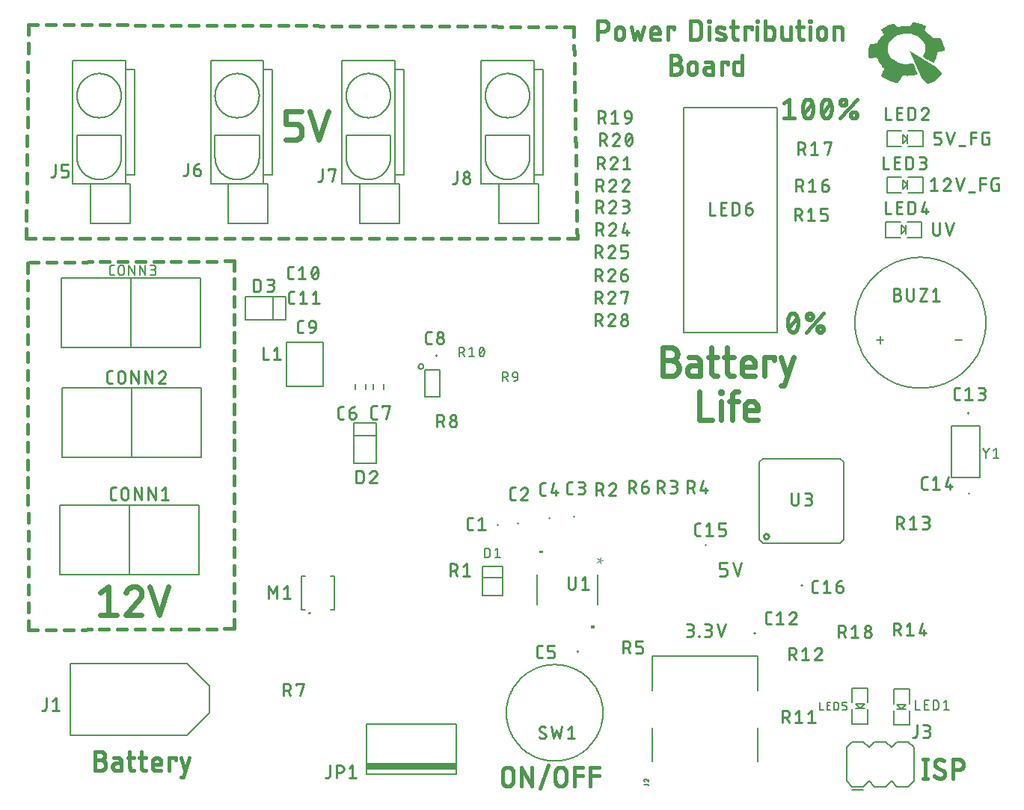
<source format=gbr>
G04 EAGLE Gerber RS-274X export*
G75*
%MOMM*%
%FSLAX34Y34*%
%LPD*%
%INSilkscreen Top*%
%IPPOS*%
%AMOC8*
5,1,8,0,0,1.08239X$1,22.5*%
G01*
%ADD10C,0.254000*%
%ADD11C,0.381000*%
%ADD12C,0.406400*%
%ADD13C,0.584200*%
%ADD14C,0.279400*%
%ADD15C,0.127000*%
%ADD16C,0.203200*%
%ADD17R,10.160000X0.635000*%
%ADD18C,0.152400*%
%ADD19C,0.076200*%

G36*
X994016Y809001D02*
X994016Y809001D01*
X994017Y809001D01*
X994146Y809022D01*
X994291Y809055D01*
X994436Y809095D01*
X994437Y809095D01*
X994521Y809122D01*
X994604Y809148D01*
X994605Y809148D01*
X994690Y809175D01*
X994773Y809201D01*
X994775Y809203D01*
X994776Y809203D01*
X995966Y811199D01*
X996561Y812196D01*
X997155Y813193D01*
X998363Y815212D01*
X999103Y816428D01*
X999486Y817025D01*
X999625Y817181D01*
X999710Y817176D01*
X999882Y817162D01*
X1000111Y817142D01*
X1000375Y817117D01*
X1001751Y817021D01*
X1003317Y816969D01*
X1004928Y816966D01*
X1006434Y817012D01*
X1008323Y817157D01*
X1008324Y817157D01*
X1010256Y817394D01*
X1012185Y817717D01*
X1014062Y818120D01*
X1014824Y818314D01*
X1015680Y818546D01*
X1016386Y818749D01*
X1016387Y818749D01*
X1016700Y818855D01*
X1016701Y818858D01*
X1016703Y818860D01*
X1016705Y818881D01*
X1016704Y818882D01*
X1016705Y818882D01*
X1016696Y818924D01*
X1016696Y818925D01*
X1016678Y818982D01*
X1016652Y819048D01*
X1016427Y819587D01*
X1015866Y820932D01*
X1015053Y822879D01*
X1014074Y825225D01*
X1013097Y827562D01*
X1012291Y829482D01*
X1011740Y830786D01*
X1011526Y831276D01*
X1011523Y831277D01*
X1011522Y831279D01*
X1011479Y831288D01*
X1011478Y831287D01*
X1011478Y831288D01*
X1011388Y831279D01*
X1011387Y831279D01*
X1011257Y831253D01*
X1011091Y831209D01*
X1010344Y831018D01*
X1009494Y830830D01*
X1008614Y830662D01*
X1007778Y830527D01*
X1006207Y830365D01*
X1006198Y830365D01*
X1006076Y830360D01*
X1005954Y830355D01*
X1005953Y830355D01*
X1005832Y830350D01*
X1005831Y830350D01*
X1005710Y830345D01*
X1005709Y830345D01*
X1005587Y830340D01*
X1005465Y830335D01*
X1005343Y830330D01*
X1005342Y830330D01*
X1005221Y830325D01*
X1005220Y830325D01*
X1005099Y830320D01*
X1005098Y830320D01*
X1004976Y830315D01*
X1004854Y830310D01*
X1004732Y830305D01*
X1004731Y830305D01*
X1004610Y830300D01*
X1004609Y830300D01*
X1004510Y830296D01*
X1004234Y830300D01*
X1004232Y830300D01*
X1003894Y830305D01*
X1003892Y830305D01*
X1003554Y830310D01*
X1003552Y830310D01*
X1003214Y830315D01*
X1003212Y830315D01*
X1002874Y830320D01*
X1002872Y830320D01*
X1002799Y830321D01*
X1002747Y830325D01*
X1002681Y830330D01*
X1002549Y830340D01*
X1002482Y830345D01*
X1002416Y830350D01*
X1002350Y830355D01*
X1002284Y830360D01*
X1002217Y830365D01*
X1002085Y830375D01*
X1002019Y830380D01*
X1001953Y830385D01*
X1001952Y830385D01*
X1001886Y830389D01*
X1001820Y830394D01*
X1001754Y830399D01*
X1001688Y830404D01*
X1001621Y830409D01*
X1001489Y830419D01*
X1001423Y830424D01*
X1001356Y830429D01*
X1001290Y830434D01*
X1001224Y830439D01*
X1001187Y830442D01*
X998024Y830995D01*
X995011Y831922D01*
X992195Y833205D01*
X989626Y834827D01*
X988470Y835748D01*
X987386Y836757D01*
X986402Y837825D01*
X985543Y838928D01*
X984021Y841540D01*
X983066Y844266D01*
X982685Y847079D01*
X982688Y847119D01*
X982690Y847153D01*
X982693Y847193D01*
X982698Y847268D01*
X982701Y847307D01*
X982703Y847342D01*
X982706Y847382D01*
X982709Y847417D01*
X982711Y847456D01*
X982711Y847457D01*
X982714Y847496D01*
X982717Y847531D01*
X982719Y847571D01*
X982722Y847606D01*
X982725Y847645D01*
X982727Y847685D01*
X982730Y847720D01*
X982733Y847760D01*
X982735Y847794D01*
X982738Y847834D01*
X982741Y847874D01*
X982743Y847909D01*
X982746Y847948D01*
X982748Y847983D01*
X982751Y848023D01*
X982754Y848063D01*
X982756Y848097D01*
X982759Y848137D01*
X982762Y848172D01*
X982764Y848212D01*
X982767Y848251D01*
X982767Y848252D01*
X982770Y848286D01*
X982772Y848326D01*
X982775Y848361D01*
X982778Y848401D01*
X982780Y848440D01*
X982783Y848475D01*
X982786Y848515D01*
X982788Y848550D01*
X982791Y848589D01*
X982794Y848629D01*
X982796Y848664D01*
X982799Y848704D01*
X982801Y848738D01*
X982804Y848778D01*
X982809Y848853D01*
X982812Y848892D01*
X982814Y848927D01*
X982817Y848967D01*
X982820Y849002D01*
X982822Y849041D01*
X982822Y849042D01*
X982825Y849081D01*
X982828Y849116D01*
X982830Y849156D01*
X982833Y849191D01*
X982836Y849230D01*
X982838Y849270D01*
X982841Y849305D01*
X982844Y849345D01*
X982846Y849379D01*
X982849Y849419D01*
X982852Y849459D01*
X982854Y849494D01*
X982857Y849533D01*
X982859Y849568D01*
X982862Y849608D01*
X982865Y849648D01*
X982867Y849682D01*
X982867Y849683D01*
X982870Y849722D01*
X982872Y849757D01*
X982873Y849757D01*
X982872Y849757D01*
X982875Y849797D01*
X982878Y849837D01*
X982880Y849871D01*
X982881Y849871D01*
X982880Y849871D01*
X982883Y849911D01*
X982886Y849946D01*
X982886Y849949D01*
X983094Y850943D01*
X983379Y851927D01*
X983743Y852910D01*
X984187Y853898D01*
X986595Y857501D01*
X989935Y860502D01*
X994059Y862798D01*
X998819Y864285D01*
X999756Y864461D01*
X1000718Y864603D01*
X1001732Y864714D01*
X1002828Y864798D01*
X1004757Y864829D01*
X1006791Y864694D01*
X1008849Y864402D01*
X1010849Y863962D01*
X1013537Y863082D01*
X1016070Y861907D01*
X1018387Y860471D01*
X1020425Y858806D01*
X1022409Y856624D01*
X1023927Y854252D01*
X1024969Y851708D01*
X1025526Y849015D01*
X1025567Y848417D01*
X1025584Y847658D01*
X1025577Y846890D01*
X1025576Y846876D01*
X1025574Y846837D01*
X1025573Y846812D01*
X1025571Y846772D01*
X1025569Y846732D01*
X1025567Y846707D01*
X1025565Y846668D01*
X1025563Y846628D01*
X1025562Y846603D01*
X1025560Y846563D01*
X1025556Y846499D01*
X1025554Y846459D01*
X1025553Y846434D01*
X1025551Y846394D01*
X1025549Y846355D01*
X1025548Y846330D01*
X1025547Y846330D01*
X1025548Y846330D01*
X1025545Y846290D01*
X1025544Y846265D01*
X1025540Y846240D01*
X1025539Y846235D01*
X1025539Y846230D01*
X1025538Y846230D01*
X1025539Y846230D01*
X1025538Y846226D01*
X1025538Y846225D01*
X1025537Y846221D01*
X1025537Y846220D01*
X1025536Y846216D01*
X1025535Y846211D01*
X1025530Y846176D01*
X1025529Y846171D01*
X1025528Y846166D01*
X1025527Y846161D01*
X1025526Y846156D01*
X1025526Y846151D01*
X1025525Y846146D01*
X1025519Y846111D01*
X1025518Y846106D01*
X1025517Y846101D01*
X1025517Y846096D01*
X1025516Y846091D01*
X1025515Y846086D01*
X1025509Y846052D01*
X1025509Y846047D01*
X1025508Y846042D01*
X1025507Y846037D01*
X1025506Y846032D01*
X1025505Y846027D01*
X1025504Y846022D01*
X1025499Y845987D01*
X1025498Y845982D01*
X1025497Y845977D01*
X1025496Y845972D01*
X1025496Y845967D01*
X1025495Y845962D01*
X1025494Y845957D01*
X1025488Y845922D01*
X1025487Y845917D01*
X1025487Y845912D01*
X1025486Y845908D01*
X1025486Y845907D01*
X1025485Y845903D01*
X1025485Y845902D01*
X1025484Y845898D01*
X1025479Y845863D01*
X1025478Y845858D01*
X1025477Y845853D01*
X1025476Y845848D01*
X1025475Y845843D01*
X1025475Y845838D01*
X1025474Y845838D01*
X1025475Y845838D01*
X1025474Y845833D01*
X1025468Y845798D01*
X1025467Y845793D01*
X1025466Y845788D01*
X1025466Y845783D01*
X1025465Y845778D01*
X1025464Y845773D01*
X1025463Y845768D01*
X1025458Y845734D01*
X1025457Y845734D01*
X1025457Y845729D01*
X1025456Y845724D01*
X1025455Y845719D01*
X1025454Y845714D01*
X1025453Y845709D01*
X1025448Y845674D01*
X1025447Y845669D01*
X1025446Y845664D01*
X1025445Y845659D01*
X1025445Y845654D01*
X1025444Y845649D01*
X1025443Y845644D01*
X1025437Y845609D01*
X1025436Y845604D01*
X1025436Y845599D01*
X1025435Y845594D01*
X1025434Y845590D01*
X1025434Y845589D01*
X1025433Y845585D01*
X1025433Y845584D01*
X1025432Y845580D01*
X1025427Y845545D01*
X1025426Y845540D01*
X1025425Y845535D01*
X1025424Y845530D01*
X1025423Y845525D01*
X1025423Y845520D01*
X1025416Y845480D01*
X1025415Y845475D01*
X1025415Y845470D01*
X1025414Y845465D01*
X1025413Y845460D01*
X1025412Y845455D01*
X1025406Y845421D01*
X1025406Y845416D01*
X1025405Y845411D01*
X1025404Y845406D01*
X1025403Y845401D01*
X1025402Y845396D01*
X1025402Y845391D01*
X1025396Y845356D01*
X1025395Y845351D01*
X1025394Y845346D01*
X1025394Y845341D01*
X1025393Y845341D01*
X1025394Y845341D01*
X1025393Y845336D01*
X1025392Y845331D01*
X1025385Y845291D01*
X1025385Y845286D01*
X1025384Y845281D01*
X1025383Y845276D01*
X1025382Y845272D01*
X1025382Y845271D01*
X1025381Y845267D01*
X1025381Y845266D01*
X1025376Y845232D01*
X1025375Y845227D01*
X1025374Y845222D01*
X1025373Y845217D01*
X1025372Y845212D01*
X1025372Y845207D01*
X1025371Y845202D01*
X1025365Y845167D01*
X1025364Y845162D01*
X1025364Y845157D01*
X1025363Y845152D01*
X1025362Y845147D01*
X1025361Y845142D01*
X1025360Y845137D01*
X1025355Y845103D01*
X1025354Y845098D01*
X1025353Y845093D01*
X1025352Y845088D01*
X1025351Y845083D01*
X1025351Y845078D01*
X1025345Y845043D01*
X1025344Y845038D01*
X1025343Y845033D01*
X1025342Y845028D01*
X1025342Y845023D01*
X1025341Y845018D01*
X1025340Y845013D01*
X1025334Y844978D01*
X1025334Y844973D01*
X1025333Y844968D01*
X1025332Y844963D01*
X1025331Y844958D01*
X1025330Y844954D01*
X1025330Y844953D01*
X1025330Y844949D01*
X1025329Y844949D01*
X1025330Y844948D01*
X1025324Y844914D01*
X1025323Y844909D01*
X1025322Y844904D01*
X1025321Y844899D01*
X1025321Y844894D01*
X1025320Y844889D01*
X1025314Y844854D01*
X1025313Y844849D01*
X1025313Y844844D01*
X1025312Y844844D01*
X1025313Y844844D01*
X1025312Y844839D01*
X1025311Y844834D01*
X1025310Y844829D01*
X1025309Y844824D01*
X1025304Y844790D01*
X1025304Y844789D01*
X1025303Y844785D01*
X1025302Y844780D01*
X1025301Y844775D01*
X1025300Y844770D01*
X1025300Y844765D01*
X1025299Y844760D01*
X1025293Y844725D01*
X1025292Y844720D01*
X1025291Y844715D01*
X1025291Y844710D01*
X1025290Y844705D01*
X1025289Y844700D01*
X1025283Y844665D01*
X1025283Y844660D01*
X1025282Y844655D01*
X1025281Y844650D01*
X1025280Y844645D01*
X1025279Y844640D01*
X1025278Y844636D01*
X1025278Y844635D01*
X1025273Y844601D01*
X1025272Y844596D01*
X1025271Y844591D01*
X1025270Y844586D01*
X1025270Y844581D01*
X1025269Y844576D01*
X1025268Y844571D01*
X1025262Y844536D01*
X1025261Y844531D01*
X1025261Y844526D01*
X1025260Y844521D01*
X1025259Y844516D01*
X1025258Y844511D01*
X1025253Y844477D01*
X1025253Y844476D01*
X1025252Y844472D01*
X1025252Y844471D01*
X1025251Y844467D01*
X1025250Y844462D01*
X1025249Y844457D01*
X1025249Y844452D01*
X1025248Y844452D01*
X1025249Y844452D01*
X1025248Y844447D01*
X1025242Y844412D01*
X1025241Y844407D01*
X1025240Y844402D01*
X1025240Y844397D01*
X1025239Y844392D01*
X1025238Y844388D01*
X1024674Y842542D01*
X1023862Y840750D01*
X1022811Y839039D01*
X1022643Y838794D01*
X1022547Y838637D01*
X1022547Y838636D01*
X1022546Y838636D01*
X1022510Y838545D01*
X1022511Y838544D01*
X1022510Y838544D01*
X1022511Y838543D01*
X1022510Y838542D01*
X1022524Y838496D01*
X1022526Y838494D01*
X1022526Y838493D01*
X1023023Y838200D01*
X1023024Y838200D01*
X1024337Y837443D01*
X1026267Y836335D01*
X1028613Y834992D01*
X1030122Y834129D01*
X1031629Y833267D01*
X1034645Y831543D01*
X1034646Y831543D01*
X1034647Y831542D01*
X1034649Y831544D01*
X1034650Y831544D01*
X1034651Y831544D01*
X1034671Y831568D01*
X1034691Y831593D01*
X1034711Y831617D01*
X1034731Y831642D01*
X1034965Y831990D01*
X1035341Y832599D01*
X1035750Y833288D01*
X1035750Y833289D01*
X1036083Y833879D01*
X1036546Y834795D01*
X1036547Y834795D01*
X1037008Y835796D01*
X1037415Y836764D01*
X1037715Y837579D01*
X1037715Y837580D01*
X1037992Y838467D01*
X1038229Y839308D01*
X1038426Y840106D01*
X1038587Y840866D01*
X1038587Y840868D01*
X1038590Y840883D01*
X1038592Y840898D01*
X1038595Y840913D01*
X1038597Y840928D01*
X1038598Y840932D01*
X1038598Y840933D01*
X1038600Y840942D01*
X1038601Y840947D01*
X1038602Y840957D01*
X1038603Y840962D01*
X1038605Y840972D01*
X1038606Y840977D01*
X1038607Y840987D01*
X1038608Y840992D01*
X1038610Y841002D01*
X1038611Y841007D01*
X1038613Y841022D01*
X1038616Y841037D01*
X1038618Y841052D01*
X1038621Y841067D01*
X1038623Y841082D01*
X1038626Y841096D01*
X1038626Y841097D01*
X1038628Y841111D01*
X1038629Y841116D01*
X1038631Y841126D01*
X1038631Y841131D01*
X1038633Y841141D01*
X1038634Y841146D01*
X1038636Y841156D01*
X1038636Y841161D01*
X1038638Y841171D01*
X1038639Y841176D01*
X1038641Y841186D01*
X1038641Y841191D01*
X1038644Y841206D01*
X1038646Y841221D01*
X1038649Y841236D01*
X1038651Y841250D01*
X1038651Y841251D01*
X1038654Y841265D01*
X1038656Y841280D01*
X1038657Y841285D01*
X1038659Y841295D01*
X1038660Y841300D01*
X1038661Y841310D01*
X1038662Y841315D01*
X1038664Y841325D01*
X1038665Y841330D01*
X1038666Y841340D01*
X1038667Y841345D01*
X1038669Y841355D01*
X1038670Y841360D01*
X1038672Y841375D01*
X1038675Y841390D01*
X1038677Y841405D01*
X1038680Y841419D01*
X1038682Y841434D01*
X1038685Y841449D01*
X1038687Y841464D01*
X1038688Y841468D01*
X1038791Y842180D01*
X1038793Y842200D01*
X1038794Y842204D01*
X1038794Y842205D01*
X1038796Y842219D01*
X1038796Y842224D01*
X1038797Y842229D01*
X1038799Y842244D01*
X1038800Y842249D01*
X1038802Y842269D01*
X1038803Y842274D01*
X1038805Y842294D01*
X1038806Y842299D01*
X1038808Y842314D01*
X1038808Y842319D01*
X1038809Y842324D01*
X1038811Y842339D01*
X1038811Y842344D01*
X1038814Y842363D01*
X1038814Y842364D01*
X1038814Y842368D01*
X1038814Y842369D01*
X1038817Y842388D01*
X1038817Y842393D01*
X1038819Y842408D01*
X1038820Y842413D01*
X1038821Y842418D01*
X1038822Y842433D01*
X1038823Y842438D01*
X1038825Y842458D01*
X1038826Y842458D01*
X1038825Y842458D01*
X1038826Y842463D01*
X1038829Y842483D01*
X1038829Y842488D01*
X1038831Y842503D01*
X1038832Y842508D01*
X1038832Y842513D01*
X1038834Y842527D01*
X1038834Y842528D01*
X1038835Y842532D01*
X1038837Y842552D01*
X1038838Y842557D01*
X1038840Y842577D01*
X1038841Y842582D01*
X1038843Y842597D01*
X1038843Y842602D01*
X1038844Y842607D01*
X1038846Y842622D01*
X1038847Y842627D01*
X1038849Y842647D01*
X1038850Y842652D01*
X1038852Y842672D01*
X1038853Y842677D01*
X1038855Y842691D01*
X1038855Y842696D01*
X1038856Y842701D01*
X1038858Y842716D01*
X1038858Y842721D01*
X1038859Y842726D01*
X1038861Y842741D01*
X1038861Y842746D01*
X1038864Y842766D01*
X1038864Y842771D01*
X1038866Y842786D01*
X1038867Y842791D01*
X1038868Y842796D01*
X1038869Y842811D01*
X1038870Y842816D01*
X1038871Y842821D01*
X1038872Y842836D01*
X1038873Y842836D01*
X1038872Y842836D01*
X1038873Y842840D01*
X1038873Y842841D01*
X1038876Y842860D01*
X1038876Y842865D01*
X1038878Y842879D01*
X1038878Y842880D01*
X1038932Y843440D01*
X1038934Y843462D01*
X1038937Y843496D01*
X1038940Y843531D01*
X1038951Y843665D01*
X1038952Y843670D01*
X1038953Y843680D01*
X1038954Y843680D01*
X1038953Y843680D01*
X1038955Y843690D01*
X1038957Y843700D01*
X1038958Y843710D01*
X1038959Y843715D01*
X1038960Y843720D01*
X1038961Y843725D01*
X1038961Y843730D01*
X1038962Y843735D01*
X1038963Y843740D01*
X1038964Y843745D01*
X1038965Y843750D01*
X1038965Y843755D01*
X1038966Y843760D01*
X1038967Y843765D01*
X1038968Y843770D01*
X1038969Y843775D01*
X1038969Y843780D01*
X1038970Y843785D01*
X1038971Y843790D01*
X1038972Y843794D01*
X1039003Y843859D01*
X1039050Y843888D01*
X1039372Y843949D01*
X1040185Y844089D01*
X1041364Y844289D01*
X1042788Y844526D01*
X1044224Y844765D01*
X1045436Y844967D01*
X1046298Y845112D01*
X1046681Y845178D01*
X1046820Y845209D01*
X1046821Y845210D01*
X1046821Y845209D01*
X1046911Y845250D01*
X1046912Y845252D01*
X1046913Y845252D01*
X1046983Y845323D01*
X1047063Y845445D01*
X1047097Y845500D01*
X1047130Y845555D01*
X1047164Y845609D01*
X1047198Y845664D01*
X1047198Y845666D01*
X1047199Y845667D01*
X1047192Y845858D01*
X1047184Y846050D01*
X1047178Y846242D01*
X1047171Y846433D01*
X1046984Y848584D01*
X1046984Y848585D01*
X1046585Y850687D01*
X1045974Y852747D01*
X1045973Y852748D01*
X1045974Y852748D01*
X1045148Y854775D01*
X1045147Y854775D01*
X1044653Y855778D01*
X1044109Y856773D01*
X1044109Y856774D01*
X1043528Y857736D01*
X1042925Y858641D01*
X1042657Y859017D01*
X1042481Y859240D01*
X1042480Y859240D01*
X1042480Y859241D01*
X1042334Y859379D01*
X1042160Y859499D01*
X1042048Y859571D01*
X1041993Y859607D01*
X1041937Y859643D01*
X1041935Y859643D01*
X1041934Y859644D01*
X1041789Y859641D01*
X1041788Y859641D01*
X1041788Y859640D01*
X1041582Y859636D01*
X1041580Y859636D01*
X1041374Y859631D01*
X1041373Y859631D01*
X1041167Y859626D01*
X1041166Y859626D01*
X1041099Y859624D01*
X1040966Y859621D01*
X1040965Y859621D01*
X1040768Y859616D01*
X1040767Y859616D01*
X1040571Y859611D01*
X1040570Y859611D01*
X1040373Y859606D01*
X1040372Y859606D01*
X1040176Y859601D01*
X1040175Y859601D01*
X1039978Y859596D01*
X1039977Y859596D01*
X1039781Y859591D01*
X1039779Y859591D01*
X1039583Y859586D01*
X1039582Y859586D01*
X1039429Y859582D01*
X1039385Y859581D01*
X1039384Y859581D01*
X1039188Y859576D01*
X1039187Y859576D01*
X1038991Y859571D01*
X1038990Y859571D01*
X1038793Y859566D01*
X1038792Y859566D01*
X1038596Y859561D01*
X1038595Y859561D01*
X1038401Y859556D01*
X1038400Y859556D01*
X1038205Y859551D01*
X1038204Y859551D01*
X1038010Y859546D01*
X1038009Y859546D01*
X1037815Y859541D01*
X1037813Y859541D01*
X1037619Y859536D01*
X1037618Y859536D01*
X1037424Y859531D01*
X1037423Y859531D01*
X1037258Y859527D01*
X1037230Y859526D01*
X1037229Y859526D01*
X1037048Y859521D01*
X1037047Y859521D01*
X1036866Y859516D01*
X1036865Y859516D01*
X1036684Y859511D01*
X1036683Y859511D01*
X1036502Y859506D01*
X1036501Y859506D01*
X1036321Y859501D01*
X1036319Y859501D01*
X1036139Y859496D01*
X1036138Y859496D01*
X1036137Y859496D01*
X1036086Y859495D01*
X1035966Y859491D01*
X1035798Y859486D01*
X1035631Y859482D01*
X1035630Y859482D01*
X1035630Y859481D01*
X1035463Y859477D01*
X1035462Y859477D01*
X1035295Y859472D01*
X1035294Y859472D01*
X1035207Y859469D01*
X1035138Y859467D01*
X1035137Y859467D01*
X1034994Y859462D01*
X1034851Y859457D01*
X1034850Y859457D01*
X1034744Y859453D01*
X1034720Y859452D01*
X1034629Y859447D01*
X1034616Y859446D01*
X1034526Y859442D01*
X1034525Y859442D01*
X1034488Y859440D01*
X1034429Y859437D01*
X1034360Y859433D01*
X1034335Y859432D01*
X1034234Y859427D01*
X1034098Y859602D01*
X1033961Y859780D01*
X1033823Y859957D01*
X1033685Y860135D01*
X1031817Y862311D01*
X1031816Y862311D01*
X1031816Y862312D01*
X1029710Y864341D01*
X1027406Y866188D01*
X1024945Y867815D01*
X1024751Y867935D01*
X1024591Y868042D01*
X1024483Y868123D01*
X1024445Y868164D01*
X1024455Y868209D01*
X1024483Y868300D01*
X1024525Y868424D01*
X1024576Y868565D01*
X1024651Y868773D01*
X1024762Y869078D01*
X1024892Y869439D01*
X1025027Y869815D01*
X1025185Y870256D01*
X1025379Y870795D01*
X1025584Y871364D01*
X1025776Y871895D01*
X1025883Y872190D01*
X1025990Y872487D01*
X1026204Y873079D01*
X1026203Y873080D01*
X1026204Y873080D01*
X1026203Y873082D01*
X1026203Y873084D01*
X1026165Y873131D01*
X1026126Y873177D01*
X1026088Y873225D01*
X1026049Y873272D01*
X1025944Y873380D01*
X1025943Y873381D01*
X1025793Y873492D01*
X1025569Y873626D01*
X1025568Y873626D01*
X1025242Y873801D01*
X1024012Y874401D01*
X1024012Y874402D01*
X1022627Y875013D01*
X1021278Y875554D01*
X1020154Y875946D01*
X1020153Y875946D01*
X1020015Y875989D01*
X1019828Y876047D01*
X1019618Y876112D01*
X1019407Y876178D01*
X1019406Y876178D01*
X1017708Y876661D01*
X1015911Y877074D01*
X1014028Y877413D01*
X1012075Y877675D01*
X1011732Y877711D01*
X1011731Y877711D01*
X1011717Y877712D01*
X1011634Y877717D01*
X1011551Y877722D01*
X1011497Y877725D01*
X1011388Y877722D01*
X1011327Y877720D01*
X1011326Y877720D01*
X1011177Y877695D01*
X1011078Y877670D01*
X1011077Y877670D01*
X1010984Y877639D01*
X1010984Y877638D01*
X1010984Y877639D01*
X1010910Y877608D01*
X1010910Y877607D01*
X1010909Y877607D01*
X1010862Y877579D01*
X1010862Y877578D01*
X1010861Y877578D01*
X1010709Y877385D01*
X1010349Y876906D01*
X1009834Y876214D01*
X1009218Y875380D01*
X1008825Y874847D01*
X1008039Y873779D01*
X1007648Y873248D01*
X1007616Y873250D01*
X1007615Y873250D01*
X1007560Y873253D01*
X1007536Y873255D01*
X1007471Y873260D01*
X1007406Y873265D01*
X1007378Y873267D01*
X1007336Y873270D01*
X1007288Y873273D01*
X1007252Y873275D01*
X1007151Y873280D01*
X1007050Y873285D01*
X1007049Y873285D01*
X1006948Y873290D01*
X1006847Y873295D01*
X1006746Y873300D01*
X1006745Y873300D01*
X1006644Y873305D01*
X1006543Y873310D01*
X1006442Y873314D01*
X1006442Y873315D01*
X1006441Y873315D01*
X1006341Y873319D01*
X1006340Y873319D01*
X1006239Y873324D01*
X1006138Y873329D01*
X1006037Y873334D01*
X1006036Y873334D01*
X1005935Y873339D01*
X1005834Y873344D01*
X1005733Y873349D01*
X1005732Y873349D01*
X1005718Y873350D01*
X1005454Y873354D01*
X1005452Y873354D01*
X1005145Y873359D01*
X1005144Y873359D01*
X1004837Y873364D01*
X1004835Y873364D01*
X1004528Y873369D01*
X1004526Y873369D01*
X1004220Y873374D01*
X1004218Y873374D01*
X1004041Y873377D01*
X1003840Y873374D01*
X1003838Y873374D01*
X1003490Y873369D01*
X1003488Y873369D01*
X1003487Y873369D01*
X1003139Y873364D01*
X1003137Y873364D01*
X1002788Y873359D01*
X1002786Y873359D01*
X1002438Y873354D01*
X1002436Y873354D01*
X1002418Y873354D01*
X1002329Y873349D01*
X1002235Y873344D01*
X1002234Y873344D01*
X1002140Y873339D01*
X1002046Y873334D01*
X1001952Y873329D01*
X1001858Y873324D01*
X1001857Y873324D01*
X1001764Y873319D01*
X1001763Y873319D01*
X1001669Y873315D01*
X1001669Y873314D01*
X1001575Y873310D01*
X1001481Y873305D01*
X1001387Y873300D01*
X1001386Y873300D01*
X1001293Y873295D01*
X1001292Y873295D01*
X1001198Y873290D01*
X1001104Y873285D01*
X1001015Y873280D01*
X999384Y873123D01*
X999383Y873123D01*
X997791Y872914D01*
X996257Y872658D01*
X994802Y872356D01*
X994499Y872286D01*
X994238Y872226D01*
X994046Y872182D01*
X993955Y872161D01*
X993782Y872259D01*
X993194Y872731D01*
X991922Y873806D01*
X989693Y875708D01*
X989549Y875825D01*
X989439Y875892D01*
X989438Y875892D01*
X989437Y875893D01*
X989321Y875928D01*
X989160Y875947D01*
X989159Y875947D01*
X989132Y875948D01*
X988991Y875953D01*
X988990Y875953D01*
X988988Y875953D01*
X988807Y875935D01*
X988806Y875935D01*
X988560Y875882D01*
X988193Y875785D01*
X986441Y875269D01*
X986440Y875269D01*
X984813Y874701D01*
X983221Y874049D01*
X983221Y874048D01*
X983221Y874049D01*
X981578Y873279D01*
X981578Y873278D01*
X980069Y872492D01*
X980068Y872492D01*
X978688Y871682D01*
X977378Y870813D01*
X976080Y869848D01*
X975762Y869594D01*
X975552Y869412D01*
X975552Y869411D01*
X975551Y869411D01*
X975421Y869272D01*
X975344Y869152D01*
X975344Y869151D01*
X975318Y869100D01*
X975293Y869050D01*
X975267Y869000D01*
X975242Y868950D01*
X975242Y868948D01*
X975242Y868947D01*
X975242Y868945D01*
X975639Y868378D01*
X976036Y867813D01*
X976830Y866681D01*
X977451Y865796D01*
X977965Y865062D01*
X978320Y864554D01*
X978461Y864352D01*
X978467Y864309D01*
X978427Y864243D01*
X978330Y864141D01*
X978164Y863989D01*
X977573Y863430D01*
X977572Y863430D01*
X976817Y862668D01*
X976817Y862667D01*
X976066Y861878D01*
X975487Y861231D01*
X974170Y859567D01*
X973021Y857879D01*
X973021Y857878D01*
X972033Y856156D01*
X971202Y854395D01*
X971201Y854395D01*
X971125Y854218D01*
X971059Y854069D01*
X971008Y853963D01*
X970982Y853918D01*
X970656Y853859D01*
X969784Y853719D01*
X968502Y853521D01*
X966943Y853285D01*
X965941Y853134D01*
X964938Y852984D01*
X963936Y852833D01*
X962934Y852683D01*
X962933Y852682D01*
X962932Y852682D01*
X962874Y852631D01*
X962815Y852581D01*
X962699Y852479D01*
X962563Y852352D01*
X962563Y852351D01*
X962562Y852351D01*
X962462Y852214D01*
X962462Y852213D01*
X962360Y851998D01*
X962359Y851998D01*
X962216Y851639D01*
X961562Y849740D01*
X961562Y849739D01*
X961089Y847859D01*
X960791Y845965D01*
X960791Y845964D01*
X960791Y845957D01*
X960783Y845843D01*
X960782Y845828D01*
X960774Y845714D01*
X960773Y845699D01*
X960772Y845684D01*
X960765Y845570D01*
X960764Y845555D01*
X960763Y845540D01*
X960756Y845440D01*
X960755Y845426D01*
X960755Y845425D01*
X960754Y845411D01*
X960746Y845296D01*
X960745Y845281D01*
X960744Y845267D01*
X960744Y845266D01*
X960737Y845152D01*
X960736Y845137D01*
X960728Y845023D01*
X960727Y845008D01*
X960726Y844993D01*
X960718Y844879D01*
X960717Y844864D01*
X960710Y844750D01*
X960709Y844735D01*
X960708Y844720D01*
X960700Y844606D01*
X960699Y844591D01*
X960698Y844576D01*
X960691Y844476D01*
X960690Y844462D01*
X960689Y844447D01*
X960682Y844332D01*
X960681Y844318D01*
X960681Y844317D01*
X960680Y844303D01*
X960672Y844188D01*
X960671Y844173D01*
X960663Y844059D01*
X960662Y844044D01*
X960661Y844029D01*
X960661Y844024D01*
X960673Y842654D01*
X960774Y841294D01*
X960774Y841293D01*
X960967Y839938D01*
X961251Y838583D01*
X961400Y837989D01*
X961506Y837650D01*
X961507Y837649D01*
X961613Y837462D01*
X961614Y837461D01*
X961614Y837460D01*
X961761Y837319D01*
X961814Y837275D01*
X961866Y837231D01*
X961972Y837143D01*
X961974Y837143D01*
X961975Y837142D01*
X962356Y837153D01*
X962737Y837165D01*
X963119Y837177D01*
X963500Y837188D01*
X964283Y837211D01*
X965286Y837240D01*
X966380Y837270D01*
X967436Y837298D01*
X968403Y837324D01*
X969253Y837350D01*
X969894Y837371D01*
X970235Y837385D01*
X970333Y837391D01*
X970430Y837398D01*
X970621Y837410D01*
X970663Y837293D01*
X971636Y834998D01*
X971637Y834998D01*
X972824Y832797D01*
X972824Y832796D01*
X974219Y830702D01*
X975814Y828725D01*
X976528Y827959D01*
X976528Y827958D01*
X977390Y827097D01*
X977391Y827097D01*
X978296Y826244D01*
X979132Y825506D01*
X978991Y825183D01*
X978580Y824315D01*
X977962Y823038D01*
X977201Y821483D01*
X976710Y820483D01*
X976218Y819483D01*
X975727Y818484D01*
X975235Y817484D01*
X975235Y817482D01*
X975235Y817481D01*
X975234Y817480D01*
X975257Y817419D01*
X975279Y817358D01*
X975325Y817236D01*
X975365Y817134D01*
X975407Y817036D01*
X975408Y817036D01*
X975447Y816953D01*
X975478Y816897D01*
X975479Y816896D01*
X975479Y816895D01*
X975760Y816632D01*
X976350Y816154D01*
X977085Y815588D01*
X977801Y815064D01*
X981144Y813000D01*
X981145Y813000D01*
X981145Y812999D01*
X984764Y811321D01*
X984764Y811322D01*
X984764Y811321D01*
X988636Y810038D01*
X988637Y810038D01*
X992737Y809160D01*
X993140Y809098D01*
X993498Y809045D01*
X993770Y809009D01*
X993771Y809009D01*
X993920Y808994D01*
X994016Y809001D01*
G37*
G36*
X1028825Y807716D02*
X1028825Y807716D01*
X1028825Y807715D01*
X1028940Y807745D01*
X1028941Y807745D01*
X1029185Y807829D01*
X1029521Y807956D01*
X1029914Y808112D01*
X1029914Y808113D01*
X1034026Y810101D01*
X1034027Y810101D01*
X1037704Y812544D01*
X1040911Y815414D01*
X1040911Y815415D01*
X1040912Y815415D01*
X1043615Y818685D01*
X1043865Y819041D01*
X1043990Y819220D01*
X1044116Y819398D01*
X1044116Y819400D01*
X1044117Y819401D01*
X1044119Y819436D01*
X1044121Y819470D01*
X1044122Y819484D01*
X1044128Y819555D01*
X1044129Y819567D01*
X1044131Y819600D01*
X1044134Y819650D01*
X1044140Y819733D01*
X1044147Y819817D01*
X1044149Y819848D01*
X1044152Y819900D01*
X1044158Y819983D01*
X1044159Y820002D01*
X1044161Y820037D01*
X1044163Y820066D01*
X1044162Y820068D01*
X1044162Y820069D01*
X1038170Y827109D01*
X1038169Y827109D01*
X1038169Y827110D01*
X1007254Y845662D01*
X1007252Y845662D01*
X1007251Y845663D01*
X1007212Y845665D01*
X1007211Y845664D01*
X1007211Y845665D01*
X1007210Y845663D01*
X1007207Y845661D01*
X1007208Y845660D01*
X1007207Y845658D01*
X1021161Y814774D01*
X1021163Y814773D01*
X1021162Y814772D01*
X1028141Y807781D01*
X1028144Y807781D01*
X1028145Y807780D01*
X1028290Y807766D01*
X1028362Y807758D01*
X1028363Y807758D01*
X1028436Y807751D01*
X1028557Y807739D01*
X1028670Y807728D01*
X1028764Y807720D01*
X1028824Y807715D01*
X1028825Y807716D01*
G37*
G36*
X592417Y275973D02*
X592417Y275973D01*
X592419Y275972D01*
X592462Y275992D01*
X592506Y276010D01*
X592507Y276012D01*
X592508Y276013D01*
X592541Y276098D01*
X592541Y278638D01*
X592540Y278640D01*
X592541Y278642D01*
X592521Y278685D01*
X592503Y278729D01*
X592501Y278729D01*
X592500Y278731D01*
X592415Y278764D01*
X588605Y278764D01*
X588603Y278763D01*
X588601Y278764D01*
X588558Y278744D01*
X588514Y278726D01*
X588514Y278724D01*
X588512Y278723D01*
X588479Y278638D01*
X588479Y276098D01*
X588480Y276096D01*
X588479Y276094D01*
X588499Y276051D01*
X588517Y276007D01*
X588519Y276007D01*
X588520Y276005D01*
X588605Y275972D01*
X592415Y275972D01*
X592417Y275973D01*
G37*
G36*
X650917Y191137D02*
X650917Y191137D01*
X650919Y191136D01*
X650962Y191156D01*
X651006Y191174D01*
X651006Y191176D01*
X651008Y191177D01*
X651041Y191262D01*
X651041Y193802D01*
X651040Y193804D01*
X651041Y193806D01*
X651021Y193849D01*
X651003Y193893D01*
X651001Y193893D01*
X651000Y193895D01*
X650915Y193928D01*
X647105Y193928D01*
X647103Y193927D01*
X647101Y193928D01*
X647058Y193908D01*
X647014Y193890D01*
X647014Y193888D01*
X647012Y193887D01*
X646979Y193802D01*
X646979Y191262D01*
X646980Y191260D01*
X646979Y191258D01*
X646999Y191215D01*
X647017Y191171D01*
X647019Y191171D01*
X647020Y191169D01*
X647105Y191136D01*
X650915Y191136D01*
X650917Y191137D01*
G37*
D10*
X30057Y111760D02*
X30057Y100894D01*
X30056Y100894D02*
X30054Y100783D01*
X30048Y100673D01*
X30038Y100562D01*
X30024Y100452D01*
X30007Y100343D01*
X29985Y100234D01*
X29960Y100126D01*
X29930Y100020D01*
X29897Y99914D01*
X29860Y99809D01*
X29820Y99706D01*
X29775Y99605D01*
X29728Y99505D01*
X29676Y99406D01*
X29621Y99310D01*
X29563Y99216D01*
X29502Y99124D01*
X29437Y99034D01*
X29369Y98946D01*
X29298Y98861D01*
X29224Y98779D01*
X29147Y98699D01*
X29067Y98622D01*
X28985Y98548D01*
X28900Y98477D01*
X28812Y98409D01*
X28722Y98344D01*
X28630Y98283D01*
X28536Y98225D01*
X28440Y98170D01*
X28341Y98118D01*
X28241Y98071D01*
X28140Y98026D01*
X28037Y97986D01*
X27932Y97949D01*
X27826Y97916D01*
X27720Y97886D01*
X27612Y97861D01*
X27503Y97839D01*
X27394Y97822D01*
X27284Y97808D01*
X27173Y97798D01*
X27063Y97792D01*
X26952Y97790D01*
X25400Y97790D01*
X37376Y108656D02*
X41256Y111760D01*
X41256Y97790D01*
X37376Y97790D02*
X45137Y97790D01*
X40217Y705414D02*
X40217Y716280D01*
X40216Y705414D02*
X40214Y705303D01*
X40208Y705193D01*
X40198Y705082D01*
X40184Y704972D01*
X40167Y704863D01*
X40145Y704754D01*
X40120Y704646D01*
X40090Y704540D01*
X40057Y704434D01*
X40020Y704329D01*
X39980Y704226D01*
X39935Y704125D01*
X39888Y704025D01*
X39836Y703926D01*
X39781Y703830D01*
X39723Y703736D01*
X39662Y703644D01*
X39597Y703554D01*
X39529Y703466D01*
X39458Y703381D01*
X39384Y703299D01*
X39307Y703219D01*
X39227Y703142D01*
X39145Y703068D01*
X39060Y702997D01*
X38972Y702929D01*
X38882Y702864D01*
X38790Y702803D01*
X38696Y702745D01*
X38600Y702690D01*
X38501Y702638D01*
X38401Y702591D01*
X38300Y702546D01*
X38197Y702506D01*
X38092Y702469D01*
X37986Y702436D01*
X37880Y702406D01*
X37772Y702381D01*
X37663Y702359D01*
X37554Y702342D01*
X37444Y702328D01*
X37333Y702318D01*
X37223Y702312D01*
X37112Y702310D01*
X35560Y702310D01*
X47536Y702310D02*
X52192Y702310D01*
X52303Y702312D01*
X52413Y702318D01*
X52524Y702328D01*
X52634Y702342D01*
X52743Y702359D01*
X52852Y702381D01*
X52960Y702406D01*
X53066Y702436D01*
X53172Y702469D01*
X53277Y702506D01*
X53380Y702546D01*
X53481Y702591D01*
X53581Y702638D01*
X53680Y702690D01*
X53776Y702745D01*
X53870Y702803D01*
X53962Y702864D01*
X54052Y702929D01*
X54140Y702997D01*
X54225Y703068D01*
X54307Y703142D01*
X54387Y703219D01*
X54464Y703299D01*
X54538Y703381D01*
X54609Y703466D01*
X54677Y703554D01*
X54742Y703644D01*
X54803Y703736D01*
X54861Y703830D01*
X54916Y703926D01*
X54968Y704025D01*
X55015Y704125D01*
X55060Y704226D01*
X55100Y704329D01*
X55137Y704434D01*
X55170Y704540D01*
X55200Y704646D01*
X55225Y704754D01*
X55247Y704863D01*
X55264Y704972D01*
X55278Y705082D01*
X55288Y705193D01*
X55294Y705303D01*
X55296Y705414D01*
X55297Y705414D02*
X55297Y706967D01*
X55296Y706967D02*
X55294Y707078D01*
X55288Y707188D01*
X55278Y707299D01*
X55264Y707409D01*
X55247Y707518D01*
X55225Y707627D01*
X55200Y707735D01*
X55170Y707841D01*
X55137Y707947D01*
X55100Y708052D01*
X55060Y708155D01*
X55015Y708256D01*
X54968Y708356D01*
X54916Y708455D01*
X54861Y708551D01*
X54803Y708645D01*
X54742Y708737D01*
X54677Y708827D01*
X54609Y708915D01*
X54538Y709000D01*
X54464Y709082D01*
X54387Y709162D01*
X54307Y709239D01*
X54225Y709313D01*
X54140Y709384D01*
X54052Y709452D01*
X53962Y709517D01*
X53870Y709578D01*
X53776Y709636D01*
X53680Y709691D01*
X53581Y709743D01*
X53481Y709790D01*
X53380Y709835D01*
X53277Y709875D01*
X53172Y709912D01*
X53066Y709945D01*
X52960Y709975D01*
X52852Y710000D01*
X52743Y710022D01*
X52634Y710039D01*
X52524Y710053D01*
X52413Y710063D01*
X52303Y710069D01*
X52192Y710071D01*
X47536Y710071D01*
X47536Y716280D01*
X55297Y716280D01*
X190077Y717550D02*
X190077Y706684D01*
X190076Y706684D02*
X190074Y706573D01*
X190068Y706463D01*
X190058Y706352D01*
X190044Y706242D01*
X190027Y706133D01*
X190005Y706024D01*
X189980Y705916D01*
X189950Y705810D01*
X189917Y705704D01*
X189880Y705599D01*
X189840Y705496D01*
X189795Y705395D01*
X189748Y705295D01*
X189696Y705196D01*
X189641Y705100D01*
X189583Y705006D01*
X189522Y704914D01*
X189457Y704824D01*
X189389Y704736D01*
X189318Y704651D01*
X189244Y704569D01*
X189167Y704489D01*
X189087Y704412D01*
X189005Y704338D01*
X188920Y704267D01*
X188832Y704199D01*
X188742Y704134D01*
X188650Y704073D01*
X188556Y704015D01*
X188460Y703960D01*
X188361Y703908D01*
X188261Y703861D01*
X188160Y703816D01*
X188057Y703776D01*
X187952Y703739D01*
X187846Y703706D01*
X187740Y703676D01*
X187632Y703651D01*
X187523Y703629D01*
X187414Y703612D01*
X187304Y703598D01*
X187193Y703588D01*
X187083Y703582D01*
X186972Y703580D01*
X185420Y703580D01*
X197396Y711341D02*
X202052Y711341D01*
X202163Y711339D01*
X202273Y711333D01*
X202384Y711323D01*
X202494Y711309D01*
X202603Y711292D01*
X202712Y711270D01*
X202820Y711245D01*
X202926Y711215D01*
X203032Y711182D01*
X203137Y711145D01*
X203240Y711105D01*
X203341Y711060D01*
X203441Y711013D01*
X203540Y710961D01*
X203636Y710906D01*
X203730Y710848D01*
X203822Y710787D01*
X203912Y710722D01*
X204000Y710654D01*
X204085Y710583D01*
X204167Y710509D01*
X204247Y710432D01*
X204324Y710352D01*
X204398Y710270D01*
X204469Y710185D01*
X204537Y710097D01*
X204602Y710007D01*
X204663Y709915D01*
X204721Y709821D01*
X204776Y709725D01*
X204828Y709626D01*
X204875Y709526D01*
X204920Y709425D01*
X204960Y709322D01*
X204997Y709217D01*
X205030Y709111D01*
X205060Y709005D01*
X205085Y708897D01*
X205107Y708788D01*
X205124Y708679D01*
X205138Y708569D01*
X205148Y708458D01*
X205154Y708348D01*
X205156Y708237D01*
X205157Y708237D02*
X205157Y707461D01*
X205155Y707338D01*
X205149Y707215D01*
X205139Y707092D01*
X205126Y706970D01*
X205108Y706848D01*
X205087Y706727D01*
X205062Y706606D01*
X205033Y706486D01*
X205000Y706368D01*
X204963Y706250D01*
X204923Y706134D01*
X204879Y706019D01*
X204831Y705905D01*
X204780Y705793D01*
X204726Y705683D01*
X204667Y705574D01*
X204606Y705467D01*
X204541Y705363D01*
X204473Y705260D01*
X204401Y705160D01*
X204327Y705062D01*
X204249Y704966D01*
X204168Y704873D01*
X204085Y704783D01*
X203998Y704695D01*
X203909Y704610D01*
X203818Y704528D01*
X203723Y704449D01*
X203626Y704373D01*
X203527Y704300D01*
X203426Y704230D01*
X203322Y704163D01*
X203216Y704100D01*
X203109Y704040D01*
X202999Y703984D01*
X202888Y703931D01*
X202775Y703881D01*
X202661Y703836D01*
X202545Y703793D01*
X202428Y703755D01*
X202310Y703720D01*
X202191Y703689D01*
X202071Y703662D01*
X201950Y703639D01*
X201828Y703620D01*
X201706Y703604D01*
X201584Y703592D01*
X201461Y703584D01*
X201338Y703580D01*
X201214Y703580D01*
X201091Y703584D01*
X200968Y703592D01*
X200846Y703604D01*
X200724Y703620D01*
X200602Y703639D01*
X200481Y703662D01*
X200361Y703689D01*
X200242Y703720D01*
X200124Y703755D01*
X200007Y703793D01*
X199891Y703836D01*
X199777Y703881D01*
X199664Y703931D01*
X199553Y703984D01*
X199443Y704040D01*
X199336Y704100D01*
X199230Y704163D01*
X199126Y704230D01*
X199025Y704300D01*
X198926Y704373D01*
X198829Y704449D01*
X198734Y704528D01*
X198643Y704610D01*
X198554Y704695D01*
X198467Y704783D01*
X198384Y704873D01*
X198303Y704966D01*
X198225Y705062D01*
X198151Y705160D01*
X198079Y705260D01*
X198011Y705363D01*
X197946Y705467D01*
X197885Y705574D01*
X197826Y705683D01*
X197772Y705793D01*
X197721Y705905D01*
X197673Y706019D01*
X197629Y706134D01*
X197589Y706250D01*
X197552Y706368D01*
X197519Y706486D01*
X197490Y706606D01*
X197465Y706727D01*
X197444Y706848D01*
X197426Y706970D01*
X197413Y707092D01*
X197403Y707215D01*
X197397Y707338D01*
X197395Y707461D01*
X197396Y707461D02*
X197396Y711341D01*
X197398Y711498D01*
X197404Y711655D01*
X197414Y711812D01*
X197428Y711969D01*
X197446Y712125D01*
X197468Y712281D01*
X197493Y712436D01*
X197523Y712591D01*
X197557Y712745D01*
X197594Y712897D01*
X197636Y713049D01*
X197681Y713200D01*
X197730Y713349D01*
X197782Y713497D01*
X197839Y713644D01*
X197899Y713790D01*
X197963Y713933D01*
X198031Y714075D01*
X198102Y714216D01*
X198176Y714354D01*
X198254Y714491D01*
X198336Y714625D01*
X198421Y714758D01*
X198509Y714888D01*
X198600Y715016D01*
X198695Y715142D01*
X198793Y715265D01*
X198894Y715385D01*
X198998Y715503D01*
X199105Y715619D01*
X199215Y715731D01*
X199327Y715841D01*
X199443Y715948D01*
X199561Y716052D01*
X199681Y716153D01*
X199804Y716251D01*
X199930Y716346D01*
X200058Y716437D01*
X200188Y716525D01*
X200321Y716610D01*
X200455Y716692D01*
X200592Y716770D01*
X200730Y716844D01*
X200871Y716915D01*
X201013Y716983D01*
X201156Y717047D01*
X201302Y717107D01*
X201449Y717163D01*
X201597Y717216D01*
X201746Y717265D01*
X201897Y717310D01*
X202049Y717352D01*
X202201Y717389D01*
X202355Y717423D01*
X202510Y717453D01*
X202665Y717478D01*
X202821Y717500D01*
X202977Y717518D01*
X203134Y717532D01*
X203290Y717542D01*
X203448Y717548D01*
X203605Y717550D01*
X342477Y711200D02*
X342477Y700334D01*
X342476Y700334D02*
X342474Y700223D01*
X342468Y700113D01*
X342458Y700002D01*
X342444Y699892D01*
X342427Y699783D01*
X342405Y699674D01*
X342380Y699566D01*
X342350Y699460D01*
X342317Y699354D01*
X342280Y699249D01*
X342240Y699146D01*
X342195Y699045D01*
X342148Y698945D01*
X342096Y698846D01*
X342041Y698750D01*
X341983Y698656D01*
X341922Y698564D01*
X341857Y698474D01*
X341789Y698386D01*
X341718Y698301D01*
X341644Y698219D01*
X341567Y698139D01*
X341487Y698062D01*
X341405Y697988D01*
X341320Y697917D01*
X341232Y697849D01*
X341142Y697784D01*
X341050Y697723D01*
X340956Y697665D01*
X340860Y697610D01*
X340761Y697558D01*
X340661Y697511D01*
X340560Y697466D01*
X340457Y697426D01*
X340352Y697389D01*
X340246Y697356D01*
X340140Y697326D01*
X340032Y697301D01*
X339923Y697279D01*
X339814Y697262D01*
X339704Y697248D01*
X339593Y697238D01*
X339483Y697232D01*
X339372Y697230D01*
X337820Y697230D01*
X349796Y709648D02*
X349796Y711200D01*
X357557Y711200D01*
X353676Y697230D01*
X494877Y697794D02*
X494877Y708660D01*
X494876Y697794D02*
X494874Y697683D01*
X494868Y697573D01*
X494858Y697462D01*
X494844Y697352D01*
X494827Y697243D01*
X494805Y697134D01*
X494780Y697026D01*
X494750Y696920D01*
X494717Y696814D01*
X494680Y696709D01*
X494640Y696606D01*
X494595Y696505D01*
X494548Y696405D01*
X494496Y696306D01*
X494441Y696210D01*
X494383Y696116D01*
X494322Y696024D01*
X494257Y695934D01*
X494189Y695846D01*
X494118Y695761D01*
X494044Y695679D01*
X493967Y695599D01*
X493887Y695522D01*
X493805Y695448D01*
X493720Y695377D01*
X493632Y695309D01*
X493542Y695244D01*
X493450Y695183D01*
X493356Y695125D01*
X493260Y695070D01*
X493161Y695018D01*
X493061Y694971D01*
X492960Y694926D01*
X492857Y694886D01*
X492752Y694849D01*
X492646Y694816D01*
X492540Y694786D01*
X492432Y694761D01*
X492323Y694739D01*
X492214Y694722D01*
X492104Y694708D01*
X491993Y694698D01*
X491883Y694692D01*
X491772Y694690D01*
X490220Y694690D01*
X502195Y698571D02*
X502197Y698694D01*
X502203Y698817D01*
X502213Y698940D01*
X502226Y699062D01*
X502244Y699184D01*
X502265Y699305D01*
X502290Y699426D01*
X502319Y699546D01*
X502352Y699664D01*
X502389Y699782D01*
X502429Y699898D01*
X502473Y700013D01*
X502521Y700127D01*
X502572Y700239D01*
X502626Y700349D01*
X502685Y700458D01*
X502746Y700565D01*
X502811Y700669D01*
X502879Y700772D01*
X502951Y700872D01*
X503025Y700970D01*
X503103Y701066D01*
X503184Y701159D01*
X503267Y701249D01*
X503354Y701337D01*
X503443Y701422D01*
X503534Y701504D01*
X503629Y701583D01*
X503726Y701659D01*
X503825Y701732D01*
X503926Y701802D01*
X504030Y701869D01*
X504136Y701932D01*
X504243Y701992D01*
X504353Y702048D01*
X504464Y702101D01*
X504577Y702151D01*
X504691Y702196D01*
X504807Y702239D01*
X504924Y702277D01*
X505042Y702312D01*
X505161Y702343D01*
X505281Y702370D01*
X505402Y702393D01*
X505524Y702412D01*
X505646Y702428D01*
X505768Y702440D01*
X505891Y702448D01*
X506014Y702452D01*
X506138Y702452D01*
X506261Y702448D01*
X506384Y702440D01*
X506506Y702428D01*
X506628Y702412D01*
X506750Y702393D01*
X506871Y702370D01*
X506991Y702343D01*
X507110Y702312D01*
X507228Y702277D01*
X507345Y702239D01*
X507461Y702196D01*
X507575Y702151D01*
X507688Y702101D01*
X507799Y702048D01*
X507909Y701992D01*
X508017Y701932D01*
X508122Y701869D01*
X508226Y701802D01*
X508327Y701732D01*
X508426Y701659D01*
X508523Y701583D01*
X508618Y701504D01*
X508709Y701422D01*
X508798Y701337D01*
X508885Y701249D01*
X508968Y701159D01*
X509049Y701066D01*
X509127Y700970D01*
X509201Y700872D01*
X509273Y700772D01*
X509341Y700669D01*
X509406Y700565D01*
X509467Y700458D01*
X509526Y700349D01*
X509580Y700239D01*
X509631Y700127D01*
X509679Y700013D01*
X509723Y699898D01*
X509763Y699782D01*
X509800Y699664D01*
X509833Y699546D01*
X509862Y699426D01*
X509887Y699305D01*
X509908Y699184D01*
X509926Y699062D01*
X509939Y698940D01*
X509949Y698817D01*
X509955Y698694D01*
X509957Y698571D01*
X509955Y698448D01*
X509949Y698325D01*
X509939Y698202D01*
X509926Y698080D01*
X509908Y697958D01*
X509887Y697837D01*
X509862Y697716D01*
X509833Y697596D01*
X509800Y697478D01*
X509763Y697360D01*
X509723Y697244D01*
X509679Y697129D01*
X509631Y697015D01*
X509580Y696903D01*
X509526Y696793D01*
X509467Y696684D01*
X509406Y696577D01*
X509341Y696473D01*
X509273Y696370D01*
X509201Y696270D01*
X509127Y696172D01*
X509049Y696076D01*
X508968Y695983D01*
X508885Y695893D01*
X508798Y695805D01*
X508709Y695720D01*
X508618Y695638D01*
X508523Y695559D01*
X508426Y695483D01*
X508327Y695410D01*
X508226Y695340D01*
X508122Y695273D01*
X508017Y695210D01*
X507909Y695150D01*
X507799Y695094D01*
X507688Y695041D01*
X507575Y694991D01*
X507461Y694946D01*
X507345Y694903D01*
X507228Y694865D01*
X507110Y694830D01*
X506991Y694799D01*
X506871Y694772D01*
X506750Y694749D01*
X506628Y694730D01*
X506506Y694714D01*
X506384Y694702D01*
X506261Y694694D01*
X506138Y694690D01*
X506014Y694690D01*
X505891Y694694D01*
X505768Y694702D01*
X505646Y694714D01*
X505524Y694730D01*
X505402Y694749D01*
X505281Y694772D01*
X505161Y694799D01*
X505042Y694830D01*
X504924Y694865D01*
X504807Y694903D01*
X504691Y694946D01*
X504577Y694991D01*
X504464Y695041D01*
X504353Y695094D01*
X504243Y695150D01*
X504136Y695210D01*
X504030Y695273D01*
X503926Y695340D01*
X503825Y695410D01*
X503726Y695483D01*
X503629Y695559D01*
X503534Y695638D01*
X503443Y695720D01*
X503354Y695805D01*
X503267Y695893D01*
X503184Y695983D01*
X503103Y696076D01*
X503025Y696172D01*
X502951Y696270D01*
X502879Y696370D01*
X502811Y696473D01*
X502746Y696577D01*
X502685Y696684D01*
X502626Y696793D01*
X502572Y696903D01*
X502521Y697015D01*
X502473Y697129D01*
X502429Y697244D01*
X502389Y697360D01*
X502352Y697478D01*
X502319Y697596D01*
X502290Y697716D01*
X502265Y697837D01*
X502244Y697958D01*
X502226Y698080D01*
X502213Y698202D01*
X502203Y698325D01*
X502197Y698448D01*
X502195Y698571D01*
X502972Y705556D02*
X502974Y705667D01*
X502980Y705777D01*
X502990Y705888D01*
X503004Y705998D01*
X503021Y706107D01*
X503043Y706216D01*
X503068Y706324D01*
X503098Y706430D01*
X503131Y706536D01*
X503168Y706641D01*
X503208Y706744D01*
X503253Y706845D01*
X503300Y706945D01*
X503352Y707044D01*
X503407Y707140D01*
X503465Y707234D01*
X503526Y707326D01*
X503591Y707416D01*
X503659Y707504D01*
X503730Y707589D01*
X503804Y707671D01*
X503881Y707751D01*
X503961Y707828D01*
X504043Y707902D01*
X504128Y707973D01*
X504216Y708041D01*
X504306Y708106D01*
X504398Y708167D01*
X504492Y708225D01*
X504588Y708280D01*
X504687Y708332D01*
X504787Y708379D01*
X504888Y708424D01*
X504991Y708464D01*
X505096Y708501D01*
X505202Y708534D01*
X505308Y708564D01*
X505416Y708589D01*
X505525Y708611D01*
X505634Y708628D01*
X505744Y708642D01*
X505855Y708652D01*
X505965Y708658D01*
X506076Y708660D01*
X506187Y708658D01*
X506297Y708652D01*
X506408Y708642D01*
X506518Y708628D01*
X506627Y708611D01*
X506736Y708589D01*
X506844Y708564D01*
X506950Y708534D01*
X507056Y708501D01*
X507161Y708464D01*
X507264Y708424D01*
X507365Y708379D01*
X507465Y708332D01*
X507564Y708280D01*
X507660Y708225D01*
X507754Y708167D01*
X507846Y708106D01*
X507936Y708041D01*
X508024Y707973D01*
X508109Y707902D01*
X508191Y707828D01*
X508271Y707751D01*
X508348Y707671D01*
X508422Y707589D01*
X508493Y707504D01*
X508561Y707416D01*
X508626Y707326D01*
X508687Y707234D01*
X508745Y707140D01*
X508800Y707044D01*
X508852Y706945D01*
X508899Y706845D01*
X508944Y706744D01*
X508984Y706641D01*
X509021Y706536D01*
X509054Y706430D01*
X509084Y706324D01*
X509109Y706216D01*
X509131Y706107D01*
X509148Y705998D01*
X509162Y705888D01*
X509172Y705777D01*
X509178Y705667D01*
X509180Y705556D01*
X509178Y705445D01*
X509172Y705335D01*
X509162Y705224D01*
X509148Y705114D01*
X509131Y705005D01*
X509109Y704896D01*
X509084Y704788D01*
X509054Y704682D01*
X509021Y704576D01*
X508984Y704471D01*
X508944Y704368D01*
X508899Y704267D01*
X508852Y704167D01*
X508800Y704068D01*
X508745Y703972D01*
X508687Y703878D01*
X508626Y703786D01*
X508561Y703696D01*
X508493Y703608D01*
X508422Y703523D01*
X508348Y703441D01*
X508271Y703361D01*
X508191Y703284D01*
X508109Y703210D01*
X508024Y703139D01*
X507936Y703071D01*
X507846Y703006D01*
X507754Y702945D01*
X507660Y702887D01*
X507564Y702832D01*
X507465Y702780D01*
X507365Y702733D01*
X507264Y702688D01*
X507161Y702648D01*
X507056Y702611D01*
X506950Y702578D01*
X506844Y702548D01*
X506736Y702523D01*
X506627Y702501D01*
X506518Y702484D01*
X506408Y702470D01*
X506297Y702460D01*
X506187Y702454D01*
X506076Y702452D01*
X505965Y702454D01*
X505855Y702460D01*
X505744Y702470D01*
X505634Y702484D01*
X505525Y702501D01*
X505416Y702523D01*
X505308Y702548D01*
X505202Y702578D01*
X505096Y702611D01*
X504991Y702648D01*
X504888Y702688D01*
X504787Y702733D01*
X504687Y702780D01*
X504588Y702832D01*
X504492Y702887D01*
X504398Y702945D01*
X504306Y703006D01*
X504216Y703071D01*
X504128Y703139D01*
X504043Y703210D01*
X503961Y703284D01*
X503881Y703361D01*
X503804Y703441D01*
X503730Y703523D01*
X503659Y703608D01*
X503591Y703696D01*
X503526Y703786D01*
X503465Y703878D01*
X503407Y703972D01*
X503352Y704068D01*
X503300Y704167D01*
X503253Y704267D01*
X503208Y704368D01*
X503168Y704471D01*
X503131Y704576D01*
X503098Y704682D01*
X503068Y704788D01*
X503043Y704896D01*
X503021Y705005D01*
X503004Y705114D01*
X502990Y705224D01*
X502980Y705335D01*
X502974Y705445D01*
X502972Y705556D01*
D11*
X865505Y785777D02*
X871502Y790575D01*
X871502Y768985D01*
X865505Y768985D02*
X877499Y768985D01*
X886384Y779780D02*
X886389Y780205D01*
X886404Y780629D01*
X886430Y781053D01*
X886465Y781476D01*
X886511Y781899D01*
X886566Y782320D01*
X886632Y782739D01*
X886708Y783157D01*
X886793Y783573D01*
X886889Y783987D01*
X886994Y784399D01*
X887109Y784808D01*
X887234Y785214D01*
X887369Y785617D01*
X887513Y786016D01*
X887666Y786412D01*
X887829Y786804D01*
X888002Y787192D01*
X888183Y787576D01*
X888227Y787700D01*
X888275Y787822D01*
X888327Y787942D01*
X888382Y788061D01*
X888440Y788178D01*
X888502Y788294D01*
X888568Y788407D01*
X888636Y788519D01*
X888708Y788629D01*
X888784Y788736D01*
X888862Y788841D01*
X888943Y788944D01*
X889028Y789044D01*
X889115Y789142D01*
X889205Y789237D01*
X889298Y789329D01*
X889394Y789419D01*
X889492Y789506D01*
X889593Y789590D01*
X889696Y789671D01*
X889801Y789748D01*
X889909Y789823D01*
X890019Y789894D01*
X890131Y789962D01*
X890245Y790027D01*
X890361Y790089D01*
X890478Y790147D01*
X890598Y790201D01*
X890719Y790252D01*
X890841Y790299D01*
X890964Y790343D01*
X891089Y790383D01*
X891215Y790419D01*
X891342Y790452D01*
X891470Y790480D01*
X891599Y790505D01*
X891728Y790527D01*
X891858Y790544D01*
X891988Y790558D01*
X892119Y790567D01*
X892250Y790573D01*
X892381Y790575D01*
X892512Y790573D01*
X892643Y790567D01*
X892774Y790558D01*
X892904Y790544D01*
X893034Y790527D01*
X893163Y790505D01*
X893292Y790480D01*
X893420Y790452D01*
X893547Y790419D01*
X893673Y790383D01*
X893798Y790343D01*
X893921Y790299D01*
X894043Y790252D01*
X894164Y790201D01*
X894284Y790147D01*
X894401Y790089D01*
X894517Y790027D01*
X894631Y789962D01*
X894743Y789894D01*
X894853Y789823D01*
X894961Y789748D01*
X895066Y789671D01*
X895169Y789590D01*
X895270Y789506D01*
X895368Y789419D01*
X895464Y789329D01*
X895557Y789237D01*
X895647Y789142D01*
X895734Y789044D01*
X895819Y788944D01*
X895900Y788841D01*
X895978Y788736D01*
X896054Y788629D01*
X896126Y788519D01*
X896194Y788407D01*
X896260Y788294D01*
X896322Y788178D01*
X896380Y788061D01*
X896435Y787942D01*
X896487Y787822D01*
X896535Y787700D01*
X896579Y787576D01*
X896580Y787577D02*
X896761Y787193D01*
X896934Y786804D01*
X897097Y786412D01*
X897250Y786016D01*
X897394Y785617D01*
X897529Y785214D01*
X897654Y784808D01*
X897769Y784399D01*
X897874Y783987D01*
X897970Y783574D01*
X898055Y783157D01*
X898131Y782740D01*
X898197Y782320D01*
X898252Y781899D01*
X898298Y781476D01*
X898333Y781053D01*
X898359Y780629D01*
X898374Y780205D01*
X898379Y779780D01*
X886384Y779780D02*
X886389Y779355D01*
X886404Y778931D01*
X886430Y778507D01*
X886465Y778084D01*
X886511Y777661D01*
X886566Y777240D01*
X886632Y776821D01*
X886708Y776403D01*
X886793Y775987D01*
X886889Y775573D01*
X886994Y775161D01*
X887109Y774752D01*
X887234Y774346D01*
X887369Y773944D01*
X887513Y773544D01*
X887666Y773148D01*
X887829Y772756D01*
X888002Y772368D01*
X888183Y771984D01*
X888227Y771860D01*
X888275Y771738D01*
X888327Y771618D01*
X888382Y771499D01*
X888440Y771382D01*
X888502Y771266D01*
X888568Y771153D01*
X888636Y771041D01*
X888708Y770931D01*
X888784Y770824D01*
X888862Y770719D01*
X888943Y770616D01*
X889028Y770516D01*
X889115Y770418D01*
X889205Y770323D01*
X889298Y770231D01*
X889394Y770141D01*
X889492Y770054D01*
X889593Y769970D01*
X889696Y769889D01*
X889801Y769812D01*
X889909Y769737D01*
X890019Y769666D01*
X890131Y769598D01*
X890245Y769533D01*
X890361Y769471D01*
X890479Y769413D01*
X890598Y769359D01*
X890719Y769308D01*
X890841Y769261D01*
X890964Y769217D01*
X891089Y769177D01*
X891215Y769141D01*
X891342Y769108D01*
X891470Y769080D01*
X891599Y769055D01*
X891728Y769033D01*
X891858Y769016D01*
X891988Y769002D01*
X892119Y768993D01*
X892250Y768987D01*
X892381Y768985D01*
X896579Y771983D02*
X896760Y772367D01*
X896933Y772756D01*
X897096Y773148D01*
X897249Y773544D01*
X897393Y773943D01*
X897528Y774346D01*
X897653Y774752D01*
X897768Y775161D01*
X897873Y775573D01*
X897969Y775987D01*
X898054Y776403D01*
X898130Y776820D01*
X898196Y777240D01*
X898251Y777661D01*
X898297Y778084D01*
X898332Y778507D01*
X898358Y778931D01*
X898373Y779355D01*
X898378Y779780D01*
X896579Y771984D02*
X896535Y771860D01*
X896487Y771738D01*
X896435Y771618D01*
X896380Y771499D01*
X896322Y771382D01*
X896260Y771266D01*
X896194Y771153D01*
X896126Y771041D01*
X896054Y770931D01*
X895978Y770824D01*
X895900Y770719D01*
X895819Y770616D01*
X895734Y770516D01*
X895647Y770418D01*
X895557Y770323D01*
X895464Y770231D01*
X895368Y770141D01*
X895270Y770054D01*
X895169Y769970D01*
X895066Y769889D01*
X894961Y769812D01*
X894853Y769737D01*
X894743Y769666D01*
X894631Y769598D01*
X894517Y769533D01*
X894401Y769471D01*
X894284Y769413D01*
X894164Y769359D01*
X894043Y769308D01*
X893921Y769261D01*
X893798Y769217D01*
X893673Y769177D01*
X893547Y769141D01*
X893420Y769108D01*
X893292Y769080D01*
X893163Y769055D01*
X893034Y769033D01*
X892904Y769016D01*
X892774Y769002D01*
X892643Y768993D01*
X892512Y768987D01*
X892381Y768985D01*
X887583Y773783D02*
X897179Y785777D01*
X907262Y779780D02*
X907267Y780205D01*
X907282Y780629D01*
X907308Y781053D01*
X907343Y781476D01*
X907389Y781899D01*
X907444Y782320D01*
X907510Y782739D01*
X907586Y783157D01*
X907671Y783573D01*
X907767Y783987D01*
X907872Y784399D01*
X907987Y784808D01*
X908112Y785214D01*
X908247Y785617D01*
X908391Y786016D01*
X908544Y786412D01*
X908707Y786804D01*
X908880Y787192D01*
X909061Y787576D01*
X909062Y787576D02*
X909106Y787700D01*
X909154Y787822D01*
X909206Y787942D01*
X909261Y788061D01*
X909319Y788178D01*
X909381Y788294D01*
X909447Y788407D01*
X909515Y788519D01*
X909587Y788629D01*
X909663Y788736D01*
X909741Y788841D01*
X909822Y788944D01*
X909907Y789044D01*
X909994Y789142D01*
X910084Y789237D01*
X910177Y789329D01*
X910273Y789419D01*
X910371Y789506D01*
X910472Y789590D01*
X910575Y789671D01*
X910680Y789748D01*
X910788Y789823D01*
X910898Y789894D01*
X911010Y789962D01*
X911124Y790027D01*
X911240Y790089D01*
X911357Y790147D01*
X911477Y790201D01*
X911598Y790252D01*
X911720Y790299D01*
X911843Y790343D01*
X911968Y790383D01*
X912094Y790419D01*
X912221Y790452D01*
X912349Y790480D01*
X912478Y790505D01*
X912607Y790527D01*
X912737Y790544D01*
X912867Y790558D01*
X912998Y790567D01*
X913129Y790573D01*
X913260Y790575D01*
X913391Y790573D01*
X913522Y790567D01*
X913653Y790558D01*
X913783Y790544D01*
X913913Y790527D01*
X914042Y790505D01*
X914171Y790480D01*
X914299Y790452D01*
X914426Y790419D01*
X914552Y790383D01*
X914677Y790343D01*
X914800Y790299D01*
X914922Y790252D01*
X915043Y790201D01*
X915163Y790147D01*
X915280Y790089D01*
X915396Y790027D01*
X915510Y789962D01*
X915622Y789894D01*
X915732Y789823D01*
X915840Y789748D01*
X915945Y789671D01*
X916048Y789590D01*
X916149Y789506D01*
X916247Y789419D01*
X916343Y789329D01*
X916436Y789237D01*
X916526Y789142D01*
X916613Y789044D01*
X916698Y788944D01*
X916779Y788841D01*
X916857Y788736D01*
X916933Y788629D01*
X917005Y788519D01*
X917073Y788407D01*
X917139Y788294D01*
X917201Y788178D01*
X917259Y788061D01*
X917314Y787942D01*
X917366Y787822D01*
X917414Y787700D01*
X917458Y787576D01*
X917458Y787577D02*
X917639Y787193D01*
X917812Y786804D01*
X917975Y786412D01*
X918128Y786016D01*
X918272Y785617D01*
X918407Y785214D01*
X918532Y784808D01*
X918647Y784399D01*
X918752Y783987D01*
X918848Y783574D01*
X918933Y783157D01*
X919009Y782740D01*
X919075Y782320D01*
X919130Y781899D01*
X919176Y781476D01*
X919211Y781053D01*
X919237Y780629D01*
X919252Y780205D01*
X919257Y779780D01*
X907262Y779780D02*
X907267Y779355D01*
X907282Y778931D01*
X907308Y778507D01*
X907343Y778084D01*
X907389Y777661D01*
X907444Y777240D01*
X907510Y776821D01*
X907586Y776403D01*
X907671Y775987D01*
X907767Y775573D01*
X907872Y775161D01*
X907987Y774752D01*
X908112Y774346D01*
X908247Y773944D01*
X908391Y773544D01*
X908544Y773148D01*
X908707Y772756D01*
X908880Y772368D01*
X909061Y771984D01*
X909062Y771984D02*
X909106Y771860D01*
X909154Y771738D01*
X909206Y771618D01*
X909261Y771499D01*
X909319Y771382D01*
X909381Y771266D01*
X909447Y771153D01*
X909515Y771041D01*
X909587Y770931D01*
X909663Y770824D01*
X909741Y770719D01*
X909822Y770616D01*
X909907Y770516D01*
X909994Y770418D01*
X910084Y770323D01*
X910177Y770231D01*
X910273Y770141D01*
X910371Y770054D01*
X910472Y769970D01*
X910575Y769889D01*
X910680Y769812D01*
X910788Y769737D01*
X910898Y769666D01*
X911010Y769598D01*
X911124Y769533D01*
X911240Y769471D01*
X911358Y769413D01*
X911477Y769359D01*
X911598Y769308D01*
X911720Y769261D01*
X911843Y769217D01*
X911968Y769177D01*
X912094Y769141D01*
X912221Y769108D01*
X912349Y769080D01*
X912478Y769055D01*
X912607Y769033D01*
X912737Y769016D01*
X912867Y769002D01*
X912998Y768993D01*
X913129Y768987D01*
X913260Y768985D01*
X917458Y771983D02*
X917639Y772367D01*
X917812Y772756D01*
X917975Y773148D01*
X918128Y773544D01*
X918272Y773943D01*
X918407Y774346D01*
X918532Y774752D01*
X918647Y775161D01*
X918752Y775573D01*
X918848Y775987D01*
X918933Y776403D01*
X919009Y776820D01*
X919075Y777240D01*
X919130Y777661D01*
X919176Y778084D01*
X919211Y778507D01*
X919237Y778931D01*
X919252Y779355D01*
X919257Y779780D01*
X917458Y771984D02*
X917414Y771860D01*
X917366Y771738D01*
X917314Y771618D01*
X917259Y771499D01*
X917201Y771382D01*
X917139Y771266D01*
X917073Y771153D01*
X917005Y771041D01*
X916933Y770931D01*
X916857Y770824D01*
X916779Y770719D01*
X916698Y770616D01*
X916613Y770516D01*
X916526Y770418D01*
X916436Y770323D01*
X916343Y770231D01*
X916247Y770141D01*
X916149Y770054D01*
X916048Y769970D01*
X915945Y769889D01*
X915840Y769812D01*
X915732Y769737D01*
X915622Y769666D01*
X915510Y769598D01*
X915396Y769533D01*
X915280Y769471D01*
X915163Y769413D01*
X915043Y769359D01*
X914922Y769308D01*
X914800Y769261D01*
X914677Y769217D01*
X914552Y769177D01*
X914426Y769141D01*
X914299Y769108D01*
X914171Y769080D01*
X914042Y769055D01*
X913913Y769033D01*
X913783Y769016D01*
X913653Y769002D01*
X913522Y768993D01*
X913391Y768987D01*
X913260Y768985D01*
X908462Y773783D02*
X918058Y785777D01*
X928719Y768985D02*
X947910Y790575D01*
X935915Y786977D02*
X935913Y787096D01*
X935907Y787215D01*
X935897Y787333D01*
X935884Y787452D01*
X935866Y787569D01*
X935844Y787686D01*
X935819Y787802D01*
X935790Y787918D01*
X935757Y788032D01*
X935720Y788145D01*
X935680Y788257D01*
X935635Y788368D01*
X935588Y788477D01*
X935536Y788584D01*
X935481Y788689D01*
X935423Y788793D01*
X935361Y788895D01*
X935296Y788994D01*
X935228Y789092D01*
X935156Y789187D01*
X935082Y789280D01*
X935004Y789370D01*
X934923Y789457D01*
X934840Y789542D01*
X934754Y789624D01*
X934665Y789703D01*
X934574Y789779D01*
X934480Y789852D01*
X934383Y789922D01*
X934285Y789989D01*
X934184Y790053D01*
X934082Y790113D01*
X933977Y790169D01*
X933870Y790222D01*
X933762Y790272D01*
X933653Y790318D01*
X933541Y790360D01*
X933429Y790399D01*
X933315Y790434D01*
X933200Y790465D01*
X933084Y790492D01*
X932968Y790516D01*
X932850Y790535D01*
X932733Y790551D01*
X932614Y790563D01*
X932495Y790571D01*
X932376Y790575D01*
X932258Y790575D01*
X932139Y790571D01*
X932020Y790563D01*
X931901Y790551D01*
X931784Y790535D01*
X931666Y790516D01*
X931550Y790492D01*
X931434Y790465D01*
X931319Y790434D01*
X931205Y790399D01*
X931093Y790360D01*
X930981Y790318D01*
X930872Y790272D01*
X930764Y790222D01*
X930657Y790169D01*
X930552Y790113D01*
X930450Y790053D01*
X930349Y789989D01*
X930251Y789922D01*
X930154Y789852D01*
X930060Y789779D01*
X929969Y789703D01*
X929880Y789624D01*
X929794Y789542D01*
X929711Y789457D01*
X929630Y789370D01*
X929552Y789280D01*
X929478Y789187D01*
X929406Y789092D01*
X929338Y788994D01*
X929273Y788895D01*
X929211Y788793D01*
X929153Y788689D01*
X929098Y788584D01*
X929046Y788477D01*
X928999Y788368D01*
X928954Y788257D01*
X928914Y788145D01*
X928877Y788032D01*
X928844Y787918D01*
X928815Y787802D01*
X928790Y787686D01*
X928768Y787569D01*
X928750Y787452D01*
X928737Y787333D01*
X928727Y787215D01*
X928721Y787096D01*
X928719Y786977D01*
X928721Y786858D01*
X928727Y786739D01*
X928737Y786621D01*
X928750Y786502D01*
X928768Y786385D01*
X928790Y786268D01*
X928815Y786152D01*
X928844Y786036D01*
X928877Y785922D01*
X928914Y785809D01*
X928954Y785697D01*
X928999Y785586D01*
X929046Y785477D01*
X929098Y785370D01*
X929153Y785265D01*
X929211Y785161D01*
X929273Y785059D01*
X929338Y784960D01*
X929406Y784862D01*
X929478Y784767D01*
X929552Y784674D01*
X929630Y784584D01*
X929711Y784497D01*
X929794Y784412D01*
X929880Y784330D01*
X929969Y784251D01*
X930060Y784175D01*
X930154Y784102D01*
X930251Y784032D01*
X930349Y783965D01*
X930450Y783901D01*
X930552Y783841D01*
X930657Y783785D01*
X930764Y783732D01*
X930872Y783682D01*
X930981Y783636D01*
X931093Y783594D01*
X931205Y783555D01*
X931319Y783520D01*
X931434Y783489D01*
X931550Y783462D01*
X931666Y783438D01*
X931784Y783419D01*
X931901Y783403D01*
X932020Y783391D01*
X932139Y783383D01*
X932258Y783379D01*
X932376Y783379D01*
X932495Y783383D01*
X932614Y783391D01*
X932733Y783403D01*
X932850Y783419D01*
X932968Y783438D01*
X933084Y783462D01*
X933200Y783489D01*
X933315Y783520D01*
X933429Y783555D01*
X933541Y783594D01*
X933653Y783636D01*
X933762Y783682D01*
X933870Y783732D01*
X933977Y783785D01*
X934082Y783841D01*
X934184Y783901D01*
X934285Y783965D01*
X934383Y784032D01*
X934480Y784102D01*
X934574Y784175D01*
X934665Y784251D01*
X934754Y784330D01*
X934840Y784412D01*
X934923Y784497D01*
X935004Y784584D01*
X935082Y784674D01*
X935156Y784767D01*
X935228Y784862D01*
X935296Y784960D01*
X935361Y785059D01*
X935423Y785161D01*
X935481Y785265D01*
X935536Y785370D01*
X935588Y785477D01*
X935635Y785586D01*
X935680Y785697D01*
X935720Y785809D01*
X935757Y785922D01*
X935790Y786036D01*
X935819Y786152D01*
X935844Y786268D01*
X935866Y786385D01*
X935884Y786502D01*
X935897Y786621D01*
X935907Y786739D01*
X935913Y786858D01*
X935915Y786977D01*
X940713Y772583D02*
X940715Y772702D01*
X940721Y772821D01*
X940731Y772939D01*
X940744Y773058D01*
X940762Y773175D01*
X940784Y773292D01*
X940809Y773408D01*
X940838Y773524D01*
X940871Y773638D01*
X940908Y773751D01*
X940948Y773863D01*
X940993Y773974D01*
X941040Y774083D01*
X941092Y774190D01*
X941147Y774295D01*
X941205Y774399D01*
X941267Y774501D01*
X941332Y774600D01*
X941400Y774698D01*
X941472Y774793D01*
X941546Y774886D01*
X941624Y774976D01*
X941705Y775063D01*
X941788Y775148D01*
X941874Y775230D01*
X941963Y775309D01*
X942054Y775385D01*
X942148Y775458D01*
X942245Y775528D01*
X942343Y775595D01*
X942444Y775659D01*
X942546Y775719D01*
X942651Y775775D01*
X942758Y775828D01*
X942866Y775878D01*
X942975Y775924D01*
X943087Y775966D01*
X943199Y776005D01*
X943313Y776040D01*
X943428Y776071D01*
X943544Y776098D01*
X943660Y776122D01*
X943778Y776141D01*
X943895Y776157D01*
X944014Y776169D01*
X944133Y776177D01*
X944252Y776181D01*
X944370Y776181D01*
X944489Y776177D01*
X944608Y776169D01*
X944727Y776157D01*
X944844Y776141D01*
X944962Y776122D01*
X945078Y776098D01*
X945194Y776071D01*
X945309Y776040D01*
X945423Y776005D01*
X945535Y775966D01*
X945647Y775924D01*
X945756Y775878D01*
X945864Y775828D01*
X945971Y775775D01*
X946076Y775719D01*
X946178Y775659D01*
X946279Y775595D01*
X946377Y775528D01*
X946474Y775458D01*
X946568Y775385D01*
X946659Y775309D01*
X946748Y775230D01*
X946834Y775148D01*
X946917Y775063D01*
X946998Y774976D01*
X947076Y774886D01*
X947150Y774793D01*
X947222Y774698D01*
X947290Y774600D01*
X947355Y774501D01*
X947417Y774399D01*
X947475Y774295D01*
X947530Y774190D01*
X947582Y774083D01*
X947629Y773974D01*
X947674Y773863D01*
X947714Y773751D01*
X947751Y773638D01*
X947784Y773524D01*
X947813Y773408D01*
X947838Y773292D01*
X947860Y773175D01*
X947878Y773058D01*
X947891Y772939D01*
X947901Y772821D01*
X947907Y772702D01*
X947909Y772583D01*
X947907Y772464D01*
X947901Y772345D01*
X947891Y772227D01*
X947878Y772108D01*
X947860Y771991D01*
X947838Y771874D01*
X947813Y771758D01*
X947784Y771642D01*
X947751Y771528D01*
X947714Y771415D01*
X947674Y771303D01*
X947629Y771192D01*
X947582Y771083D01*
X947530Y770976D01*
X947475Y770871D01*
X947417Y770767D01*
X947355Y770665D01*
X947290Y770566D01*
X947222Y770468D01*
X947150Y770373D01*
X947076Y770280D01*
X946998Y770190D01*
X946917Y770103D01*
X946834Y770018D01*
X946748Y769936D01*
X946659Y769857D01*
X946568Y769781D01*
X946474Y769708D01*
X946377Y769638D01*
X946279Y769571D01*
X946178Y769507D01*
X946076Y769447D01*
X945971Y769391D01*
X945864Y769338D01*
X945756Y769288D01*
X945647Y769242D01*
X945535Y769200D01*
X945423Y769161D01*
X945309Y769126D01*
X945194Y769095D01*
X945078Y769068D01*
X944962Y769044D01*
X944844Y769025D01*
X944727Y769009D01*
X944608Y768997D01*
X944489Y768989D01*
X944370Y768985D01*
X944252Y768985D01*
X944133Y768989D01*
X944014Y768997D01*
X943895Y769009D01*
X943778Y769025D01*
X943660Y769044D01*
X943544Y769068D01*
X943428Y769095D01*
X943313Y769126D01*
X943199Y769161D01*
X943087Y769200D01*
X942975Y769242D01*
X942866Y769288D01*
X942758Y769338D01*
X942651Y769391D01*
X942546Y769447D01*
X942444Y769507D01*
X942343Y769571D01*
X942245Y769638D01*
X942148Y769708D01*
X942054Y769781D01*
X941963Y769857D01*
X941874Y769936D01*
X941788Y770018D01*
X941705Y770103D01*
X941624Y770190D01*
X941546Y770280D01*
X941472Y770373D01*
X941400Y770468D01*
X941332Y770566D01*
X941267Y770665D01*
X941205Y770767D01*
X941147Y770871D01*
X941092Y770976D01*
X941040Y771083D01*
X940993Y771192D01*
X940948Y771303D01*
X940908Y771415D01*
X940871Y771528D01*
X940838Y771642D01*
X940809Y771758D01*
X940784Y771874D01*
X940762Y771991D01*
X940744Y772108D01*
X940731Y772227D01*
X940721Y772345D01*
X940715Y772464D01*
X940713Y772583D01*
X871114Y545006D02*
X870933Y544622D01*
X870760Y544234D01*
X870597Y543842D01*
X870444Y543446D01*
X870300Y543047D01*
X870165Y542644D01*
X870040Y542238D01*
X869925Y541829D01*
X869820Y541417D01*
X869724Y541003D01*
X869639Y540587D01*
X869563Y540169D01*
X869497Y539750D01*
X869442Y539329D01*
X869396Y538906D01*
X869361Y538483D01*
X869335Y538059D01*
X869320Y537635D01*
X869315Y537210D01*
X871114Y545006D02*
X871158Y545130D01*
X871206Y545252D01*
X871258Y545372D01*
X871313Y545491D01*
X871371Y545608D01*
X871433Y545724D01*
X871499Y545837D01*
X871567Y545949D01*
X871639Y546059D01*
X871715Y546166D01*
X871793Y546271D01*
X871874Y546374D01*
X871959Y546474D01*
X872046Y546572D01*
X872136Y546667D01*
X872229Y546759D01*
X872325Y546849D01*
X872423Y546936D01*
X872524Y547020D01*
X872627Y547101D01*
X872732Y547178D01*
X872840Y547253D01*
X872950Y547324D01*
X873062Y547392D01*
X873176Y547457D01*
X873292Y547519D01*
X873409Y547577D01*
X873529Y547631D01*
X873650Y547682D01*
X873772Y547729D01*
X873895Y547773D01*
X874020Y547813D01*
X874146Y547849D01*
X874273Y547882D01*
X874401Y547910D01*
X874530Y547935D01*
X874659Y547957D01*
X874789Y547974D01*
X874919Y547988D01*
X875050Y547997D01*
X875181Y548003D01*
X875312Y548005D01*
X875443Y548003D01*
X875574Y547997D01*
X875705Y547988D01*
X875835Y547974D01*
X875965Y547957D01*
X876094Y547935D01*
X876223Y547910D01*
X876351Y547882D01*
X876478Y547849D01*
X876604Y547813D01*
X876729Y547773D01*
X876852Y547729D01*
X876974Y547682D01*
X877095Y547631D01*
X877215Y547577D01*
X877332Y547519D01*
X877448Y547457D01*
X877562Y547392D01*
X877674Y547324D01*
X877784Y547253D01*
X877892Y547178D01*
X877997Y547101D01*
X878100Y547020D01*
X878201Y546936D01*
X878299Y546849D01*
X878395Y546759D01*
X878488Y546667D01*
X878578Y546572D01*
X878665Y546474D01*
X878750Y546374D01*
X878831Y546271D01*
X878909Y546166D01*
X878985Y546059D01*
X879057Y545949D01*
X879125Y545837D01*
X879191Y545724D01*
X879253Y545608D01*
X879311Y545491D01*
X879366Y545372D01*
X879418Y545252D01*
X879466Y545130D01*
X879510Y545006D01*
X879511Y545007D02*
X879692Y544623D01*
X879865Y544234D01*
X880028Y543842D01*
X880181Y543446D01*
X880325Y543047D01*
X880460Y542644D01*
X880585Y542238D01*
X880700Y541829D01*
X880805Y541417D01*
X880901Y541004D01*
X880986Y540587D01*
X881062Y540170D01*
X881128Y539750D01*
X881183Y539329D01*
X881229Y538906D01*
X881264Y538483D01*
X881290Y538059D01*
X881305Y537635D01*
X881310Y537210D01*
X869315Y537210D02*
X869320Y536785D01*
X869335Y536361D01*
X869361Y535937D01*
X869396Y535514D01*
X869442Y535091D01*
X869497Y534670D01*
X869563Y534251D01*
X869639Y533833D01*
X869724Y533417D01*
X869820Y533003D01*
X869925Y532591D01*
X870040Y532182D01*
X870165Y531776D01*
X870300Y531374D01*
X870444Y530974D01*
X870597Y530578D01*
X870760Y530186D01*
X870933Y529798D01*
X871114Y529414D01*
X871158Y529290D01*
X871206Y529168D01*
X871258Y529048D01*
X871313Y528929D01*
X871371Y528812D01*
X871433Y528696D01*
X871499Y528583D01*
X871567Y528471D01*
X871639Y528361D01*
X871715Y528254D01*
X871793Y528149D01*
X871874Y528046D01*
X871959Y527946D01*
X872046Y527848D01*
X872136Y527753D01*
X872229Y527661D01*
X872325Y527571D01*
X872423Y527484D01*
X872524Y527400D01*
X872627Y527319D01*
X872732Y527242D01*
X872840Y527167D01*
X872950Y527096D01*
X873062Y527028D01*
X873176Y526963D01*
X873292Y526901D01*
X873410Y526843D01*
X873529Y526789D01*
X873650Y526738D01*
X873772Y526691D01*
X873895Y526647D01*
X874020Y526607D01*
X874146Y526571D01*
X874273Y526538D01*
X874401Y526510D01*
X874530Y526485D01*
X874659Y526463D01*
X874789Y526446D01*
X874919Y526432D01*
X875050Y526423D01*
X875181Y526417D01*
X875312Y526415D01*
X879511Y529413D02*
X879692Y529797D01*
X879865Y530186D01*
X880028Y530578D01*
X880181Y530974D01*
X880325Y531373D01*
X880460Y531776D01*
X880585Y532182D01*
X880700Y532591D01*
X880805Y533003D01*
X880901Y533417D01*
X880986Y533833D01*
X881062Y534250D01*
X881128Y534670D01*
X881183Y535091D01*
X881229Y535514D01*
X881264Y535937D01*
X881290Y536361D01*
X881305Y536785D01*
X881310Y537210D01*
X879510Y529414D02*
X879466Y529290D01*
X879418Y529168D01*
X879366Y529048D01*
X879311Y528929D01*
X879253Y528812D01*
X879191Y528696D01*
X879125Y528583D01*
X879057Y528471D01*
X878985Y528361D01*
X878909Y528254D01*
X878831Y528149D01*
X878750Y528046D01*
X878665Y527946D01*
X878578Y527848D01*
X878488Y527753D01*
X878395Y527661D01*
X878299Y527571D01*
X878201Y527484D01*
X878100Y527400D01*
X877997Y527319D01*
X877892Y527242D01*
X877784Y527167D01*
X877674Y527096D01*
X877562Y527028D01*
X877448Y526963D01*
X877332Y526901D01*
X877215Y526843D01*
X877095Y526789D01*
X876974Y526738D01*
X876852Y526691D01*
X876729Y526647D01*
X876604Y526607D01*
X876478Y526571D01*
X876351Y526538D01*
X876223Y526510D01*
X876094Y526485D01*
X875965Y526463D01*
X875835Y526446D01*
X875705Y526432D01*
X875574Y526423D01*
X875443Y526417D01*
X875312Y526415D01*
X870514Y531213D02*
X880110Y543207D01*
X890771Y526415D02*
X909962Y548005D01*
X897968Y544407D02*
X897966Y544526D01*
X897960Y544645D01*
X897950Y544763D01*
X897937Y544882D01*
X897919Y544999D01*
X897897Y545116D01*
X897872Y545232D01*
X897843Y545348D01*
X897810Y545462D01*
X897773Y545575D01*
X897733Y545687D01*
X897688Y545798D01*
X897641Y545907D01*
X897589Y546014D01*
X897534Y546119D01*
X897476Y546223D01*
X897414Y546325D01*
X897349Y546424D01*
X897281Y546522D01*
X897209Y546617D01*
X897135Y546710D01*
X897057Y546800D01*
X896976Y546887D01*
X896893Y546972D01*
X896807Y547054D01*
X896718Y547133D01*
X896627Y547209D01*
X896533Y547282D01*
X896436Y547352D01*
X896338Y547419D01*
X896237Y547483D01*
X896135Y547543D01*
X896030Y547599D01*
X895923Y547652D01*
X895815Y547702D01*
X895706Y547748D01*
X895594Y547790D01*
X895482Y547829D01*
X895368Y547864D01*
X895253Y547895D01*
X895137Y547922D01*
X895021Y547946D01*
X894903Y547965D01*
X894786Y547981D01*
X894667Y547993D01*
X894548Y548001D01*
X894429Y548005D01*
X894311Y548005D01*
X894192Y548001D01*
X894073Y547993D01*
X893954Y547981D01*
X893837Y547965D01*
X893719Y547946D01*
X893603Y547922D01*
X893487Y547895D01*
X893372Y547864D01*
X893258Y547829D01*
X893146Y547790D01*
X893034Y547748D01*
X892925Y547702D01*
X892817Y547652D01*
X892710Y547599D01*
X892605Y547543D01*
X892503Y547483D01*
X892402Y547419D01*
X892304Y547352D01*
X892207Y547282D01*
X892113Y547209D01*
X892022Y547133D01*
X891933Y547054D01*
X891847Y546972D01*
X891764Y546887D01*
X891683Y546800D01*
X891605Y546710D01*
X891531Y546617D01*
X891459Y546522D01*
X891391Y546424D01*
X891326Y546325D01*
X891264Y546223D01*
X891206Y546119D01*
X891151Y546014D01*
X891099Y545907D01*
X891052Y545798D01*
X891007Y545687D01*
X890967Y545575D01*
X890930Y545462D01*
X890897Y545348D01*
X890868Y545232D01*
X890843Y545116D01*
X890821Y544999D01*
X890803Y544882D01*
X890790Y544763D01*
X890780Y544645D01*
X890774Y544526D01*
X890772Y544407D01*
X890774Y544288D01*
X890780Y544169D01*
X890790Y544051D01*
X890803Y543932D01*
X890821Y543815D01*
X890843Y543698D01*
X890868Y543582D01*
X890897Y543466D01*
X890930Y543352D01*
X890967Y543239D01*
X891007Y543127D01*
X891052Y543016D01*
X891099Y542907D01*
X891151Y542800D01*
X891206Y542695D01*
X891264Y542591D01*
X891326Y542489D01*
X891391Y542390D01*
X891459Y542292D01*
X891531Y542197D01*
X891605Y542104D01*
X891683Y542014D01*
X891764Y541927D01*
X891847Y541842D01*
X891933Y541760D01*
X892022Y541681D01*
X892113Y541605D01*
X892207Y541532D01*
X892304Y541462D01*
X892402Y541395D01*
X892503Y541331D01*
X892605Y541271D01*
X892710Y541215D01*
X892817Y541162D01*
X892925Y541112D01*
X893034Y541066D01*
X893146Y541024D01*
X893258Y540985D01*
X893372Y540950D01*
X893487Y540919D01*
X893603Y540892D01*
X893719Y540868D01*
X893837Y540849D01*
X893954Y540833D01*
X894073Y540821D01*
X894192Y540813D01*
X894311Y540809D01*
X894429Y540809D01*
X894548Y540813D01*
X894667Y540821D01*
X894786Y540833D01*
X894903Y540849D01*
X895021Y540868D01*
X895137Y540892D01*
X895253Y540919D01*
X895368Y540950D01*
X895482Y540985D01*
X895594Y541024D01*
X895706Y541066D01*
X895815Y541112D01*
X895923Y541162D01*
X896030Y541215D01*
X896135Y541271D01*
X896237Y541331D01*
X896338Y541395D01*
X896436Y541462D01*
X896533Y541532D01*
X896627Y541605D01*
X896718Y541681D01*
X896807Y541760D01*
X896893Y541842D01*
X896976Y541927D01*
X897057Y542014D01*
X897135Y542104D01*
X897209Y542197D01*
X897281Y542292D01*
X897349Y542390D01*
X897414Y542489D01*
X897476Y542591D01*
X897534Y542695D01*
X897589Y542800D01*
X897641Y542907D01*
X897688Y543016D01*
X897733Y543127D01*
X897773Y543239D01*
X897810Y543352D01*
X897843Y543466D01*
X897872Y543582D01*
X897897Y543698D01*
X897919Y543815D01*
X897937Y543932D01*
X897950Y544051D01*
X897960Y544169D01*
X897966Y544288D01*
X897968Y544407D01*
X902766Y530013D02*
X902768Y530132D01*
X902774Y530251D01*
X902784Y530369D01*
X902797Y530488D01*
X902815Y530605D01*
X902837Y530722D01*
X902862Y530838D01*
X902891Y530954D01*
X902924Y531068D01*
X902961Y531181D01*
X903001Y531293D01*
X903046Y531404D01*
X903093Y531513D01*
X903145Y531620D01*
X903200Y531725D01*
X903258Y531829D01*
X903320Y531931D01*
X903385Y532030D01*
X903453Y532128D01*
X903525Y532223D01*
X903599Y532316D01*
X903677Y532406D01*
X903758Y532493D01*
X903841Y532578D01*
X903927Y532660D01*
X904016Y532739D01*
X904107Y532815D01*
X904201Y532888D01*
X904298Y532958D01*
X904396Y533025D01*
X904497Y533089D01*
X904599Y533149D01*
X904704Y533205D01*
X904811Y533258D01*
X904919Y533308D01*
X905028Y533354D01*
X905140Y533396D01*
X905252Y533435D01*
X905366Y533470D01*
X905481Y533501D01*
X905597Y533528D01*
X905713Y533552D01*
X905831Y533571D01*
X905948Y533587D01*
X906067Y533599D01*
X906186Y533607D01*
X906305Y533611D01*
X906423Y533611D01*
X906542Y533607D01*
X906661Y533599D01*
X906780Y533587D01*
X906897Y533571D01*
X907015Y533552D01*
X907131Y533528D01*
X907247Y533501D01*
X907362Y533470D01*
X907476Y533435D01*
X907588Y533396D01*
X907700Y533354D01*
X907809Y533308D01*
X907917Y533258D01*
X908024Y533205D01*
X908129Y533149D01*
X908231Y533089D01*
X908332Y533025D01*
X908430Y532958D01*
X908527Y532888D01*
X908621Y532815D01*
X908712Y532739D01*
X908801Y532660D01*
X908887Y532578D01*
X908970Y532493D01*
X909051Y532406D01*
X909129Y532316D01*
X909203Y532223D01*
X909275Y532128D01*
X909343Y532030D01*
X909408Y531931D01*
X909470Y531829D01*
X909528Y531725D01*
X909583Y531620D01*
X909635Y531513D01*
X909682Y531404D01*
X909727Y531293D01*
X909767Y531181D01*
X909804Y531068D01*
X909837Y530954D01*
X909866Y530838D01*
X909891Y530722D01*
X909913Y530605D01*
X909931Y530488D01*
X909944Y530369D01*
X909954Y530251D01*
X909960Y530132D01*
X909962Y530013D01*
X909960Y529894D01*
X909954Y529775D01*
X909944Y529657D01*
X909931Y529538D01*
X909913Y529421D01*
X909891Y529304D01*
X909866Y529188D01*
X909837Y529072D01*
X909804Y528958D01*
X909767Y528845D01*
X909727Y528733D01*
X909682Y528622D01*
X909635Y528513D01*
X909583Y528406D01*
X909528Y528301D01*
X909470Y528197D01*
X909408Y528095D01*
X909343Y527996D01*
X909275Y527898D01*
X909203Y527803D01*
X909129Y527710D01*
X909051Y527620D01*
X908970Y527533D01*
X908887Y527448D01*
X908801Y527366D01*
X908712Y527287D01*
X908621Y527211D01*
X908527Y527138D01*
X908430Y527068D01*
X908332Y527001D01*
X908231Y526937D01*
X908129Y526877D01*
X908024Y526821D01*
X907917Y526768D01*
X907809Y526718D01*
X907700Y526672D01*
X907588Y526630D01*
X907476Y526591D01*
X907362Y526556D01*
X907247Y526525D01*
X907131Y526498D01*
X907015Y526474D01*
X906897Y526455D01*
X906780Y526439D01*
X906661Y526427D01*
X906542Y526419D01*
X906423Y526415D01*
X906305Y526415D01*
X906186Y526419D01*
X906067Y526427D01*
X905948Y526439D01*
X905831Y526455D01*
X905713Y526474D01*
X905597Y526498D01*
X905481Y526525D01*
X905366Y526556D01*
X905252Y526591D01*
X905140Y526630D01*
X905028Y526672D01*
X904919Y526718D01*
X904811Y526768D01*
X904704Y526821D01*
X904599Y526877D01*
X904497Y526937D01*
X904396Y527001D01*
X904298Y527068D01*
X904201Y527138D01*
X904107Y527211D01*
X904016Y527287D01*
X903927Y527366D01*
X903841Y527448D01*
X903758Y527533D01*
X903677Y527620D01*
X903599Y527710D01*
X903525Y527803D01*
X903453Y527898D01*
X903385Y527996D01*
X903320Y528095D01*
X903258Y528197D01*
X903200Y528301D01*
X903145Y528406D01*
X903093Y528513D01*
X903046Y528622D01*
X903001Y528733D01*
X902961Y528845D01*
X902924Y528958D01*
X902891Y529072D01*
X902862Y529188D01*
X902837Y529304D01*
X902815Y529421D01*
X902797Y529538D01*
X902784Y529657D01*
X902774Y529775D01*
X902768Y529894D01*
X902766Y530013D01*
D12*
X20393Y874988D02*
X10160Y875030D01*
X30393Y874947D02*
X40626Y874905D01*
X50626Y874863D02*
X60859Y874821D01*
X70859Y874780D02*
X81092Y874738D01*
X91092Y874697D02*
X101325Y874655D01*
X111325Y874614D02*
X121558Y874572D01*
X131557Y874530D02*
X141790Y874488D01*
X151790Y874447D02*
X162023Y874405D01*
X172023Y874364D02*
X182256Y874322D01*
X192256Y874281D02*
X202489Y874239D01*
X212489Y874197D02*
X222722Y874155D01*
X232722Y874114D02*
X242955Y874072D01*
X252955Y874031D02*
X263188Y873989D01*
X273188Y873948D02*
X283421Y873905D01*
X293421Y873864D02*
X303654Y873822D01*
X313654Y873781D02*
X323887Y873739D01*
X333886Y873698D02*
X344119Y873656D01*
X354119Y873615D02*
X364352Y873572D01*
X374352Y873531D02*
X384585Y873489D01*
X394585Y873448D02*
X404818Y873406D01*
X414818Y873365D02*
X425051Y873323D01*
X435051Y873281D02*
X445284Y873239D01*
X455284Y873198D02*
X465517Y873156D01*
X475517Y873115D02*
X485750Y873073D01*
X495750Y873032D02*
X505983Y872990D01*
X515983Y872948D02*
X526216Y872906D01*
X536215Y872865D02*
X546448Y872823D01*
X556448Y872782D02*
X566681Y872740D01*
X576681Y872699D02*
X586914Y872657D01*
X596914Y872615D02*
X607147Y872573D01*
X617147Y872532D02*
X627380Y872490D01*
X627552Y861653D01*
X627711Y851654D02*
X627883Y840817D01*
X628041Y830819D02*
X628213Y819982D01*
X628372Y809983D02*
X628544Y799146D01*
X628703Y789147D02*
X628875Y778310D01*
X629034Y768311D02*
X629206Y757474D01*
X629364Y747476D02*
X629536Y736639D01*
X629695Y726640D02*
X629867Y715803D01*
X630026Y705804D02*
X630198Y694967D01*
X630357Y684968D02*
X630529Y674131D01*
X630687Y664133D02*
X630859Y653296D01*
X631018Y643297D02*
X631190Y632460D01*
X620752Y632460D01*
X610752Y632460D02*
X600315Y632460D01*
X590315Y632460D02*
X579877Y632460D01*
X569877Y632460D02*
X559439Y632460D01*
X549439Y632460D02*
X539001Y632460D01*
X529001Y632460D02*
X518564Y632460D01*
X508564Y632460D02*
X498126Y632460D01*
X488126Y632460D02*
X477688Y632460D01*
X467688Y632460D02*
X457250Y632460D01*
X447250Y632460D02*
X436813Y632460D01*
X426813Y632460D02*
X416375Y632460D01*
X406375Y632460D02*
X395937Y632460D01*
X385937Y632460D02*
X375499Y632460D01*
X365499Y632460D02*
X355062Y632460D01*
X345062Y632460D02*
X334624Y632460D01*
X324624Y632460D02*
X314186Y632460D01*
X304186Y632460D02*
X293748Y632460D01*
X283748Y632460D02*
X273311Y632460D01*
X263311Y632460D02*
X252873Y632460D01*
X242873Y632460D02*
X232435Y632460D01*
X222435Y632460D02*
X211997Y632460D01*
X201997Y632460D02*
X191560Y632460D01*
X181560Y632460D02*
X171122Y632460D01*
X161122Y632460D02*
X150684Y632460D01*
X140684Y632460D02*
X130246Y632460D01*
X120246Y632460D02*
X109809Y632460D01*
X99809Y632460D02*
X89371Y632460D01*
X79371Y632460D02*
X68933Y632460D01*
X58933Y632460D02*
X48495Y632460D01*
X38495Y632460D02*
X28058Y632460D01*
X18058Y632460D02*
X7620Y632460D01*
X7736Y643508D01*
X7840Y653507D02*
X7956Y664555D01*
X8061Y674555D02*
X8176Y685603D01*
X8281Y695602D02*
X8397Y706650D01*
X8502Y716650D02*
X8617Y727698D01*
X8722Y737697D02*
X8838Y748745D01*
X8942Y758745D02*
X9058Y769793D01*
X9163Y779792D02*
X9278Y790840D01*
X9383Y800840D02*
X9499Y811888D01*
X9604Y821887D02*
X9719Y832935D01*
X9824Y842935D02*
X9940Y853983D01*
X10044Y863982D02*
X10160Y875030D01*
X11430Y605790D02*
X21525Y605845D01*
X31525Y605900D02*
X41620Y605956D01*
X51620Y606011D02*
X61715Y606066D01*
X71715Y606121D02*
X81810Y606177D01*
X91810Y606232D02*
X101905Y606287D01*
X111905Y606342D02*
X122000Y606398D01*
X132000Y606452D02*
X142095Y606508D01*
X152095Y606563D02*
X162190Y606618D01*
X172190Y606673D02*
X182285Y606729D01*
X192285Y606784D02*
X202380Y606839D01*
X212380Y606894D02*
X222475Y606950D01*
X232475Y607005D02*
X242570Y607060D01*
X242570Y596748D01*
X242570Y586748D02*
X242570Y576435D01*
X242570Y566435D02*
X242570Y556123D01*
X242570Y546123D02*
X242570Y535810D01*
X242570Y525810D02*
X242570Y515498D01*
X242570Y505498D02*
X242570Y495186D01*
X242570Y485186D02*
X242570Y474873D01*
X242570Y464873D02*
X242570Y454561D01*
X242570Y444561D02*
X242570Y434249D01*
X242570Y424249D02*
X242570Y413936D01*
X242570Y403936D02*
X242570Y393624D01*
X242570Y383624D02*
X242570Y373311D01*
X242570Y363311D02*
X242570Y352999D01*
X242570Y342999D02*
X242570Y332687D01*
X242570Y322687D02*
X242570Y312374D01*
X242570Y302374D02*
X242570Y292062D01*
X242570Y282062D02*
X242570Y271750D01*
X242570Y261750D02*
X242570Y251437D01*
X242570Y241437D02*
X242570Y231125D01*
X242570Y221125D02*
X242570Y210812D01*
X242570Y200812D02*
X242570Y190500D01*
X232369Y190444D01*
X222369Y190390D02*
X212168Y190334D01*
X202168Y190279D02*
X191967Y190223D01*
X181968Y190169D02*
X171767Y190113D01*
X161767Y190058D02*
X151566Y190003D01*
X141566Y189948D02*
X131365Y189892D01*
X121365Y189838D02*
X111164Y189782D01*
X101164Y189727D02*
X90963Y189672D01*
X80963Y189617D02*
X70762Y189561D01*
X60763Y189507D02*
X50562Y189451D01*
X40562Y189396D02*
X30361Y189340D01*
X20361Y189286D02*
X10160Y189230D01*
X10129Y199482D01*
X10098Y209482D02*
X10067Y219734D01*
X10036Y229734D02*
X10005Y239986D01*
X9974Y249986D02*
X9943Y260238D01*
X9912Y270238D02*
X9881Y280490D01*
X9850Y290490D02*
X9819Y300741D01*
X9788Y310741D02*
X9757Y320993D01*
X9726Y330993D02*
X9695Y341245D01*
X9665Y351245D02*
X9633Y361497D01*
X9603Y371497D02*
X9571Y381749D01*
X9541Y391749D02*
X9509Y402001D01*
X9479Y412001D02*
X9447Y422253D01*
X9417Y432253D02*
X9385Y442505D01*
X9355Y452505D02*
X9324Y462757D01*
X9293Y472757D02*
X9262Y483009D01*
X9231Y493009D02*
X9200Y503261D01*
X9169Y513260D02*
X9138Y523512D01*
X9107Y533512D02*
X9076Y543764D01*
X9045Y553764D02*
X9014Y564016D01*
X8983Y574016D02*
X8952Y584268D01*
X8921Y594268D02*
X8890Y604520D01*
D13*
X100782Y238379D02*
X91821Y231211D01*
X100782Y238379D02*
X100782Y206121D01*
X109742Y206121D02*
X91821Y206121D01*
X130253Y238380D02*
X130448Y238378D01*
X130643Y238371D01*
X130837Y238359D01*
X131031Y238342D01*
X131225Y238321D01*
X131418Y238295D01*
X131611Y238265D01*
X131803Y238230D01*
X131993Y238190D01*
X132183Y238146D01*
X132372Y238097D01*
X132559Y238043D01*
X132745Y237985D01*
X132930Y237923D01*
X133113Y237856D01*
X133294Y237785D01*
X133474Y237709D01*
X133652Y237629D01*
X133827Y237545D01*
X134001Y237456D01*
X134172Y237364D01*
X134342Y237267D01*
X134508Y237166D01*
X134673Y237061D01*
X134834Y236952D01*
X134993Y236840D01*
X135150Y236723D01*
X135303Y236603D01*
X135454Y236479D01*
X135601Y236352D01*
X135745Y236221D01*
X135886Y236086D01*
X136024Y235948D01*
X136159Y235807D01*
X136290Y235663D01*
X136417Y235516D01*
X136541Y235365D01*
X136661Y235212D01*
X136778Y235055D01*
X136890Y234896D01*
X136999Y234735D01*
X137104Y234570D01*
X137205Y234404D01*
X137302Y234234D01*
X137394Y234063D01*
X137483Y233889D01*
X137567Y233714D01*
X137647Y233536D01*
X137723Y233356D01*
X137794Y233175D01*
X137861Y232992D01*
X137923Y232807D01*
X137981Y232621D01*
X138035Y232434D01*
X138084Y232245D01*
X138128Y232055D01*
X138168Y231865D01*
X138203Y231673D01*
X138233Y231480D01*
X138259Y231287D01*
X138280Y231093D01*
X138297Y230899D01*
X138309Y230705D01*
X138316Y230510D01*
X138318Y230315D01*
X130253Y238379D02*
X130002Y238376D01*
X129752Y238367D01*
X129502Y238352D01*
X129252Y238331D01*
X129003Y238303D01*
X128755Y238270D01*
X128507Y238231D01*
X128261Y238186D01*
X128016Y238135D01*
X127772Y238077D01*
X127529Y238015D01*
X127288Y237946D01*
X127049Y237871D01*
X126812Y237791D01*
X126576Y237705D01*
X126343Y237613D01*
X126112Y237516D01*
X125884Y237413D01*
X125658Y237304D01*
X125435Y237190D01*
X125214Y237071D01*
X124997Y236947D01*
X124782Y236817D01*
X124571Y236682D01*
X124363Y236542D01*
X124159Y236397D01*
X123958Y236247D01*
X123761Y236093D01*
X123568Y235934D01*
X123378Y235770D01*
X123193Y235601D01*
X123011Y235428D01*
X122834Y235251D01*
X122662Y235069D01*
X122493Y234884D01*
X122330Y234694D01*
X122170Y234500D01*
X122016Y234303D01*
X121866Y234102D01*
X121722Y233897D01*
X121582Y233689D01*
X121447Y233478D01*
X121318Y233264D01*
X121194Y233046D01*
X121075Y232825D01*
X120961Y232602D01*
X120853Y232376D01*
X120750Y232147D01*
X120653Y231916D01*
X120562Y231683D01*
X120476Y231448D01*
X120396Y231210D01*
X135629Y224043D02*
X135781Y224191D01*
X135929Y224343D01*
X136074Y224499D01*
X136215Y224658D01*
X136352Y224821D01*
X136484Y224987D01*
X136613Y225156D01*
X136738Y225328D01*
X136858Y225504D01*
X136974Y225682D01*
X137085Y225863D01*
X137192Y226046D01*
X137295Y226233D01*
X137392Y226421D01*
X137486Y226612D01*
X137574Y226805D01*
X137658Y227001D01*
X137737Y227198D01*
X137811Y227397D01*
X137880Y227598D01*
X137944Y227801D01*
X138003Y228005D01*
X138058Y228211D01*
X138107Y228418D01*
X138151Y228625D01*
X138190Y228834D01*
X138223Y229044D01*
X138252Y229255D01*
X138275Y229466D01*
X138294Y229678D01*
X138307Y229890D01*
X138314Y230102D01*
X138317Y230315D01*
X135629Y224042D02*
X120396Y206121D01*
X138317Y206121D01*
X157932Y206121D02*
X147179Y238379D01*
X168684Y238379D02*
X157932Y206121D01*
X728533Y494552D02*
X737494Y494552D01*
X737494Y494553D02*
X737712Y494550D01*
X737930Y494542D01*
X738148Y494529D01*
X738366Y494511D01*
X738582Y494487D01*
X738799Y494458D01*
X739014Y494423D01*
X739229Y494383D01*
X739442Y494339D01*
X739655Y494289D01*
X739866Y494233D01*
X740076Y494173D01*
X740284Y494108D01*
X740490Y494037D01*
X740695Y493962D01*
X740898Y493881D01*
X741099Y493796D01*
X741298Y493706D01*
X741494Y493611D01*
X741688Y493511D01*
X741880Y493406D01*
X742069Y493297D01*
X742255Y493184D01*
X742438Y493065D01*
X742619Y492943D01*
X742796Y492816D01*
X742971Y492685D01*
X743142Y492549D01*
X743310Y492410D01*
X743474Y492266D01*
X743635Y492118D01*
X743792Y491967D01*
X743945Y491812D01*
X744095Y491653D01*
X744240Y491490D01*
X744382Y491324D01*
X744519Y491155D01*
X744653Y490982D01*
X744782Y490806D01*
X744907Y490627D01*
X745027Y490445D01*
X745143Y490260D01*
X745254Y490073D01*
X745361Y489882D01*
X745463Y489689D01*
X745561Y489494D01*
X745653Y489296D01*
X745741Y489097D01*
X745824Y488895D01*
X745902Y488691D01*
X745975Y488485D01*
X746043Y488278D01*
X746106Y488069D01*
X746164Y487859D01*
X746216Y487647D01*
X746264Y487434D01*
X746306Y487220D01*
X746343Y487005D01*
X746375Y486789D01*
X746401Y486572D01*
X746422Y486355D01*
X746438Y486137D01*
X746449Y485919D01*
X746454Y485701D01*
X746454Y485483D01*
X746449Y485265D01*
X746438Y485047D01*
X746422Y484829D01*
X746401Y484612D01*
X746375Y484395D01*
X746343Y484179D01*
X746306Y483964D01*
X746264Y483750D01*
X746216Y483537D01*
X746164Y483325D01*
X746106Y483115D01*
X746043Y482906D01*
X745975Y482699D01*
X745902Y482493D01*
X745824Y482289D01*
X745741Y482087D01*
X745653Y481888D01*
X745561Y481690D01*
X745463Y481495D01*
X745361Y481302D01*
X745254Y481112D01*
X745143Y480924D01*
X745027Y480739D01*
X744907Y480557D01*
X744782Y480378D01*
X744653Y480202D01*
X744519Y480029D01*
X744382Y479860D01*
X744240Y479694D01*
X744095Y479531D01*
X743945Y479372D01*
X743792Y479217D01*
X743635Y479066D01*
X743474Y478918D01*
X743310Y478774D01*
X743142Y478635D01*
X742971Y478499D01*
X742796Y478368D01*
X742619Y478241D01*
X742438Y478119D01*
X742255Y478000D01*
X742069Y477887D01*
X741880Y477778D01*
X741688Y477673D01*
X741494Y477573D01*
X741298Y477478D01*
X741099Y477388D01*
X740898Y477303D01*
X740695Y477222D01*
X740490Y477147D01*
X740284Y477076D01*
X740076Y477011D01*
X739866Y476951D01*
X739655Y476895D01*
X739442Y476845D01*
X739229Y476801D01*
X739014Y476761D01*
X738799Y476726D01*
X738582Y476697D01*
X738366Y476673D01*
X738148Y476655D01*
X737930Y476642D01*
X737712Y476634D01*
X737494Y476631D01*
X728533Y476631D01*
X728533Y508889D01*
X737494Y508889D01*
X737669Y508887D01*
X737843Y508880D01*
X738017Y508870D01*
X738191Y508855D01*
X738365Y508836D01*
X738538Y508813D01*
X738710Y508785D01*
X738882Y508753D01*
X739053Y508718D01*
X739222Y508677D01*
X739391Y508633D01*
X739559Y508585D01*
X739726Y508533D01*
X739891Y508476D01*
X740055Y508416D01*
X740217Y508352D01*
X740378Y508283D01*
X740537Y508211D01*
X740694Y508135D01*
X740849Y508055D01*
X741002Y507972D01*
X741153Y507885D01*
X741302Y507794D01*
X741449Y507699D01*
X741593Y507601D01*
X741735Y507499D01*
X741875Y507394D01*
X742012Y507286D01*
X742146Y507174D01*
X742277Y507060D01*
X742406Y506941D01*
X742532Y506820D01*
X742654Y506696D01*
X742774Y506569D01*
X742890Y506439D01*
X743004Y506306D01*
X743114Y506171D01*
X743220Y506032D01*
X743324Y505892D01*
X743423Y505749D01*
X743520Y505603D01*
X743613Y505455D01*
X743702Y505305D01*
X743787Y505153D01*
X743869Y504999D01*
X743947Y504842D01*
X744021Y504684D01*
X744091Y504524D01*
X744157Y504363D01*
X744220Y504200D01*
X744278Y504035D01*
X744332Y503870D01*
X744383Y503702D01*
X744429Y503534D01*
X744471Y503365D01*
X744509Y503194D01*
X744543Y503023D01*
X744572Y502851D01*
X744598Y502678D01*
X744619Y502505D01*
X744636Y502331D01*
X744649Y502157D01*
X744657Y501983D01*
X744661Y501808D01*
X744661Y501634D01*
X744657Y501459D01*
X744649Y501285D01*
X744636Y501111D01*
X744619Y500937D01*
X744598Y500764D01*
X744572Y500591D01*
X744543Y500419D01*
X744509Y500248D01*
X744471Y500077D01*
X744429Y499908D01*
X744383Y499740D01*
X744332Y499572D01*
X744278Y499407D01*
X744220Y499242D01*
X744157Y499079D01*
X744091Y498918D01*
X744021Y498758D01*
X743947Y498600D01*
X743869Y498443D01*
X743787Y498289D01*
X743702Y498137D01*
X743613Y497987D01*
X743520Y497839D01*
X743423Y497693D01*
X743324Y497550D01*
X743220Y497410D01*
X743114Y497271D01*
X743004Y497136D01*
X742890Y497003D01*
X742774Y496873D01*
X742654Y496746D01*
X742532Y496622D01*
X742406Y496501D01*
X742277Y496382D01*
X742146Y496268D01*
X742012Y496156D01*
X741875Y496048D01*
X741735Y495943D01*
X741593Y495841D01*
X741449Y495743D01*
X741302Y495648D01*
X741153Y495557D01*
X741002Y495470D01*
X740849Y495387D01*
X740694Y495307D01*
X740537Y495231D01*
X740378Y495159D01*
X740217Y495090D01*
X740055Y495026D01*
X739891Y494966D01*
X739726Y494909D01*
X739559Y494857D01*
X739391Y494809D01*
X739222Y494765D01*
X739053Y494724D01*
X738882Y494689D01*
X738710Y494657D01*
X738538Y494629D01*
X738365Y494606D01*
X738191Y494587D01*
X738017Y494572D01*
X737843Y494562D01*
X737669Y494555D01*
X737494Y494553D01*
X762063Y489176D02*
X770127Y489176D01*
X762063Y489175D02*
X761905Y489173D01*
X761748Y489167D01*
X761591Y489157D01*
X761434Y489143D01*
X761277Y489126D01*
X761121Y489104D01*
X760965Y489078D01*
X760810Y489049D01*
X760656Y489015D01*
X760503Y488978D01*
X760351Y488937D01*
X760200Y488892D01*
X760050Y488843D01*
X759901Y488791D01*
X759754Y488735D01*
X759608Y488675D01*
X759464Y488611D01*
X759321Y488544D01*
X759181Y488473D01*
X759041Y488399D01*
X758904Y488322D01*
X758769Y488240D01*
X758636Y488156D01*
X758505Y488068D01*
X758376Y487977D01*
X758250Y487883D01*
X758126Y487786D01*
X758005Y487685D01*
X757886Y487582D01*
X757770Y487475D01*
X757656Y487366D01*
X757545Y487254D01*
X757437Y487139D01*
X757332Y487021D01*
X757230Y486901D01*
X757131Y486778D01*
X757036Y486653D01*
X756943Y486526D01*
X756854Y486396D01*
X756767Y486264D01*
X756685Y486130D01*
X756605Y485993D01*
X756529Y485855D01*
X756457Y485715D01*
X756388Y485573D01*
X756323Y485430D01*
X756261Y485285D01*
X756203Y485138D01*
X756149Y484990D01*
X756098Y484841D01*
X756051Y484691D01*
X756008Y484539D01*
X755969Y484386D01*
X755934Y484233D01*
X755902Y484078D01*
X755875Y483923D01*
X755851Y483767D01*
X755831Y483611D01*
X755815Y483454D01*
X755803Y483297D01*
X755795Y483139D01*
X755791Y482982D01*
X755791Y482824D01*
X755795Y482667D01*
X755803Y482509D01*
X755815Y482352D01*
X755831Y482195D01*
X755851Y482039D01*
X755875Y481883D01*
X755902Y481728D01*
X755934Y481573D01*
X755969Y481420D01*
X756008Y481267D01*
X756051Y481115D01*
X756098Y480965D01*
X756149Y480816D01*
X756203Y480668D01*
X756261Y480521D01*
X756323Y480376D01*
X756388Y480233D01*
X756457Y480091D01*
X756529Y479951D01*
X756605Y479813D01*
X756685Y479676D01*
X756767Y479542D01*
X756854Y479410D01*
X756943Y479280D01*
X757036Y479153D01*
X757131Y479028D01*
X757230Y478905D01*
X757332Y478785D01*
X757437Y478667D01*
X757545Y478552D01*
X757656Y478440D01*
X757770Y478331D01*
X757886Y478224D01*
X758005Y478121D01*
X758126Y478020D01*
X758250Y477923D01*
X758376Y477829D01*
X758505Y477738D01*
X758636Y477650D01*
X758769Y477566D01*
X758904Y477484D01*
X759041Y477407D01*
X759181Y477333D01*
X759321Y477262D01*
X759464Y477195D01*
X759608Y477131D01*
X759754Y477071D01*
X759901Y477015D01*
X760050Y476963D01*
X760200Y476914D01*
X760351Y476869D01*
X760503Y476828D01*
X760656Y476791D01*
X760810Y476757D01*
X760965Y476728D01*
X761121Y476702D01*
X761277Y476680D01*
X761434Y476663D01*
X761591Y476649D01*
X761748Y476639D01*
X761905Y476633D01*
X762063Y476631D01*
X770127Y476631D01*
X770127Y492760D01*
X770125Y492906D01*
X770119Y493051D01*
X770109Y493196D01*
X770095Y493341D01*
X770078Y493486D01*
X770056Y493630D01*
X770031Y493773D01*
X770001Y493916D01*
X769968Y494057D01*
X769931Y494198D01*
X769890Y494338D01*
X769846Y494477D01*
X769797Y494614D01*
X769745Y494750D01*
X769689Y494884D01*
X769630Y495017D01*
X769567Y495149D01*
X769501Y495278D01*
X769431Y495406D01*
X769357Y495532D01*
X769281Y495655D01*
X769201Y495777D01*
X769117Y495896D01*
X769031Y496013D01*
X768941Y496128D01*
X768848Y496240D01*
X768753Y496350D01*
X768654Y496457D01*
X768552Y496561D01*
X768448Y496663D01*
X768341Y496762D01*
X768231Y496857D01*
X768119Y496950D01*
X768004Y497040D01*
X767887Y497126D01*
X767768Y497210D01*
X767646Y497290D01*
X767523Y497366D01*
X767397Y497440D01*
X767269Y497510D01*
X767140Y497576D01*
X767008Y497639D01*
X766875Y497698D01*
X766741Y497754D01*
X766605Y497806D01*
X766468Y497855D01*
X766329Y497899D01*
X766189Y497940D01*
X766048Y497977D01*
X765907Y498010D01*
X765764Y498040D01*
X765621Y498065D01*
X765477Y498087D01*
X765332Y498104D01*
X765187Y498118D01*
X765042Y498128D01*
X764897Y498134D01*
X764751Y498136D01*
X757582Y498136D01*
X779441Y498136D02*
X790194Y498136D01*
X783026Y508889D02*
X783026Y482007D01*
X783028Y481861D01*
X783034Y481716D01*
X783044Y481571D01*
X783058Y481426D01*
X783075Y481281D01*
X783097Y481137D01*
X783122Y480994D01*
X783152Y480851D01*
X783185Y480710D01*
X783222Y480569D01*
X783263Y480429D01*
X783307Y480290D01*
X783356Y480153D01*
X783408Y480017D01*
X783464Y479883D01*
X783523Y479750D01*
X783586Y479618D01*
X783652Y479489D01*
X783722Y479361D01*
X783796Y479235D01*
X783872Y479112D01*
X783952Y478990D01*
X784036Y478871D01*
X784122Y478754D01*
X784212Y478639D01*
X784305Y478527D01*
X784400Y478417D01*
X784499Y478310D01*
X784601Y478206D01*
X784705Y478104D01*
X784812Y478005D01*
X784922Y477910D01*
X785034Y477817D01*
X785149Y477727D01*
X785266Y477641D01*
X785385Y477557D01*
X785507Y477477D01*
X785630Y477401D01*
X785756Y477327D01*
X785884Y477257D01*
X786013Y477191D01*
X786145Y477128D01*
X786278Y477069D01*
X786412Y477013D01*
X786548Y476961D01*
X786685Y476912D01*
X786824Y476868D01*
X786964Y476827D01*
X787105Y476790D01*
X787246Y476757D01*
X787389Y476727D01*
X787532Y476702D01*
X787676Y476680D01*
X787821Y476663D01*
X787966Y476649D01*
X788111Y476639D01*
X788256Y476633D01*
X788402Y476631D01*
X790194Y476631D01*
X797539Y498136D02*
X808292Y498136D01*
X801123Y508889D02*
X801123Y482007D01*
X801125Y481861D01*
X801131Y481716D01*
X801141Y481571D01*
X801155Y481426D01*
X801172Y481281D01*
X801194Y481137D01*
X801219Y480994D01*
X801249Y480851D01*
X801282Y480710D01*
X801319Y480569D01*
X801360Y480429D01*
X801404Y480290D01*
X801453Y480153D01*
X801505Y480017D01*
X801561Y479883D01*
X801620Y479750D01*
X801683Y479618D01*
X801749Y479489D01*
X801819Y479361D01*
X801893Y479235D01*
X801969Y479112D01*
X802049Y478990D01*
X802133Y478871D01*
X802219Y478754D01*
X802309Y478639D01*
X802402Y478527D01*
X802497Y478417D01*
X802596Y478310D01*
X802698Y478206D01*
X802802Y478104D01*
X802909Y478005D01*
X803019Y477910D01*
X803131Y477817D01*
X803246Y477727D01*
X803363Y477641D01*
X803482Y477557D01*
X803604Y477477D01*
X803727Y477401D01*
X803853Y477327D01*
X803981Y477257D01*
X804110Y477191D01*
X804242Y477128D01*
X804375Y477069D01*
X804509Y477013D01*
X804645Y476961D01*
X804782Y476912D01*
X804921Y476868D01*
X805061Y476827D01*
X805202Y476790D01*
X805343Y476757D01*
X805486Y476727D01*
X805629Y476702D01*
X805773Y476680D01*
X805918Y476663D01*
X806063Y476649D01*
X806208Y476639D01*
X806353Y476633D01*
X806499Y476631D01*
X808292Y476631D01*
X823143Y476631D02*
X832104Y476631D01*
X823143Y476631D02*
X822997Y476633D01*
X822852Y476639D01*
X822707Y476649D01*
X822562Y476663D01*
X822417Y476680D01*
X822273Y476702D01*
X822130Y476727D01*
X821987Y476757D01*
X821846Y476790D01*
X821705Y476827D01*
X821565Y476868D01*
X821426Y476912D01*
X821289Y476961D01*
X821153Y477013D01*
X821019Y477069D01*
X820886Y477128D01*
X820754Y477191D01*
X820625Y477257D01*
X820497Y477327D01*
X820371Y477401D01*
X820248Y477477D01*
X820126Y477557D01*
X820007Y477641D01*
X819890Y477727D01*
X819775Y477817D01*
X819663Y477910D01*
X819553Y478005D01*
X819446Y478104D01*
X819342Y478206D01*
X819240Y478310D01*
X819141Y478417D01*
X819046Y478527D01*
X818953Y478639D01*
X818863Y478754D01*
X818777Y478871D01*
X818693Y478990D01*
X818613Y479112D01*
X818537Y479235D01*
X818463Y479361D01*
X818393Y479489D01*
X818327Y479618D01*
X818264Y479750D01*
X818205Y479883D01*
X818149Y480017D01*
X818097Y480153D01*
X818048Y480290D01*
X818004Y480429D01*
X817963Y480569D01*
X817926Y480710D01*
X817893Y480851D01*
X817863Y480994D01*
X817838Y481137D01*
X817816Y481281D01*
X817799Y481426D01*
X817785Y481571D01*
X817775Y481716D01*
X817769Y481861D01*
X817767Y482007D01*
X817767Y490968D01*
X817768Y490968D02*
X817770Y491143D01*
X817777Y491317D01*
X817787Y491491D01*
X817802Y491665D01*
X817821Y491839D01*
X817844Y492012D01*
X817872Y492184D01*
X817904Y492356D01*
X817939Y492527D01*
X817980Y492696D01*
X818024Y492865D01*
X818072Y493033D01*
X818124Y493200D01*
X818181Y493365D01*
X818241Y493529D01*
X818305Y493691D01*
X818374Y493852D01*
X818446Y494011D01*
X818522Y494168D01*
X818602Y494323D01*
X818685Y494476D01*
X818772Y494627D01*
X818863Y494776D01*
X818958Y494923D01*
X819056Y495067D01*
X819158Y495209D01*
X819263Y495349D01*
X819371Y495486D01*
X819483Y495620D01*
X819597Y495751D01*
X819716Y495880D01*
X819837Y496006D01*
X819961Y496128D01*
X820088Y496248D01*
X820218Y496364D01*
X820351Y496478D01*
X820486Y496588D01*
X820625Y496694D01*
X820765Y496798D01*
X820908Y496897D01*
X821054Y496994D01*
X821202Y497087D01*
X821352Y497176D01*
X821504Y497261D01*
X821658Y497343D01*
X821815Y497421D01*
X821973Y497495D01*
X822133Y497565D01*
X822294Y497631D01*
X822457Y497694D01*
X822622Y497752D01*
X822787Y497806D01*
X822955Y497857D01*
X823123Y497903D01*
X823292Y497945D01*
X823463Y497983D01*
X823634Y498017D01*
X823806Y498046D01*
X823979Y498072D01*
X824152Y498093D01*
X824326Y498110D01*
X824500Y498123D01*
X824674Y498131D01*
X824849Y498135D01*
X825023Y498135D01*
X825198Y498131D01*
X825372Y498123D01*
X825546Y498110D01*
X825720Y498093D01*
X825893Y498072D01*
X826066Y498046D01*
X826238Y498017D01*
X826409Y497983D01*
X826580Y497945D01*
X826749Y497903D01*
X826917Y497857D01*
X827085Y497806D01*
X827250Y497752D01*
X827415Y497694D01*
X827578Y497631D01*
X827739Y497565D01*
X827899Y497495D01*
X828057Y497421D01*
X828214Y497343D01*
X828368Y497261D01*
X828520Y497176D01*
X828670Y497087D01*
X828818Y496994D01*
X828964Y496897D01*
X829107Y496798D01*
X829247Y496694D01*
X829386Y496588D01*
X829521Y496478D01*
X829654Y496364D01*
X829784Y496248D01*
X829911Y496128D01*
X830035Y496006D01*
X830156Y495880D01*
X830275Y495751D01*
X830389Y495620D01*
X830501Y495486D01*
X830609Y495349D01*
X830714Y495209D01*
X830816Y495067D01*
X830914Y494923D01*
X831009Y494776D01*
X831100Y494627D01*
X831187Y494476D01*
X831270Y494323D01*
X831350Y494168D01*
X831426Y494011D01*
X831498Y493852D01*
X831567Y493691D01*
X831631Y493529D01*
X831691Y493365D01*
X831748Y493200D01*
X831800Y493033D01*
X831848Y492865D01*
X831892Y492696D01*
X831933Y492527D01*
X831968Y492356D01*
X832000Y492184D01*
X832028Y492012D01*
X832051Y491839D01*
X832070Y491665D01*
X832085Y491491D01*
X832095Y491317D01*
X832102Y491143D01*
X832104Y490968D01*
X832104Y487384D01*
X817767Y487384D01*
X843575Y476631D02*
X843575Y498136D01*
X854328Y498136D01*
X854328Y494552D01*
X861582Y465878D02*
X865166Y465878D01*
X875919Y498136D01*
X861582Y498136D02*
X868751Y476631D01*
X769658Y459359D02*
X769658Y427101D01*
X783995Y427101D01*
X793821Y427101D02*
X793821Y448606D01*
X792925Y457567D02*
X792925Y459359D01*
X794717Y459359D01*
X794717Y457567D01*
X792925Y457567D01*
X806655Y453983D02*
X806655Y427101D01*
X806655Y453983D02*
X806657Y454129D01*
X806663Y454274D01*
X806673Y454419D01*
X806687Y454564D01*
X806704Y454709D01*
X806726Y454853D01*
X806751Y454996D01*
X806781Y455139D01*
X806814Y455280D01*
X806851Y455421D01*
X806892Y455561D01*
X806936Y455700D01*
X806985Y455837D01*
X807037Y455973D01*
X807093Y456107D01*
X807152Y456240D01*
X807215Y456372D01*
X807281Y456501D01*
X807351Y456629D01*
X807425Y456755D01*
X807501Y456878D01*
X807581Y457000D01*
X807665Y457119D01*
X807751Y457236D01*
X807841Y457351D01*
X807934Y457463D01*
X808029Y457573D01*
X808128Y457680D01*
X808230Y457784D01*
X808334Y457886D01*
X808441Y457985D01*
X808551Y458080D01*
X808663Y458173D01*
X808778Y458263D01*
X808895Y458349D01*
X809014Y458433D01*
X809136Y458513D01*
X809259Y458589D01*
X809385Y458663D01*
X809513Y458733D01*
X809642Y458799D01*
X809774Y458862D01*
X809907Y458921D01*
X810041Y458977D01*
X810177Y459029D01*
X810314Y459078D01*
X810453Y459122D01*
X810593Y459163D01*
X810734Y459200D01*
X810875Y459233D01*
X811018Y459263D01*
X811161Y459288D01*
X811305Y459310D01*
X811450Y459327D01*
X811595Y459341D01*
X811740Y459351D01*
X811885Y459357D01*
X812031Y459359D01*
X813823Y459359D01*
X813823Y448606D02*
X803070Y448606D01*
X826318Y427101D02*
X835279Y427101D01*
X826318Y427101D02*
X826172Y427103D01*
X826027Y427109D01*
X825882Y427119D01*
X825737Y427133D01*
X825592Y427150D01*
X825448Y427172D01*
X825305Y427197D01*
X825162Y427227D01*
X825021Y427260D01*
X824880Y427297D01*
X824740Y427338D01*
X824601Y427382D01*
X824464Y427431D01*
X824328Y427483D01*
X824194Y427539D01*
X824061Y427598D01*
X823929Y427661D01*
X823800Y427727D01*
X823672Y427797D01*
X823546Y427871D01*
X823423Y427947D01*
X823301Y428027D01*
X823182Y428111D01*
X823065Y428197D01*
X822950Y428287D01*
X822838Y428380D01*
X822728Y428475D01*
X822621Y428574D01*
X822517Y428676D01*
X822415Y428780D01*
X822316Y428887D01*
X822221Y428997D01*
X822128Y429109D01*
X822038Y429224D01*
X821952Y429341D01*
X821868Y429460D01*
X821788Y429582D01*
X821712Y429705D01*
X821638Y429831D01*
X821568Y429959D01*
X821502Y430088D01*
X821439Y430220D01*
X821380Y430353D01*
X821324Y430487D01*
X821272Y430623D01*
X821223Y430760D01*
X821179Y430899D01*
X821138Y431039D01*
X821101Y431180D01*
X821068Y431321D01*
X821038Y431464D01*
X821013Y431607D01*
X820991Y431751D01*
X820974Y431896D01*
X820960Y432041D01*
X820950Y432186D01*
X820944Y432331D01*
X820942Y432477D01*
X820942Y441438D01*
X820943Y441438D02*
X820945Y441613D01*
X820952Y441787D01*
X820962Y441961D01*
X820977Y442135D01*
X820996Y442309D01*
X821019Y442482D01*
X821047Y442654D01*
X821079Y442826D01*
X821114Y442997D01*
X821155Y443166D01*
X821199Y443335D01*
X821247Y443503D01*
X821299Y443670D01*
X821356Y443835D01*
X821416Y443999D01*
X821480Y444161D01*
X821549Y444322D01*
X821621Y444481D01*
X821697Y444638D01*
X821777Y444793D01*
X821860Y444946D01*
X821947Y445097D01*
X822038Y445246D01*
X822133Y445393D01*
X822231Y445537D01*
X822333Y445679D01*
X822438Y445819D01*
X822546Y445956D01*
X822658Y446090D01*
X822772Y446221D01*
X822891Y446350D01*
X823012Y446476D01*
X823136Y446598D01*
X823263Y446718D01*
X823393Y446834D01*
X823526Y446948D01*
X823661Y447058D01*
X823800Y447164D01*
X823940Y447268D01*
X824083Y447367D01*
X824229Y447464D01*
X824377Y447557D01*
X824527Y447646D01*
X824679Y447731D01*
X824833Y447813D01*
X824990Y447891D01*
X825148Y447965D01*
X825308Y448035D01*
X825469Y448101D01*
X825632Y448164D01*
X825797Y448222D01*
X825962Y448276D01*
X826130Y448327D01*
X826298Y448373D01*
X826467Y448415D01*
X826638Y448453D01*
X826809Y448487D01*
X826981Y448516D01*
X827154Y448542D01*
X827327Y448563D01*
X827501Y448580D01*
X827675Y448593D01*
X827849Y448601D01*
X828024Y448605D01*
X828198Y448605D01*
X828373Y448601D01*
X828547Y448593D01*
X828721Y448580D01*
X828895Y448563D01*
X829068Y448542D01*
X829241Y448516D01*
X829413Y448487D01*
X829584Y448453D01*
X829755Y448415D01*
X829924Y448373D01*
X830092Y448327D01*
X830260Y448276D01*
X830425Y448222D01*
X830590Y448164D01*
X830753Y448101D01*
X830914Y448035D01*
X831074Y447965D01*
X831232Y447891D01*
X831389Y447813D01*
X831543Y447731D01*
X831695Y447646D01*
X831845Y447557D01*
X831993Y447464D01*
X832139Y447367D01*
X832282Y447268D01*
X832422Y447164D01*
X832561Y447058D01*
X832696Y446948D01*
X832829Y446834D01*
X832959Y446718D01*
X833086Y446598D01*
X833210Y446476D01*
X833331Y446350D01*
X833450Y446221D01*
X833564Y446090D01*
X833676Y445956D01*
X833784Y445819D01*
X833889Y445679D01*
X833991Y445537D01*
X834089Y445393D01*
X834184Y445246D01*
X834275Y445097D01*
X834362Y444946D01*
X834445Y444793D01*
X834525Y444638D01*
X834601Y444481D01*
X834673Y444322D01*
X834742Y444161D01*
X834806Y443999D01*
X834866Y443835D01*
X834923Y443670D01*
X834975Y443503D01*
X835023Y443335D01*
X835067Y443166D01*
X835108Y442997D01*
X835143Y442826D01*
X835175Y442654D01*
X835203Y442482D01*
X835226Y442309D01*
X835245Y442135D01*
X835260Y441961D01*
X835270Y441787D01*
X835277Y441613D01*
X835279Y441438D01*
X835279Y437854D01*
X820942Y437854D01*
D11*
X546735Y27658D02*
X546735Y18062D01*
X546735Y27658D02*
X546737Y27811D01*
X546743Y27964D01*
X546753Y28117D01*
X546766Y28270D01*
X546784Y28422D01*
X546805Y28573D01*
X546831Y28724D01*
X546860Y28875D01*
X546893Y29024D01*
X546930Y29173D01*
X546970Y29321D01*
X547014Y29467D01*
X547063Y29613D01*
X547114Y29757D01*
X547170Y29900D01*
X547229Y30041D01*
X547291Y30181D01*
X547358Y30319D01*
X547427Y30455D01*
X547501Y30590D01*
X547577Y30723D01*
X547657Y30853D01*
X547740Y30982D01*
X547827Y31108D01*
X547917Y31232D01*
X548009Y31354D01*
X548105Y31474D01*
X548204Y31590D01*
X548306Y31705D01*
X548411Y31817D01*
X548519Y31926D01*
X548629Y32032D01*
X548742Y32135D01*
X548858Y32236D01*
X548976Y32333D01*
X549096Y32427D01*
X549219Y32519D01*
X549345Y32607D01*
X549472Y32692D01*
X549602Y32773D01*
X549734Y32852D01*
X549867Y32926D01*
X550003Y32998D01*
X550140Y33066D01*
X550279Y33130D01*
X550419Y33191D01*
X550561Y33248D01*
X550705Y33302D01*
X550850Y33352D01*
X550996Y33398D01*
X551143Y33441D01*
X551291Y33479D01*
X551440Y33514D01*
X551590Y33545D01*
X551741Y33573D01*
X551892Y33596D01*
X552044Y33615D01*
X552197Y33631D01*
X552349Y33643D01*
X552502Y33651D01*
X552655Y33655D01*
X552809Y33655D01*
X552962Y33651D01*
X553115Y33643D01*
X553267Y33631D01*
X553420Y33615D01*
X553572Y33596D01*
X553723Y33573D01*
X553874Y33545D01*
X554024Y33514D01*
X554173Y33479D01*
X554321Y33441D01*
X554468Y33398D01*
X554614Y33352D01*
X554759Y33302D01*
X554903Y33248D01*
X555045Y33191D01*
X555185Y33130D01*
X555324Y33066D01*
X555461Y32998D01*
X555597Y32926D01*
X555731Y32852D01*
X555862Y32773D01*
X555992Y32692D01*
X556119Y32607D01*
X556245Y32519D01*
X556368Y32427D01*
X556488Y32333D01*
X556606Y32236D01*
X556722Y32135D01*
X556835Y32032D01*
X556945Y31926D01*
X557053Y31817D01*
X557158Y31705D01*
X557260Y31590D01*
X557359Y31474D01*
X557455Y31354D01*
X557547Y31232D01*
X557637Y31108D01*
X557724Y30982D01*
X557807Y30853D01*
X557887Y30723D01*
X557963Y30590D01*
X558037Y30455D01*
X558106Y30319D01*
X558173Y30181D01*
X558235Y30041D01*
X558294Y29900D01*
X558350Y29757D01*
X558401Y29613D01*
X558450Y29467D01*
X558494Y29321D01*
X558534Y29173D01*
X558571Y29024D01*
X558604Y28875D01*
X558633Y28724D01*
X558659Y28573D01*
X558680Y28422D01*
X558698Y28270D01*
X558711Y28117D01*
X558721Y27964D01*
X558727Y27811D01*
X558729Y27658D01*
X558729Y18062D01*
X558727Y17909D01*
X558721Y17756D01*
X558711Y17603D01*
X558698Y17450D01*
X558680Y17298D01*
X558659Y17147D01*
X558633Y16996D01*
X558604Y16845D01*
X558571Y16696D01*
X558534Y16547D01*
X558494Y16399D01*
X558450Y16253D01*
X558401Y16107D01*
X558350Y15963D01*
X558294Y15820D01*
X558235Y15679D01*
X558173Y15539D01*
X558106Y15401D01*
X558037Y15265D01*
X557963Y15130D01*
X557887Y14997D01*
X557807Y14867D01*
X557724Y14738D01*
X557637Y14612D01*
X557547Y14488D01*
X557455Y14366D01*
X557359Y14246D01*
X557260Y14130D01*
X557158Y14015D01*
X557053Y13903D01*
X556945Y13794D01*
X556835Y13688D01*
X556722Y13585D01*
X556606Y13484D01*
X556488Y13387D01*
X556368Y13293D01*
X556245Y13201D01*
X556119Y13113D01*
X555992Y13028D01*
X555862Y12947D01*
X555731Y12868D01*
X555597Y12794D01*
X555461Y12722D01*
X555324Y12654D01*
X555185Y12590D01*
X555045Y12529D01*
X554903Y12472D01*
X554759Y12418D01*
X554614Y12368D01*
X554468Y12322D01*
X554321Y12279D01*
X554173Y12241D01*
X554024Y12206D01*
X553874Y12175D01*
X553723Y12147D01*
X553572Y12124D01*
X553420Y12105D01*
X553267Y12089D01*
X553115Y12077D01*
X552962Y12069D01*
X552809Y12065D01*
X552655Y12065D01*
X552502Y12069D01*
X552349Y12077D01*
X552197Y12089D01*
X552044Y12105D01*
X551892Y12124D01*
X551741Y12147D01*
X551590Y12175D01*
X551440Y12206D01*
X551291Y12241D01*
X551143Y12279D01*
X550996Y12322D01*
X550850Y12368D01*
X550705Y12418D01*
X550561Y12472D01*
X550419Y12529D01*
X550279Y12590D01*
X550140Y12654D01*
X550003Y12722D01*
X549867Y12794D01*
X549734Y12868D01*
X549602Y12947D01*
X549472Y13028D01*
X549345Y13113D01*
X549219Y13201D01*
X549096Y13293D01*
X548976Y13387D01*
X548858Y13484D01*
X548742Y13585D01*
X548629Y13688D01*
X548519Y13794D01*
X548411Y13903D01*
X548306Y14015D01*
X548204Y14130D01*
X548105Y14246D01*
X548009Y14366D01*
X547917Y14488D01*
X547827Y14612D01*
X547740Y14738D01*
X547657Y14867D01*
X547577Y14997D01*
X547501Y15130D01*
X547427Y15265D01*
X547358Y15401D01*
X547291Y15539D01*
X547229Y15679D01*
X547170Y15820D01*
X547114Y15963D01*
X547063Y16107D01*
X547014Y16253D01*
X546970Y16399D01*
X546930Y16547D01*
X546893Y16696D01*
X546860Y16845D01*
X546831Y16996D01*
X546805Y17147D01*
X546784Y17298D01*
X546766Y17450D01*
X546753Y17603D01*
X546743Y17756D01*
X546737Y17909D01*
X546735Y18062D01*
X568310Y12065D02*
X568310Y33655D01*
X580304Y12065D01*
X580304Y33655D01*
X598592Y36054D02*
X588996Y9666D01*
X606587Y18062D02*
X606587Y27658D01*
X606588Y27658D02*
X606590Y27811D01*
X606596Y27964D01*
X606606Y28117D01*
X606619Y28270D01*
X606637Y28422D01*
X606658Y28573D01*
X606684Y28724D01*
X606713Y28875D01*
X606746Y29024D01*
X606783Y29173D01*
X606823Y29321D01*
X606867Y29467D01*
X606916Y29613D01*
X606967Y29757D01*
X607023Y29900D01*
X607082Y30041D01*
X607144Y30181D01*
X607211Y30319D01*
X607280Y30455D01*
X607354Y30590D01*
X607430Y30723D01*
X607510Y30853D01*
X607593Y30982D01*
X607680Y31108D01*
X607770Y31232D01*
X607862Y31354D01*
X607958Y31474D01*
X608057Y31590D01*
X608159Y31705D01*
X608264Y31817D01*
X608372Y31926D01*
X608482Y32032D01*
X608595Y32135D01*
X608711Y32236D01*
X608829Y32333D01*
X608949Y32427D01*
X609072Y32519D01*
X609198Y32607D01*
X609325Y32692D01*
X609455Y32773D01*
X609587Y32852D01*
X609720Y32926D01*
X609856Y32998D01*
X609993Y33066D01*
X610132Y33130D01*
X610272Y33191D01*
X610414Y33248D01*
X610558Y33302D01*
X610703Y33352D01*
X610849Y33398D01*
X610996Y33441D01*
X611144Y33479D01*
X611293Y33514D01*
X611443Y33545D01*
X611594Y33573D01*
X611745Y33596D01*
X611897Y33615D01*
X612050Y33631D01*
X612202Y33643D01*
X612355Y33651D01*
X612508Y33655D01*
X612662Y33655D01*
X612815Y33651D01*
X612968Y33643D01*
X613120Y33631D01*
X613273Y33615D01*
X613425Y33596D01*
X613576Y33573D01*
X613727Y33545D01*
X613877Y33514D01*
X614026Y33479D01*
X614174Y33441D01*
X614321Y33398D01*
X614467Y33352D01*
X614612Y33302D01*
X614756Y33248D01*
X614898Y33191D01*
X615038Y33130D01*
X615177Y33066D01*
X615314Y32998D01*
X615450Y32926D01*
X615584Y32852D01*
X615715Y32773D01*
X615845Y32692D01*
X615972Y32607D01*
X616098Y32519D01*
X616221Y32427D01*
X616341Y32333D01*
X616459Y32236D01*
X616575Y32135D01*
X616688Y32032D01*
X616798Y31926D01*
X616906Y31817D01*
X617011Y31705D01*
X617113Y31590D01*
X617212Y31474D01*
X617308Y31354D01*
X617400Y31232D01*
X617490Y31108D01*
X617577Y30982D01*
X617660Y30853D01*
X617740Y30723D01*
X617816Y30590D01*
X617890Y30455D01*
X617959Y30319D01*
X618026Y30181D01*
X618088Y30041D01*
X618147Y29900D01*
X618203Y29757D01*
X618254Y29613D01*
X618303Y29467D01*
X618347Y29321D01*
X618387Y29173D01*
X618424Y29024D01*
X618457Y28875D01*
X618486Y28724D01*
X618512Y28573D01*
X618533Y28422D01*
X618551Y28270D01*
X618564Y28117D01*
X618574Y27964D01*
X618580Y27811D01*
X618582Y27658D01*
X618582Y18062D01*
X618580Y17909D01*
X618574Y17756D01*
X618564Y17603D01*
X618551Y17450D01*
X618533Y17298D01*
X618512Y17147D01*
X618486Y16996D01*
X618457Y16845D01*
X618424Y16696D01*
X618387Y16547D01*
X618347Y16399D01*
X618303Y16253D01*
X618254Y16107D01*
X618203Y15963D01*
X618147Y15820D01*
X618088Y15679D01*
X618026Y15539D01*
X617959Y15401D01*
X617890Y15265D01*
X617816Y15130D01*
X617740Y14997D01*
X617660Y14867D01*
X617577Y14738D01*
X617490Y14612D01*
X617400Y14488D01*
X617308Y14366D01*
X617212Y14246D01*
X617113Y14130D01*
X617011Y14015D01*
X616906Y13903D01*
X616798Y13794D01*
X616688Y13688D01*
X616575Y13585D01*
X616459Y13484D01*
X616341Y13387D01*
X616221Y13293D01*
X616098Y13201D01*
X615972Y13113D01*
X615845Y13028D01*
X615715Y12947D01*
X615584Y12868D01*
X615450Y12794D01*
X615314Y12722D01*
X615177Y12654D01*
X615038Y12590D01*
X614898Y12529D01*
X614756Y12472D01*
X614612Y12418D01*
X614467Y12368D01*
X614321Y12322D01*
X614174Y12279D01*
X614026Y12241D01*
X613877Y12206D01*
X613727Y12175D01*
X613576Y12147D01*
X613425Y12124D01*
X613273Y12105D01*
X613120Y12089D01*
X612968Y12077D01*
X612815Y12069D01*
X612662Y12065D01*
X612508Y12065D01*
X612355Y12069D01*
X612202Y12077D01*
X612050Y12089D01*
X611897Y12105D01*
X611745Y12124D01*
X611594Y12147D01*
X611443Y12175D01*
X611293Y12206D01*
X611144Y12241D01*
X610996Y12279D01*
X610849Y12322D01*
X610703Y12368D01*
X610558Y12418D01*
X610414Y12472D01*
X610272Y12529D01*
X610132Y12590D01*
X609993Y12654D01*
X609856Y12722D01*
X609720Y12794D01*
X609587Y12868D01*
X609455Y12947D01*
X609325Y13028D01*
X609198Y13113D01*
X609072Y13201D01*
X608949Y13293D01*
X608829Y13387D01*
X608711Y13484D01*
X608595Y13585D01*
X608482Y13688D01*
X608372Y13794D01*
X608264Y13903D01*
X608159Y14015D01*
X608057Y14130D01*
X607958Y14246D01*
X607862Y14366D01*
X607770Y14488D01*
X607680Y14612D01*
X607593Y14738D01*
X607510Y14867D01*
X607430Y14997D01*
X607354Y15130D01*
X607280Y15265D01*
X607211Y15401D01*
X607144Y15539D01*
X607082Y15679D01*
X607023Y15820D01*
X606967Y15963D01*
X606916Y16107D01*
X606867Y16253D01*
X606823Y16399D01*
X606783Y16547D01*
X606746Y16696D01*
X606713Y16845D01*
X606684Y16996D01*
X606658Y17147D01*
X606637Y17298D01*
X606619Y17450D01*
X606606Y17603D01*
X606596Y17756D01*
X606590Y17909D01*
X606588Y18062D01*
X628212Y12065D02*
X628212Y33655D01*
X637808Y33655D01*
X637808Y24059D02*
X628212Y24059D01*
X646307Y33655D02*
X646307Y12065D01*
X646307Y33655D02*
X655903Y33655D01*
X655903Y24059D02*
X646307Y24059D01*
D13*
X312124Y744601D02*
X301371Y744601D01*
X312124Y744601D02*
X312297Y744603D01*
X312470Y744609D01*
X312643Y744620D01*
X312816Y744634D01*
X312988Y744653D01*
X313160Y744676D01*
X313331Y744703D01*
X313501Y744735D01*
X313671Y744770D01*
X313839Y744809D01*
X314007Y744853D01*
X314174Y744900D01*
X314339Y744952D01*
X314503Y745007D01*
X314666Y745067D01*
X314827Y745130D01*
X314987Y745197D01*
X315145Y745269D01*
X315301Y745343D01*
X315455Y745422D01*
X315608Y745504D01*
X315758Y745590D01*
X315906Y745680D01*
X316052Y745773D01*
X316196Y745870D01*
X316337Y745970D01*
X316476Y746073D01*
X316612Y746180D01*
X316746Y746290D01*
X316877Y746404D01*
X317006Y746520D01*
X317131Y746640D01*
X317253Y746762D01*
X317373Y746887D01*
X317489Y747016D01*
X317603Y747147D01*
X317713Y747281D01*
X317820Y747417D01*
X317923Y747556D01*
X318023Y747697D01*
X318120Y747841D01*
X318213Y747987D01*
X318303Y748135D01*
X318389Y748285D01*
X318471Y748438D01*
X318550Y748592D01*
X318624Y748748D01*
X318696Y748906D01*
X318763Y749066D01*
X318826Y749227D01*
X318886Y749390D01*
X318941Y749554D01*
X318993Y749719D01*
X319040Y749886D01*
X319084Y750054D01*
X319123Y750222D01*
X319158Y750392D01*
X319190Y750562D01*
X319217Y750733D01*
X319240Y750905D01*
X319259Y751077D01*
X319273Y751250D01*
X319284Y751423D01*
X319290Y751596D01*
X319292Y751769D01*
X319292Y755354D01*
X319290Y755527D01*
X319284Y755700D01*
X319273Y755873D01*
X319259Y756046D01*
X319240Y756218D01*
X319217Y756390D01*
X319190Y756561D01*
X319158Y756731D01*
X319123Y756901D01*
X319084Y757069D01*
X319040Y757237D01*
X318993Y757404D01*
X318941Y757569D01*
X318886Y757733D01*
X318826Y757896D01*
X318763Y758057D01*
X318696Y758217D01*
X318624Y758375D01*
X318550Y758531D01*
X318471Y758685D01*
X318389Y758838D01*
X318303Y758988D01*
X318213Y759136D01*
X318120Y759282D01*
X318023Y759426D01*
X317923Y759567D01*
X317820Y759706D01*
X317713Y759842D01*
X317603Y759976D01*
X317489Y760107D01*
X317373Y760236D01*
X317253Y760361D01*
X317131Y760483D01*
X317006Y760603D01*
X316877Y760719D01*
X316746Y760833D01*
X316612Y760943D01*
X316476Y761050D01*
X316337Y761153D01*
X316196Y761253D01*
X316052Y761350D01*
X315906Y761443D01*
X315758Y761533D01*
X315608Y761619D01*
X315455Y761701D01*
X315301Y761780D01*
X315145Y761854D01*
X314987Y761926D01*
X314827Y761993D01*
X314666Y762056D01*
X314503Y762116D01*
X314339Y762171D01*
X314174Y762223D01*
X314007Y762270D01*
X313839Y762314D01*
X313671Y762353D01*
X313501Y762388D01*
X313331Y762420D01*
X313160Y762447D01*
X312988Y762470D01*
X312816Y762489D01*
X312643Y762503D01*
X312470Y762514D01*
X312297Y762520D01*
X312124Y762522D01*
X301371Y762522D01*
X301371Y776859D01*
X319292Y776859D01*
X328154Y776859D02*
X338907Y744601D01*
X349659Y776859D01*
D11*
X91722Y41839D02*
X85725Y41839D01*
X91722Y41839D02*
X91875Y41837D01*
X92028Y41831D01*
X92181Y41821D01*
X92334Y41808D01*
X92486Y41790D01*
X92637Y41769D01*
X92788Y41743D01*
X92939Y41714D01*
X93088Y41681D01*
X93237Y41644D01*
X93385Y41604D01*
X93531Y41560D01*
X93677Y41511D01*
X93821Y41460D01*
X93964Y41404D01*
X94105Y41345D01*
X94245Y41283D01*
X94383Y41216D01*
X94519Y41147D01*
X94654Y41073D01*
X94787Y40997D01*
X94917Y40917D01*
X95046Y40834D01*
X95172Y40747D01*
X95296Y40657D01*
X95418Y40565D01*
X95538Y40469D01*
X95654Y40370D01*
X95769Y40268D01*
X95881Y40163D01*
X95990Y40055D01*
X96096Y39945D01*
X96199Y39832D01*
X96300Y39716D01*
X96397Y39598D01*
X96491Y39478D01*
X96583Y39355D01*
X96671Y39229D01*
X96756Y39102D01*
X96837Y38972D01*
X96916Y38841D01*
X96990Y38707D01*
X97062Y38571D01*
X97130Y38434D01*
X97194Y38295D01*
X97255Y38155D01*
X97312Y38013D01*
X97366Y37869D01*
X97416Y37724D01*
X97462Y37578D01*
X97505Y37431D01*
X97543Y37283D01*
X97578Y37134D01*
X97609Y36984D01*
X97637Y36833D01*
X97660Y36682D01*
X97679Y36530D01*
X97695Y36377D01*
X97707Y36225D01*
X97715Y36072D01*
X97719Y35919D01*
X97719Y35765D01*
X97715Y35612D01*
X97707Y35459D01*
X97695Y35307D01*
X97679Y35154D01*
X97660Y35002D01*
X97637Y34851D01*
X97609Y34700D01*
X97578Y34550D01*
X97543Y34401D01*
X97505Y34253D01*
X97462Y34106D01*
X97416Y33960D01*
X97366Y33815D01*
X97312Y33671D01*
X97255Y33529D01*
X97194Y33389D01*
X97130Y33250D01*
X97062Y33113D01*
X96990Y32977D01*
X96916Y32844D01*
X96837Y32712D01*
X96756Y32582D01*
X96671Y32455D01*
X96583Y32329D01*
X96491Y32206D01*
X96397Y32086D01*
X96300Y31968D01*
X96199Y31852D01*
X96096Y31739D01*
X95990Y31629D01*
X95881Y31521D01*
X95769Y31416D01*
X95654Y31314D01*
X95538Y31215D01*
X95418Y31119D01*
X95296Y31027D01*
X95172Y30937D01*
X95046Y30850D01*
X94917Y30767D01*
X94787Y30687D01*
X94654Y30611D01*
X94519Y30537D01*
X94383Y30468D01*
X94245Y30401D01*
X94105Y30339D01*
X93964Y30280D01*
X93821Y30224D01*
X93677Y30173D01*
X93531Y30124D01*
X93385Y30080D01*
X93237Y30040D01*
X93088Y30003D01*
X92939Y29970D01*
X92788Y29941D01*
X92637Y29915D01*
X92486Y29894D01*
X92334Y29876D01*
X92181Y29863D01*
X92028Y29853D01*
X91875Y29847D01*
X91722Y29845D01*
X85725Y29845D01*
X85725Y51435D01*
X91722Y51435D01*
X91860Y51433D01*
X91998Y51427D01*
X92136Y51417D01*
X92274Y51403D01*
X92411Y51385D01*
X92548Y51363D01*
X92683Y51338D01*
X92819Y51308D01*
X92953Y51274D01*
X93086Y51237D01*
X93218Y51196D01*
X93349Y51151D01*
X93478Y51102D01*
X93606Y51050D01*
X93732Y50994D01*
X93857Y50934D01*
X93980Y50870D01*
X94101Y50804D01*
X94220Y50733D01*
X94337Y50660D01*
X94452Y50583D01*
X94565Y50502D01*
X94675Y50419D01*
X94782Y50332D01*
X94888Y50242D01*
X94990Y50150D01*
X95090Y50054D01*
X95187Y49956D01*
X95281Y49854D01*
X95373Y49750D01*
X95461Y49644D01*
X95546Y49535D01*
X95628Y49424D01*
X95707Y49310D01*
X95782Y49194D01*
X95854Y49076D01*
X95923Y48956D01*
X95988Y48834D01*
X96049Y48710D01*
X96107Y48584D01*
X96161Y48457D01*
X96212Y48328D01*
X96259Y48198D01*
X96302Y48067D01*
X96341Y47934D01*
X96377Y47801D01*
X96408Y47666D01*
X96436Y47531D01*
X96460Y47394D01*
X96480Y47258D01*
X96496Y47120D01*
X96508Y46982D01*
X96516Y46844D01*
X96520Y46706D01*
X96520Y46568D01*
X96516Y46430D01*
X96508Y46292D01*
X96496Y46154D01*
X96480Y46016D01*
X96460Y45880D01*
X96436Y45743D01*
X96408Y45608D01*
X96377Y45473D01*
X96341Y45340D01*
X96302Y45207D01*
X96259Y45076D01*
X96212Y44946D01*
X96161Y44817D01*
X96107Y44690D01*
X96049Y44564D01*
X95988Y44440D01*
X95923Y44318D01*
X95854Y44198D01*
X95782Y44080D01*
X95707Y43964D01*
X95628Y43850D01*
X95546Y43739D01*
X95461Y43630D01*
X95373Y43524D01*
X95281Y43420D01*
X95187Y43318D01*
X95090Y43220D01*
X94990Y43124D01*
X94888Y43032D01*
X94782Y42942D01*
X94675Y42855D01*
X94565Y42772D01*
X94452Y42691D01*
X94337Y42614D01*
X94220Y42541D01*
X94101Y42470D01*
X93980Y42404D01*
X93857Y42340D01*
X93732Y42280D01*
X93606Y42224D01*
X93478Y42172D01*
X93349Y42123D01*
X93218Y42078D01*
X93086Y42037D01*
X92953Y42000D01*
X92819Y41966D01*
X92683Y41936D01*
X92548Y41911D01*
X92411Y41889D01*
X92274Y41871D01*
X92136Y41857D01*
X91998Y41847D01*
X91860Y41841D01*
X91722Y41839D01*
X109506Y38241D02*
X114903Y38241D01*
X109506Y38241D02*
X109378Y38239D01*
X109250Y38233D01*
X109122Y38223D01*
X108995Y38210D01*
X108868Y38192D01*
X108742Y38171D01*
X108616Y38146D01*
X108492Y38117D01*
X108368Y38084D01*
X108245Y38047D01*
X108124Y38007D01*
X108004Y37963D01*
X107885Y37915D01*
X107767Y37864D01*
X107652Y37809D01*
X107538Y37751D01*
X107426Y37689D01*
X107315Y37624D01*
X107207Y37556D01*
X107101Y37484D01*
X106997Y37409D01*
X106896Y37331D01*
X106797Y37250D01*
X106700Y37166D01*
X106606Y37079D01*
X106515Y36989D01*
X106427Y36896D01*
X106341Y36801D01*
X106258Y36703D01*
X106179Y36603D01*
X106102Y36500D01*
X106029Y36395D01*
X105959Y36288D01*
X105892Y36179D01*
X105828Y36068D01*
X105768Y35955D01*
X105712Y35840D01*
X105659Y35723D01*
X105609Y35605D01*
X105564Y35485D01*
X105521Y35365D01*
X105483Y35242D01*
X105448Y35119D01*
X105417Y34995D01*
X105390Y34870D01*
X105367Y34744D01*
X105347Y34617D01*
X105332Y34490D01*
X105320Y34363D01*
X105312Y34235D01*
X105308Y34107D01*
X105308Y33979D01*
X105312Y33851D01*
X105320Y33723D01*
X105332Y33596D01*
X105347Y33469D01*
X105367Y33342D01*
X105390Y33216D01*
X105417Y33091D01*
X105448Y32967D01*
X105483Y32844D01*
X105521Y32721D01*
X105564Y32601D01*
X105609Y32481D01*
X105659Y32363D01*
X105712Y32246D01*
X105768Y32131D01*
X105828Y32018D01*
X105892Y31907D01*
X105959Y31798D01*
X106029Y31691D01*
X106102Y31586D01*
X106179Y31483D01*
X106258Y31383D01*
X106341Y31285D01*
X106427Y31190D01*
X106515Y31097D01*
X106606Y31007D01*
X106700Y30920D01*
X106797Y30836D01*
X106896Y30755D01*
X106997Y30677D01*
X107101Y30602D01*
X107207Y30530D01*
X107315Y30462D01*
X107426Y30397D01*
X107538Y30335D01*
X107652Y30277D01*
X107767Y30222D01*
X107885Y30171D01*
X108004Y30123D01*
X108124Y30079D01*
X108245Y30039D01*
X108368Y30002D01*
X108492Y29969D01*
X108616Y29940D01*
X108742Y29915D01*
X108868Y29894D01*
X108995Y29876D01*
X109122Y29863D01*
X109250Y29853D01*
X109378Y29847D01*
X109506Y29845D01*
X114903Y29845D01*
X114903Y40640D01*
X114901Y40758D01*
X114895Y40875D01*
X114886Y40993D01*
X114872Y41110D01*
X114855Y41226D01*
X114834Y41342D01*
X114809Y41457D01*
X114780Y41571D01*
X114748Y41684D01*
X114712Y41797D01*
X114672Y41907D01*
X114629Y42017D01*
X114582Y42125D01*
X114532Y42231D01*
X114478Y42336D01*
X114421Y42439D01*
X114360Y42540D01*
X114297Y42639D01*
X114230Y42736D01*
X114159Y42830D01*
X114086Y42923D01*
X114010Y43012D01*
X113931Y43100D01*
X113849Y43184D01*
X113765Y43266D01*
X113677Y43345D01*
X113588Y43421D01*
X113495Y43494D01*
X113401Y43565D01*
X113304Y43632D01*
X113205Y43695D01*
X113104Y43756D01*
X113001Y43813D01*
X112896Y43867D01*
X112790Y43917D01*
X112682Y43964D01*
X112572Y44007D01*
X112462Y44047D01*
X112349Y44083D01*
X112236Y44115D01*
X112122Y44144D01*
X112007Y44169D01*
X111891Y44190D01*
X111775Y44207D01*
X111658Y44221D01*
X111540Y44230D01*
X111423Y44236D01*
X111305Y44238D01*
X106507Y44238D01*
X122446Y44238D02*
X129643Y44238D01*
X124845Y51435D02*
X124845Y33443D01*
X124846Y33443D02*
X124848Y33325D01*
X124854Y33208D01*
X124863Y33090D01*
X124877Y32973D01*
X124894Y32857D01*
X124915Y32741D01*
X124940Y32626D01*
X124969Y32512D01*
X125001Y32399D01*
X125037Y32286D01*
X125077Y32176D01*
X125120Y32066D01*
X125167Y31958D01*
X125217Y31852D01*
X125271Y31747D01*
X125328Y31644D01*
X125389Y31543D01*
X125452Y31444D01*
X125519Y31347D01*
X125590Y31253D01*
X125663Y31160D01*
X125739Y31071D01*
X125818Y30983D01*
X125900Y30899D01*
X125984Y30817D01*
X126072Y30738D01*
X126161Y30662D01*
X126254Y30589D01*
X126348Y30518D01*
X126445Y30451D01*
X126544Y30388D01*
X126645Y30327D01*
X126748Y30270D01*
X126853Y30216D01*
X126959Y30166D01*
X127067Y30119D01*
X127177Y30076D01*
X127287Y30036D01*
X127400Y30000D01*
X127513Y29968D01*
X127627Y29939D01*
X127742Y29914D01*
X127858Y29893D01*
X127974Y29876D01*
X128091Y29862D01*
X128209Y29853D01*
X128326Y29847D01*
X128444Y29845D01*
X129643Y29845D01*
X135670Y44238D02*
X142866Y44238D01*
X138068Y51435D02*
X138068Y33443D01*
X138069Y33443D02*
X138071Y33325D01*
X138077Y33208D01*
X138086Y33090D01*
X138100Y32973D01*
X138117Y32857D01*
X138138Y32741D01*
X138163Y32626D01*
X138192Y32512D01*
X138224Y32399D01*
X138260Y32286D01*
X138300Y32176D01*
X138343Y32066D01*
X138390Y31958D01*
X138440Y31852D01*
X138494Y31747D01*
X138551Y31644D01*
X138612Y31543D01*
X138675Y31444D01*
X138742Y31347D01*
X138813Y31253D01*
X138886Y31160D01*
X138962Y31071D01*
X139041Y30983D01*
X139123Y30899D01*
X139207Y30817D01*
X139295Y30738D01*
X139384Y30662D01*
X139477Y30589D01*
X139571Y30518D01*
X139668Y30451D01*
X139767Y30388D01*
X139868Y30327D01*
X139971Y30270D01*
X140076Y30216D01*
X140182Y30166D01*
X140290Y30119D01*
X140400Y30076D01*
X140510Y30036D01*
X140623Y30000D01*
X140736Y29968D01*
X140850Y29939D01*
X140965Y29914D01*
X141081Y29893D01*
X141197Y29876D01*
X141314Y29862D01*
X141432Y29853D01*
X141549Y29847D01*
X141667Y29845D01*
X142866Y29845D01*
X154248Y29845D02*
X160245Y29845D01*
X154248Y29845D02*
X154130Y29847D01*
X154013Y29853D01*
X153895Y29862D01*
X153778Y29876D01*
X153662Y29893D01*
X153546Y29914D01*
X153431Y29939D01*
X153317Y29968D01*
X153204Y30000D01*
X153091Y30036D01*
X152981Y30076D01*
X152871Y30119D01*
X152763Y30166D01*
X152657Y30216D01*
X152552Y30270D01*
X152449Y30327D01*
X152348Y30388D01*
X152249Y30451D01*
X152152Y30518D01*
X152058Y30589D01*
X151965Y30662D01*
X151876Y30738D01*
X151788Y30817D01*
X151704Y30899D01*
X151622Y30983D01*
X151543Y31071D01*
X151467Y31160D01*
X151394Y31253D01*
X151323Y31347D01*
X151256Y31444D01*
X151193Y31543D01*
X151132Y31644D01*
X151075Y31747D01*
X151021Y31852D01*
X150971Y31958D01*
X150924Y32066D01*
X150881Y32176D01*
X150841Y32286D01*
X150805Y32399D01*
X150773Y32512D01*
X150744Y32626D01*
X150719Y32741D01*
X150698Y32857D01*
X150681Y32973D01*
X150667Y33090D01*
X150658Y33208D01*
X150652Y33325D01*
X150650Y33443D01*
X150649Y33443D02*
X150649Y39441D01*
X150651Y39579D01*
X150657Y39717D01*
X150667Y39855D01*
X150681Y39993D01*
X150699Y40130D01*
X150721Y40267D01*
X150746Y40402D01*
X150776Y40538D01*
X150810Y40672D01*
X150847Y40805D01*
X150888Y40937D01*
X150933Y41068D01*
X150982Y41197D01*
X151034Y41325D01*
X151090Y41451D01*
X151150Y41576D01*
X151214Y41699D01*
X151280Y41820D01*
X151351Y41939D01*
X151424Y42056D01*
X151501Y42171D01*
X151582Y42284D01*
X151665Y42394D01*
X151752Y42501D01*
X151842Y42607D01*
X151934Y42709D01*
X152030Y42809D01*
X152128Y42906D01*
X152230Y43000D01*
X152334Y43092D01*
X152440Y43180D01*
X152549Y43265D01*
X152660Y43347D01*
X152774Y43426D01*
X152890Y43501D01*
X153008Y43573D01*
X153128Y43642D01*
X153250Y43707D01*
X153374Y43768D01*
X153500Y43826D01*
X153627Y43880D01*
X153756Y43931D01*
X153886Y43978D01*
X154017Y44021D01*
X154150Y44060D01*
X154283Y44096D01*
X154418Y44127D01*
X154553Y44155D01*
X154690Y44179D01*
X154826Y44199D01*
X154964Y44215D01*
X155102Y44227D01*
X155240Y44235D01*
X155378Y44239D01*
X155516Y44239D01*
X155654Y44235D01*
X155792Y44227D01*
X155930Y44215D01*
X156068Y44199D01*
X156204Y44179D01*
X156341Y44155D01*
X156476Y44127D01*
X156611Y44096D01*
X156744Y44060D01*
X156877Y44021D01*
X157008Y43978D01*
X157138Y43931D01*
X157267Y43880D01*
X157394Y43826D01*
X157520Y43768D01*
X157644Y43707D01*
X157766Y43642D01*
X157886Y43573D01*
X158004Y43501D01*
X158120Y43426D01*
X158234Y43347D01*
X158345Y43265D01*
X158454Y43180D01*
X158560Y43092D01*
X158664Y43000D01*
X158766Y42906D01*
X158864Y42809D01*
X158960Y42709D01*
X159052Y42607D01*
X159142Y42501D01*
X159229Y42394D01*
X159312Y42284D01*
X159393Y42171D01*
X159470Y42056D01*
X159543Y41939D01*
X159614Y41820D01*
X159680Y41699D01*
X159744Y41576D01*
X159804Y41451D01*
X159860Y41325D01*
X159912Y41197D01*
X159961Y41068D01*
X160006Y40937D01*
X160047Y40805D01*
X160084Y40672D01*
X160118Y40538D01*
X160148Y40402D01*
X160173Y40267D01*
X160195Y40130D01*
X160213Y39993D01*
X160227Y39855D01*
X160237Y39717D01*
X160243Y39579D01*
X160245Y39441D01*
X160245Y37042D01*
X150649Y37042D01*
X169572Y29845D02*
X169572Y44238D01*
X176768Y44238D01*
X176768Y41839D01*
X182664Y22648D02*
X185062Y22648D01*
X192259Y44238D01*
X182664Y44238D02*
X187461Y29845D01*
D10*
X1035050Y739140D02*
X1039707Y739140D01*
X1039818Y739142D01*
X1039928Y739148D01*
X1040039Y739158D01*
X1040149Y739172D01*
X1040258Y739189D01*
X1040367Y739211D01*
X1040475Y739236D01*
X1040581Y739266D01*
X1040687Y739299D01*
X1040792Y739336D01*
X1040895Y739376D01*
X1040996Y739421D01*
X1041096Y739468D01*
X1041195Y739520D01*
X1041291Y739575D01*
X1041385Y739633D01*
X1041477Y739694D01*
X1041567Y739759D01*
X1041655Y739827D01*
X1041740Y739898D01*
X1041822Y739972D01*
X1041902Y740049D01*
X1041979Y740129D01*
X1042053Y740211D01*
X1042124Y740296D01*
X1042192Y740384D01*
X1042257Y740474D01*
X1042318Y740566D01*
X1042376Y740660D01*
X1042431Y740756D01*
X1042483Y740855D01*
X1042530Y740955D01*
X1042575Y741056D01*
X1042615Y741159D01*
X1042652Y741264D01*
X1042685Y741370D01*
X1042715Y741476D01*
X1042740Y741584D01*
X1042762Y741693D01*
X1042779Y741802D01*
X1042793Y741912D01*
X1042803Y742023D01*
X1042809Y742133D01*
X1042811Y742244D01*
X1042811Y743797D01*
X1042809Y743908D01*
X1042803Y744018D01*
X1042793Y744129D01*
X1042779Y744239D01*
X1042762Y744348D01*
X1042740Y744457D01*
X1042715Y744565D01*
X1042685Y744671D01*
X1042652Y744777D01*
X1042615Y744882D01*
X1042575Y744985D01*
X1042530Y745086D01*
X1042483Y745186D01*
X1042431Y745285D01*
X1042376Y745381D01*
X1042318Y745475D01*
X1042257Y745567D01*
X1042192Y745657D01*
X1042124Y745745D01*
X1042053Y745830D01*
X1041979Y745912D01*
X1041902Y745992D01*
X1041822Y746069D01*
X1041740Y746143D01*
X1041655Y746214D01*
X1041567Y746282D01*
X1041477Y746347D01*
X1041385Y746408D01*
X1041291Y746466D01*
X1041195Y746521D01*
X1041096Y746573D01*
X1040996Y746620D01*
X1040895Y746665D01*
X1040792Y746705D01*
X1040687Y746742D01*
X1040581Y746775D01*
X1040475Y746805D01*
X1040367Y746830D01*
X1040258Y746852D01*
X1040149Y746869D01*
X1040039Y746883D01*
X1039928Y746893D01*
X1039818Y746899D01*
X1039707Y746901D01*
X1035050Y746901D01*
X1035050Y753110D01*
X1042811Y753110D01*
X1048946Y753110D02*
X1053603Y739140D01*
X1058259Y753110D01*
X1063703Y737588D02*
X1069912Y737588D01*
X1076663Y739140D02*
X1076663Y753110D01*
X1082871Y753110D01*
X1082871Y746901D02*
X1076663Y746901D01*
X1094769Y746901D02*
X1097097Y746901D01*
X1097097Y739140D01*
X1092441Y739140D01*
X1092330Y739142D01*
X1092220Y739148D01*
X1092109Y739158D01*
X1091999Y739172D01*
X1091890Y739189D01*
X1091781Y739211D01*
X1091673Y739236D01*
X1091567Y739266D01*
X1091461Y739299D01*
X1091356Y739336D01*
X1091253Y739376D01*
X1091152Y739421D01*
X1091052Y739468D01*
X1090953Y739520D01*
X1090857Y739575D01*
X1090763Y739633D01*
X1090671Y739694D01*
X1090581Y739759D01*
X1090493Y739827D01*
X1090408Y739898D01*
X1090326Y739972D01*
X1090246Y740049D01*
X1090169Y740129D01*
X1090095Y740211D01*
X1090024Y740296D01*
X1089956Y740384D01*
X1089891Y740474D01*
X1089830Y740566D01*
X1089772Y740660D01*
X1089717Y740756D01*
X1089665Y740855D01*
X1089618Y740955D01*
X1089573Y741056D01*
X1089533Y741159D01*
X1089496Y741264D01*
X1089463Y741370D01*
X1089433Y741476D01*
X1089408Y741584D01*
X1089386Y741693D01*
X1089369Y741802D01*
X1089355Y741912D01*
X1089345Y742023D01*
X1089339Y742133D01*
X1089337Y742244D01*
X1089336Y742244D02*
X1089336Y750006D01*
X1089337Y750006D02*
X1089339Y750117D01*
X1089345Y750227D01*
X1089355Y750338D01*
X1089369Y750448D01*
X1089386Y750557D01*
X1089408Y750666D01*
X1089433Y750774D01*
X1089463Y750880D01*
X1089496Y750986D01*
X1089533Y751091D01*
X1089573Y751194D01*
X1089617Y751295D01*
X1089665Y751395D01*
X1089717Y751494D01*
X1089772Y751590D01*
X1089830Y751684D01*
X1089891Y751776D01*
X1089956Y751866D01*
X1090024Y751954D01*
X1090095Y752039D01*
X1090169Y752121D01*
X1090246Y752201D01*
X1090326Y752278D01*
X1090408Y752352D01*
X1090493Y752423D01*
X1090581Y752491D01*
X1090671Y752556D01*
X1090763Y752617D01*
X1090857Y752675D01*
X1090953Y752730D01*
X1091052Y752782D01*
X1091152Y752829D01*
X1091253Y752874D01*
X1091356Y752914D01*
X1091461Y752951D01*
X1091566Y752984D01*
X1091673Y753014D01*
X1091781Y753039D01*
X1091890Y753061D01*
X1091999Y753078D01*
X1092109Y753092D01*
X1092220Y753102D01*
X1092330Y753108D01*
X1092441Y753110D01*
X1097097Y753110D01*
X1035121Y701040D02*
X1031240Y697936D01*
X1035121Y701040D02*
X1035121Y687070D01*
X1039001Y687070D02*
X1031240Y687070D01*
X1050181Y701041D02*
X1050298Y701039D01*
X1050414Y701033D01*
X1050531Y701023D01*
X1050647Y701010D01*
X1050762Y700992D01*
X1050877Y700971D01*
X1050991Y700946D01*
X1051104Y700917D01*
X1051216Y700884D01*
X1051327Y700848D01*
X1051436Y700808D01*
X1051545Y700764D01*
X1051651Y700716D01*
X1051756Y700666D01*
X1051860Y700611D01*
X1051961Y700553D01*
X1052061Y700492D01*
X1052158Y700428D01*
X1052253Y700360D01*
X1052346Y700289D01*
X1052436Y700215D01*
X1052524Y700139D01*
X1052609Y700059D01*
X1052692Y699976D01*
X1052772Y699891D01*
X1052848Y699803D01*
X1052922Y699713D01*
X1052993Y699620D01*
X1053061Y699525D01*
X1053125Y699428D01*
X1053186Y699328D01*
X1053244Y699227D01*
X1053299Y699123D01*
X1053349Y699018D01*
X1053397Y698912D01*
X1053441Y698803D01*
X1053481Y698694D01*
X1053517Y698583D01*
X1053550Y698471D01*
X1053579Y698358D01*
X1053604Y698244D01*
X1053625Y698129D01*
X1053643Y698014D01*
X1053656Y697898D01*
X1053666Y697781D01*
X1053672Y697665D01*
X1053674Y697548D01*
X1050181Y701040D02*
X1050050Y701038D01*
X1049919Y701032D01*
X1049788Y701023D01*
X1049657Y701009D01*
X1049527Y700992D01*
X1049398Y700971D01*
X1049269Y700946D01*
X1049141Y700918D01*
X1049014Y700885D01*
X1048887Y700849D01*
X1048762Y700810D01*
X1048638Y700766D01*
X1048516Y700720D01*
X1048395Y700669D01*
X1048275Y700615D01*
X1048157Y700558D01*
X1048041Y700497D01*
X1047926Y700432D01*
X1047814Y700365D01*
X1047704Y700294D01*
X1047595Y700220D01*
X1047489Y700143D01*
X1047385Y700063D01*
X1047284Y699979D01*
X1047185Y699893D01*
X1047088Y699804D01*
X1046995Y699712D01*
X1046904Y699618D01*
X1046816Y699521D01*
X1046730Y699421D01*
X1046648Y699319D01*
X1046568Y699214D01*
X1046492Y699107D01*
X1046419Y698999D01*
X1046349Y698887D01*
X1046282Y698774D01*
X1046219Y698659D01*
X1046159Y698543D01*
X1046103Y698424D01*
X1046050Y698304D01*
X1046000Y698183D01*
X1045955Y698060D01*
X1045912Y697935D01*
X1052509Y694832D02*
X1052596Y694917D01*
X1052679Y695005D01*
X1052760Y695096D01*
X1052838Y695189D01*
X1052913Y695284D01*
X1052985Y695383D01*
X1053053Y695483D01*
X1053119Y695585D01*
X1053180Y695690D01*
X1053239Y695796D01*
X1053294Y695905D01*
X1053345Y696015D01*
X1053393Y696126D01*
X1053437Y696240D01*
X1053478Y696354D01*
X1053515Y696470D01*
X1053548Y696587D01*
X1053577Y696705D01*
X1053602Y696824D01*
X1053624Y696943D01*
X1053642Y697063D01*
X1053655Y697184D01*
X1053665Y697305D01*
X1053671Y697427D01*
X1053673Y697548D01*
X1052509Y694831D02*
X1045912Y687070D01*
X1053673Y687070D01*
X1064464Y687070D02*
X1059808Y701040D01*
X1069121Y701040D02*
X1064464Y687070D01*
X1074565Y685518D02*
X1080774Y685518D01*
X1087524Y687070D02*
X1087524Y701040D01*
X1093733Y701040D01*
X1093733Y694831D02*
X1087524Y694831D01*
X1105631Y694831D02*
X1107959Y694831D01*
X1107959Y687070D01*
X1103303Y687070D01*
X1103192Y687072D01*
X1103082Y687078D01*
X1102971Y687088D01*
X1102861Y687102D01*
X1102752Y687119D01*
X1102643Y687141D01*
X1102535Y687166D01*
X1102429Y687196D01*
X1102323Y687229D01*
X1102218Y687266D01*
X1102115Y687306D01*
X1102014Y687351D01*
X1101914Y687398D01*
X1101815Y687450D01*
X1101719Y687505D01*
X1101625Y687563D01*
X1101533Y687624D01*
X1101443Y687689D01*
X1101355Y687757D01*
X1101270Y687828D01*
X1101188Y687902D01*
X1101108Y687979D01*
X1101031Y688059D01*
X1100957Y688141D01*
X1100886Y688226D01*
X1100818Y688314D01*
X1100753Y688404D01*
X1100692Y688496D01*
X1100634Y688590D01*
X1100579Y688686D01*
X1100527Y688785D01*
X1100480Y688885D01*
X1100435Y688986D01*
X1100395Y689089D01*
X1100358Y689194D01*
X1100325Y689300D01*
X1100295Y689406D01*
X1100270Y689514D01*
X1100248Y689623D01*
X1100231Y689732D01*
X1100217Y689842D01*
X1100207Y689953D01*
X1100201Y690063D01*
X1100199Y690174D01*
X1100198Y690174D02*
X1100198Y697936D01*
X1100199Y697936D02*
X1100201Y698047D01*
X1100207Y698157D01*
X1100217Y698268D01*
X1100231Y698378D01*
X1100248Y698487D01*
X1100270Y698596D01*
X1100295Y698704D01*
X1100325Y698810D01*
X1100358Y698916D01*
X1100395Y699021D01*
X1100435Y699124D01*
X1100479Y699225D01*
X1100527Y699325D01*
X1100579Y699424D01*
X1100634Y699520D01*
X1100692Y699614D01*
X1100753Y699706D01*
X1100818Y699796D01*
X1100886Y699884D01*
X1100957Y699969D01*
X1101031Y700051D01*
X1101108Y700131D01*
X1101188Y700208D01*
X1101270Y700282D01*
X1101355Y700353D01*
X1101443Y700421D01*
X1101533Y700486D01*
X1101625Y700547D01*
X1101719Y700605D01*
X1101815Y700660D01*
X1101914Y700712D01*
X1102014Y700759D01*
X1102115Y700804D01*
X1102218Y700844D01*
X1102323Y700881D01*
X1102428Y700914D01*
X1102535Y700944D01*
X1102643Y700969D01*
X1102752Y700991D01*
X1102861Y701008D01*
X1102971Y701022D01*
X1103082Y701032D01*
X1103192Y701038D01*
X1103303Y701040D01*
X1107959Y701040D01*
X1033780Y650240D02*
X1033780Y640151D01*
X1033782Y640028D01*
X1033788Y639905D01*
X1033798Y639782D01*
X1033811Y639660D01*
X1033829Y639538D01*
X1033850Y639417D01*
X1033875Y639296D01*
X1033904Y639176D01*
X1033937Y639058D01*
X1033974Y638940D01*
X1034014Y638824D01*
X1034058Y638709D01*
X1034106Y638595D01*
X1034157Y638483D01*
X1034211Y638373D01*
X1034270Y638264D01*
X1034331Y638157D01*
X1034396Y638053D01*
X1034464Y637950D01*
X1034536Y637850D01*
X1034610Y637752D01*
X1034688Y637656D01*
X1034769Y637563D01*
X1034852Y637473D01*
X1034939Y637385D01*
X1035028Y637300D01*
X1035119Y637218D01*
X1035214Y637139D01*
X1035311Y637063D01*
X1035410Y636990D01*
X1035511Y636920D01*
X1035615Y636853D01*
X1035721Y636790D01*
X1035828Y636730D01*
X1035938Y636674D01*
X1036049Y636621D01*
X1036162Y636571D01*
X1036276Y636526D01*
X1036392Y636483D01*
X1036509Y636445D01*
X1036627Y636410D01*
X1036746Y636379D01*
X1036866Y636352D01*
X1036987Y636329D01*
X1037109Y636310D01*
X1037231Y636294D01*
X1037353Y636282D01*
X1037476Y636274D01*
X1037599Y636270D01*
X1037723Y636270D01*
X1037846Y636274D01*
X1037969Y636282D01*
X1038091Y636294D01*
X1038213Y636310D01*
X1038335Y636329D01*
X1038456Y636352D01*
X1038576Y636379D01*
X1038695Y636410D01*
X1038813Y636445D01*
X1038930Y636483D01*
X1039046Y636526D01*
X1039160Y636571D01*
X1039273Y636621D01*
X1039384Y636674D01*
X1039494Y636730D01*
X1039602Y636790D01*
X1039707Y636853D01*
X1039811Y636920D01*
X1039912Y636990D01*
X1040011Y637063D01*
X1040108Y637139D01*
X1040203Y637218D01*
X1040294Y637300D01*
X1040383Y637385D01*
X1040470Y637473D01*
X1040553Y637563D01*
X1040634Y637656D01*
X1040712Y637752D01*
X1040786Y637850D01*
X1040858Y637950D01*
X1040926Y638053D01*
X1040991Y638157D01*
X1041052Y638264D01*
X1041111Y638373D01*
X1041165Y638483D01*
X1041216Y638595D01*
X1041264Y638709D01*
X1041308Y638824D01*
X1041348Y638940D01*
X1041385Y639058D01*
X1041418Y639176D01*
X1041447Y639296D01*
X1041472Y639417D01*
X1041493Y639538D01*
X1041511Y639660D01*
X1041524Y639782D01*
X1041534Y639905D01*
X1041540Y640028D01*
X1041542Y640151D01*
X1041541Y640151D02*
X1041541Y650240D01*
X1048165Y650240D02*
X1052822Y636270D01*
X1057478Y650240D01*
D11*
X654685Y857885D02*
X654685Y879475D01*
X660682Y879475D01*
X660835Y879473D01*
X660988Y879467D01*
X661141Y879457D01*
X661294Y879444D01*
X661446Y879426D01*
X661597Y879405D01*
X661748Y879379D01*
X661899Y879350D01*
X662048Y879317D01*
X662197Y879280D01*
X662345Y879240D01*
X662491Y879196D01*
X662637Y879147D01*
X662781Y879096D01*
X662924Y879040D01*
X663065Y878981D01*
X663205Y878919D01*
X663343Y878852D01*
X663479Y878783D01*
X663614Y878709D01*
X663747Y878633D01*
X663877Y878553D01*
X664006Y878470D01*
X664132Y878383D01*
X664256Y878293D01*
X664378Y878201D01*
X664498Y878105D01*
X664614Y878006D01*
X664729Y877904D01*
X664841Y877799D01*
X664950Y877691D01*
X665056Y877581D01*
X665159Y877468D01*
X665260Y877352D01*
X665357Y877234D01*
X665451Y877114D01*
X665543Y876991D01*
X665631Y876865D01*
X665716Y876738D01*
X665797Y876608D01*
X665876Y876477D01*
X665950Y876343D01*
X666022Y876207D01*
X666090Y876070D01*
X666154Y875931D01*
X666215Y875791D01*
X666272Y875649D01*
X666326Y875505D01*
X666376Y875360D01*
X666422Y875214D01*
X666465Y875067D01*
X666503Y874919D01*
X666538Y874770D01*
X666569Y874620D01*
X666597Y874469D01*
X666620Y874318D01*
X666639Y874166D01*
X666655Y874013D01*
X666667Y873861D01*
X666675Y873708D01*
X666679Y873555D01*
X666679Y873401D01*
X666675Y873248D01*
X666667Y873095D01*
X666655Y872943D01*
X666639Y872790D01*
X666620Y872638D01*
X666597Y872487D01*
X666569Y872336D01*
X666538Y872186D01*
X666503Y872037D01*
X666465Y871889D01*
X666422Y871742D01*
X666376Y871596D01*
X666326Y871451D01*
X666272Y871307D01*
X666215Y871165D01*
X666154Y871025D01*
X666090Y870886D01*
X666022Y870749D01*
X665950Y870613D01*
X665876Y870480D01*
X665797Y870348D01*
X665716Y870218D01*
X665631Y870091D01*
X665543Y869965D01*
X665451Y869842D01*
X665357Y869722D01*
X665260Y869604D01*
X665159Y869488D01*
X665056Y869375D01*
X664950Y869265D01*
X664841Y869157D01*
X664729Y869052D01*
X664614Y868950D01*
X664498Y868851D01*
X664378Y868755D01*
X664256Y868663D01*
X664132Y868573D01*
X664006Y868486D01*
X663877Y868403D01*
X663747Y868323D01*
X663614Y868247D01*
X663479Y868173D01*
X663343Y868104D01*
X663205Y868037D01*
X663065Y867975D01*
X662924Y867916D01*
X662781Y867860D01*
X662637Y867809D01*
X662491Y867760D01*
X662345Y867716D01*
X662197Y867676D01*
X662048Y867639D01*
X661899Y867606D01*
X661748Y867577D01*
X661597Y867551D01*
X661446Y867530D01*
X661294Y867512D01*
X661141Y867499D01*
X660988Y867489D01*
X660835Y867483D01*
X660682Y867481D01*
X654685Y867481D01*
X674372Y867481D02*
X674372Y862683D01*
X674372Y867481D02*
X674374Y867619D01*
X674380Y867757D01*
X674390Y867895D01*
X674404Y868033D01*
X674422Y868170D01*
X674444Y868307D01*
X674469Y868442D01*
X674499Y868578D01*
X674533Y868712D01*
X674570Y868845D01*
X674611Y868977D01*
X674656Y869108D01*
X674705Y869237D01*
X674757Y869365D01*
X674813Y869491D01*
X674873Y869616D01*
X674937Y869739D01*
X675003Y869860D01*
X675074Y869979D01*
X675147Y870096D01*
X675224Y870211D01*
X675305Y870324D01*
X675388Y870434D01*
X675475Y870541D01*
X675565Y870647D01*
X675657Y870749D01*
X675753Y870849D01*
X675851Y870946D01*
X675953Y871040D01*
X676057Y871132D01*
X676163Y871220D01*
X676272Y871305D01*
X676383Y871387D01*
X676497Y871466D01*
X676613Y871541D01*
X676731Y871613D01*
X676851Y871682D01*
X676973Y871747D01*
X677097Y871808D01*
X677223Y871866D01*
X677350Y871920D01*
X677479Y871971D01*
X677609Y872018D01*
X677740Y872061D01*
X677873Y872100D01*
X678006Y872136D01*
X678141Y872167D01*
X678276Y872195D01*
X678413Y872219D01*
X678549Y872239D01*
X678687Y872255D01*
X678825Y872267D01*
X678963Y872275D01*
X679101Y872279D01*
X679239Y872279D01*
X679377Y872275D01*
X679515Y872267D01*
X679653Y872255D01*
X679791Y872239D01*
X679927Y872219D01*
X680064Y872195D01*
X680199Y872167D01*
X680334Y872136D01*
X680467Y872100D01*
X680600Y872061D01*
X680731Y872018D01*
X680861Y871971D01*
X680990Y871920D01*
X681117Y871866D01*
X681243Y871808D01*
X681367Y871747D01*
X681489Y871682D01*
X681609Y871613D01*
X681727Y871541D01*
X681843Y871466D01*
X681957Y871387D01*
X682068Y871305D01*
X682177Y871220D01*
X682283Y871132D01*
X682387Y871040D01*
X682489Y870946D01*
X682587Y870849D01*
X682683Y870749D01*
X682775Y870647D01*
X682865Y870541D01*
X682952Y870434D01*
X683035Y870324D01*
X683116Y870211D01*
X683193Y870096D01*
X683266Y869979D01*
X683337Y869860D01*
X683403Y869739D01*
X683467Y869616D01*
X683527Y869491D01*
X683583Y869365D01*
X683635Y869237D01*
X683684Y869108D01*
X683729Y868977D01*
X683770Y868845D01*
X683807Y868712D01*
X683841Y868578D01*
X683871Y868442D01*
X683896Y868307D01*
X683918Y868170D01*
X683936Y868033D01*
X683950Y867895D01*
X683960Y867757D01*
X683966Y867619D01*
X683968Y867481D01*
X683968Y862683D01*
X683966Y862545D01*
X683960Y862407D01*
X683950Y862269D01*
X683936Y862131D01*
X683918Y861994D01*
X683896Y861857D01*
X683871Y861722D01*
X683841Y861586D01*
X683807Y861452D01*
X683770Y861319D01*
X683729Y861187D01*
X683684Y861056D01*
X683635Y860927D01*
X683583Y860799D01*
X683527Y860673D01*
X683467Y860548D01*
X683403Y860425D01*
X683337Y860304D01*
X683266Y860185D01*
X683193Y860068D01*
X683116Y859953D01*
X683035Y859840D01*
X682952Y859730D01*
X682865Y859623D01*
X682775Y859517D01*
X682683Y859415D01*
X682587Y859315D01*
X682489Y859218D01*
X682387Y859124D01*
X682283Y859032D01*
X682177Y858944D01*
X682068Y858859D01*
X681957Y858777D01*
X681843Y858698D01*
X681727Y858623D01*
X681609Y858551D01*
X681489Y858482D01*
X681367Y858417D01*
X681243Y858356D01*
X681117Y858298D01*
X680990Y858244D01*
X680861Y858193D01*
X680731Y858146D01*
X680600Y858103D01*
X680467Y858064D01*
X680334Y858028D01*
X680199Y857997D01*
X680064Y857969D01*
X679927Y857945D01*
X679791Y857925D01*
X679653Y857909D01*
X679515Y857897D01*
X679377Y857889D01*
X679239Y857885D01*
X679101Y857885D01*
X678963Y857889D01*
X678825Y857897D01*
X678687Y857909D01*
X678549Y857925D01*
X678413Y857945D01*
X678276Y857969D01*
X678141Y857997D01*
X678006Y858028D01*
X677873Y858064D01*
X677740Y858103D01*
X677609Y858146D01*
X677479Y858193D01*
X677350Y858244D01*
X677223Y858298D01*
X677097Y858356D01*
X676973Y858417D01*
X676851Y858482D01*
X676731Y858551D01*
X676613Y858623D01*
X676497Y858698D01*
X676383Y858777D01*
X676272Y858859D01*
X676163Y858944D01*
X676057Y859032D01*
X675953Y859124D01*
X675851Y859218D01*
X675753Y859315D01*
X675657Y859415D01*
X675565Y859517D01*
X675475Y859623D01*
X675388Y859730D01*
X675305Y859840D01*
X675224Y859953D01*
X675147Y860068D01*
X675074Y860185D01*
X675003Y860304D01*
X674937Y860425D01*
X674873Y860548D01*
X674813Y860673D01*
X674757Y860799D01*
X674705Y860927D01*
X674656Y861056D01*
X674611Y861187D01*
X674570Y861319D01*
X674533Y861452D01*
X674499Y861586D01*
X674469Y861722D01*
X674444Y861857D01*
X674422Y861994D01*
X674404Y862131D01*
X674390Y862269D01*
X674380Y862407D01*
X674374Y862545D01*
X674372Y862683D01*
X692156Y872278D02*
X695754Y857885D01*
X699353Y867481D01*
X702951Y857885D01*
X706549Y872278D01*
X718336Y857885D02*
X724333Y857885D01*
X718336Y857885D02*
X718218Y857887D01*
X718101Y857893D01*
X717983Y857902D01*
X717866Y857916D01*
X717750Y857933D01*
X717634Y857954D01*
X717519Y857979D01*
X717405Y858008D01*
X717292Y858040D01*
X717179Y858076D01*
X717069Y858116D01*
X716959Y858159D01*
X716851Y858206D01*
X716745Y858256D01*
X716640Y858310D01*
X716537Y858367D01*
X716436Y858428D01*
X716337Y858491D01*
X716240Y858558D01*
X716146Y858629D01*
X716053Y858702D01*
X715964Y858778D01*
X715876Y858857D01*
X715792Y858939D01*
X715710Y859023D01*
X715631Y859111D01*
X715555Y859200D01*
X715482Y859293D01*
X715411Y859387D01*
X715344Y859484D01*
X715281Y859583D01*
X715220Y859684D01*
X715163Y859787D01*
X715109Y859892D01*
X715059Y859998D01*
X715012Y860106D01*
X714969Y860216D01*
X714929Y860326D01*
X714893Y860439D01*
X714861Y860552D01*
X714832Y860666D01*
X714807Y860781D01*
X714786Y860897D01*
X714769Y861013D01*
X714755Y861130D01*
X714746Y861248D01*
X714740Y861365D01*
X714738Y861483D01*
X714738Y867481D01*
X714740Y867619D01*
X714746Y867757D01*
X714756Y867895D01*
X714770Y868033D01*
X714788Y868170D01*
X714810Y868307D01*
X714835Y868442D01*
X714865Y868578D01*
X714899Y868712D01*
X714936Y868845D01*
X714977Y868977D01*
X715022Y869108D01*
X715071Y869237D01*
X715123Y869365D01*
X715179Y869491D01*
X715239Y869616D01*
X715303Y869739D01*
X715369Y869860D01*
X715440Y869979D01*
X715513Y870096D01*
X715590Y870211D01*
X715671Y870324D01*
X715754Y870434D01*
X715841Y870541D01*
X715931Y870647D01*
X716023Y870749D01*
X716119Y870849D01*
X716217Y870946D01*
X716319Y871040D01*
X716423Y871132D01*
X716529Y871220D01*
X716638Y871305D01*
X716749Y871387D01*
X716863Y871466D01*
X716979Y871541D01*
X717097Y871613D01*
X717217Y871682D01*
X717339Y871747D01*
X717463Y871808D01*
X717589Y871866D01*
X717716Y871920D01*
X717845Y871971D01*
X717975Y872018D01*
X718106Y872061D01*
X718239Y872100D01*
X718372Y872136D01*
X718507Y872167D01*
X718642Y872195D01*
X718779Y872219D01*
X718915Y872239D01*
X719053Y872255D01*
X719191Y872267D01*
X719329Y872275D01*
X719467Y872279D01*
X719605Y872279D01*
X719743Y872275D01*
X719881Y872267D01*
X720019Y872255D01*
X720157Y872239D01*
X720293Y872219D01*
X720430Y872195D01*
X720565Y872167D01*
X720700Y872136D01*
X720833Y872100D01*
X720966Y872061D01*
X721097Y872018D01*
X721227Y871971D01*
X721356Y871920D01*
X721483Y871866D01*
X721609Y871808D01*
X721733Y871747D01*
X721855Y871682D01*
X721975Y871613D01*
X722093Y871541D01*
X722209Y871466D01*
X722323Y871387D01*
X722434Y871305D01*
X722543Y871220D01*
X722649Y871132D01*
X722753Y871040D01*
X722855Y870946D01*
X722953Y870849D01*
X723049Y870749D01*
X723141Y870647D01*
X723231Y870541D01*
X723318Y870434D01*
X723401Y870324D01*
X723482Y870211D01*
X723559Y870096D01*
X723632Y869979D01*
X723703Y869860D01*
X723769Y869739D01*
X723833Y869616D01*
X723893Y869491D01*
X723949Y869365D01*
X724001Y869237D01*
X724050Y869108D01*
X724095Y868977D01*
X724136Y868845D01*
X724173Y868712D01*
X724207Y868578D01*
X724237Y868442D01*
X724262Y868307D01*
X724284Y868170D01*
X724302Y868033D01*
X724316Y867895D01*
X724326Y867757D01*
X724332Y867619D01*
X724334Y867481D01*
X724333Y867481D02*
X724333Y865082D01*
X714738Y865082D01*
X733660Y857885D02*
X733660Y872278D01*
X740857Y872278D01*
X740857Y869879D01*
X759472Y879475D02*
X759472Y857885D01*
X759472Y879475D02*
X765469Y879475D01*
X765621Y879473D01*
X765773Y879467D01*
X765924Y879458D01*
X766076Y879444D01*
X766227Y879427D01*
X766377Y879406D01*
X766527Y879381D01*
X766676Y879352D01*
X766825Y879320D01*
X766972Y879284D01*
X767119Y879244D01*
X767264Y879200D01*
X767409Y879153D01*
X767552Y879102D01*
X767694Y879047D01*
X767834Y878989D01*
X767973Y878927D01*
X768110Y878862D01*
X768246Y878793D01*
X768379Y878721D01*
X768511Y878646D01*
X768641Y878567D01*
X768769Y878485D01*
X768895Y878400D01*
X769018Y878312D01*
X769140Y878220D01*
X769259Y878126D01*
X769375Y878028D01*
X769489Y877928D01*
X769601Y877825D01*
X769710Y877719D01*
X769816Y877610D01*
X769919Y877498D01*
X770019Y877384D01*
X770117Y877268D01*
X770211Y877149D01*
X770303Y877027D01*
X770391Y876904D01*
X770476Y876778D01*
X770558Y876650D01*
X770637Y876520D01*
X770712Y876388D01*
X770785Y876255D01*
X770853Y876119D01*
X770918Y875982D01*
X770980Y875843D01*
X771038Y875703D01*
X771093Y875561D01*
X771144Y875418D01*
X771191Y875273D01*
X771235Y875128D01*
X771275Y874981D01*
X771311Y874834D01*
X771343Y874685D01*
X771372Y874536D01*
X771397Y874386D01*
X771418Y874236D01*
X771435Y874085D01*
X771449Y873933D01*
X771458Y873782D01*
X771464Y873630D01*
X771466Y873478D01*
X771466Y863882D01*
X771464Y863728D01*
X771458Y863573D01*
X771448Y863419D01*
X771434Y863265D01*
X771416Y863112D01*
X771395Y862959D01*
X771369Y862807D01*
X771339Y862655D01*
X771306Y862505D01*
X771268Y862355D01*
X771227Y862206D01*
X771182Y862058D01*
X771133Y861912D01*
X771080Y861767D01*
X771024Y861623D01*
X770964Y861480D01*
X770901Y861340D01*
X770833Y861201D01*
X770762Y861064D01*
X770688Y860928D01*
X770610Y860795D01*
X770529Y860663D01*
X770445Y860534D01*
X770357Y860407D01*
X770266Y860283D01*
X770171Y860160D01*
X770074Y860040D01*
X769974Y859923D01*
X769870Y859808D01*
X769764Y859696D01*
X769655Y859587D01*
X769543Y859481D01*
X769428Y859377D01*
X769311Y859277D01*
X769191Y859180D01*
X769068Y859085D01*
X768944Y858994D01*
X768817Y858906D01*
X768688Y858822D01*
X768556Y858741D01*
X768423Y858663D01*
X768287Y858589D01*
X768150Y858518D01*
X768011Y858451D01*
X767871Y858387D01*
X767728Y858327D01*
X767584Y858271D01*
X767439Y858218D01*
X767293Y858169D01*
X767145Y858124D01*
X766996Y858083D01*
X766846Y858045D01*
X766696Y858012D01*
X766544Y857982D01*
X766392Y857956D01*
X766239Y857935D01*
X766086Y857917D01*
X765932Y857903D01*
X765778Y857893D01*
X765623Y857887D01*
X765469Y857885D01*
X759472Y857885D01*
X780780Y857885D02*
X780780Y872278D01*
X780180Y878276D02*
X780180Y879475D01*
X781380Y879475D01*
X781380Y878276D01*
X780180Y878276D01*
X791005Y866281D02*
X797002Y863882D01*
X791005Y866281D02*
X790903Y866324D01*
X790803Y866371D01*
X790704Y866421D01*
X790607Y866474D01*
X790512Y866531D01*
X790419Y866592D01*
X790329Y866655D01*
X790241Y866722D01*
X790155Y866792D01*
X790071Y866865D01*
X789991Y866940D01*
X789913Y867019D01*
X789838Y867100D01*
X789766Y867184D01*
X789697Y867271D01*
X789631Y867359D01*
X789568Y867451D01*
X789508Y867544D01*
X789452Y867639D01*
X789400Y867737D01*
X789350Y867836D01*
X789305Y867936D01*
X789263Y868039D01*
X789224Y868143D01*
X789190Y868248D01*
X789159Y868354D01*
X789132Y868461D01*
X789108Y868569D01*
X789089Y868678D01*
X789073Y868788D01*
X789062Y868898D01*
X789054Y869008D01*
X789050Y869119D01*
X789051Y869230D01*
X789055Y869340D01*
X789063Y869451D01*
X789075Y869561D01*
X789091Y869670D01*
X789110Y869779D01*
X789134Y869887D01*
X789161Y869994D01*
X789193Y870100D01*
X789228Y870205D01*
X789266Y870309D01*
X789309Y870411D01*
X789355Y870512D01*
X789404Y870611D01*
X789457Y870708D01*
X789514Y870803D01*
X789574Y870896D01*
X789637Y870987D01*
X789703Y871076D01*
X789772Y871162D01*
X789845Y871246D01*
X789920Y871327D01*
X789998Y871405D01*
X790079Y871480D01*
X790163Y871553D01*
X790249Y871623D01*
X790337Y871689D01*
X790428Y871752D01*
X790521Y871812D01*
X790616Y871869D01*
X790713Y871922D01*
X790812Y871972D01*
X790913Y872018D01*
X791015Y872060D01*
X791118Y872099D01*
X791223Y872135D01*
X791329Y872166D01*
X791437Y872194D01*
X791545Y872217D01*
X791653Y872237D01*
X791763Y872254D01*
X791873Y872266D01*
X791983Y872274D01*
X792094Y872278D01*
X792204Y872279D01*
X792204Y872278D02*
X792531Y872269D01*
X792858Y872253D01*
X793185Y872228D01*
X793511Y872196D01*
X793836Y872156D01*
X794160Y872108D01*
X794482Y872053D01*
X794804Y871989D01*
X795123Y871918D01*
X795441Y871839D01*
X795757Y871753D01*
X796071Y871659D01*
X796382Y871558D01*
X796691Y871449D01*
X796997Y871333D01*
X797301Y871209D01*
X797601Y871078D01*
X797002Y863883D02*
X797104Y863840D01*
X797204Y863793D01*
X797303Y863743D01*
X797400Y863690D01*
X797495Y863633D01*
X797588Y863572D01*
X797678Y863509D01*
X797766Y863442D01*
X797852Y863372D01*
X797936Y863299D01*
X798016Y863224D01*
X798094Y863145D01*
X798169Y863064D01*
X798241Y862980D01*
X798310Y862893D01*
X798376Y862805D01*
X798439Y862713D01*
X798499Y862620D01*
X798555Y862525D01*
X798607Y862427D01*
X798657Y862328D01*
X798702Y862228D01*
X798744Y862125D01*
X798783Y862021D01*
X798817Y861916D01*
X798848Y861810D01*
X798875Y861703D01*
X798899Y861595D01*
X798918Y861486D01*
X798934Y861376D01*
X798945Y861266D01*
X798953Y861156D01*
X798957Y861045D01*
X798956Y860934D01*
X798952Y860824D01*
X798944Y860713D01*
X798932Y860603D01*
X798916Y860494D01*
X798897Y860385D01*
X798873Y860277D01*
X798846Y860170D01*
X798814Y860064D01*
X798779Y859959D01*
X798741Y859855D01*
X798698Y859753D01*
X798652Y859652D01*
X798603Y859553D01*
X798550Y859456D01*
X798493Y859361D01*
X798433Y859268D01*
X798370Y859177D01*
X798304Y859088D01*
X798235Y859002D01*
X798162Y858918D01*
X798087Y858837D01*
X798009Y858759D01*
X797928Y858684D01*
X797844Y858611D01*
X797758Y858542D01*
X797670Y858475D01*
X797579Y858412D01*
X797486Y858352D01*
X797391Y858295D01*
X797294Y858242D01*
X797195Y858192D01*
X797094Y858146D01*
X796992Y858104D01*
X796889Y858065D01*
X796784Y858029D01*
X796678Y857998D01*
X796571Y857970D01*
X796462Y857947D01*
X796354Y857927D01*
X796244Y857910D01*
X796134Y857898D01*
X796024Y857890D01*
X795913Y857886D01*
X795803Y857885D01*
X795322Y857898D01*
X794841Y857922D01*
X794361Y857957D01*
X793882Y858003D01*
X793405Y858061D01*
X792929Y858131D01*
X792454Y858211D01*
X791982Y858303D01*
X791512Y858406D01*
X791045Y858519D01*
X790580Y858644D01*
X790118Y858780D01*
X789660Y858927D01*
X789206Y859085D01*
X805544Y872278D02*
X812740Y872278D01*
X807942Y879475D02*
X807942Y861483D01*
X807943Y861483D02*
X807945Y861365D01*
X807951Y861248D01*
X807960Y861130D01*
X807974Y861013D01*
X807991Y860897D01*
X808012Y860781D01*
X808037Y860666D01*
X808066Y860552D01*
X808098Y860439D01*
X808134Y860326D01*
X808174Y860216D01*
X808217Y860106D01*
X808264Y859998D01*
X808314Y859892D01*
X808368Y859787D01*
X808425Y859684D01*
X808486Y859583D01*
X808549Y859484D01*
X808616Y859387D01*
X808687Y859293D01*
X808760Y859200D01*
X808836Y859111D01*
X808915Y859023D01*
X808997Y858939D01*
X809081Y858857D01*
X809169Y858778D01*
X809258Y858702D01*
X809351Y858629D01*
X809445Y858558D01*
X809542Y858491D01*
X809641Y858428D01*
X809742Y858367D01*
X809845Y858310D01*
X809950Y858256D01*
X810056Y858206D01*
X810164Y858159D01*
X810274Y858116D01*
X810384Y858076D01*
X810497Y858040D01*
X810610Y858008D01*
X810724Y857979D01*
X810839Y857954D01*
X810955Y857933D01*
X811071Y857916D01*
X811188Y857902D01*
X811306Y857893D01*
X811423Y857887D01*
X811541Y857885D01*
X812740Y857885D01*
X821351Y857885D02*
X821351Y872278D01*
X828547Y872278D01*
X828547Y869879D01*
X835065Y872278D02*
X835065Y857885D01*
X834465Y878276D02*
X834465Y879475D01*
X835664Y879475D01*
X835664Y878276D01*
X834465Y878276D01*
X844291Y879475D02*
X844291Y857885D01*
X850288Y857885D01*
X850406Y857887D01*
X850523Y857893D01*
X850641Y857902D01*
X850758Y857916D01*
X850874Y857933D01*
X850990Y857954D01*
X851105Y857979D01*
X851219Y858008D01*
X851332Y858040D01*
X851445Y858076D01*
X851555Y858116D01*
X851665Y858159D01*
X851773Y858206D01*
X851879Y858256D01*
X851984Y858310D01*
X852087Y858367D01*
X852188Y858428D01*
X852287Y858491D01*
X852384Y858558D01*
X852478Y858629D01*
X852571Y858702D01*
X852660Y858778D01*
X852748Y858857D01*
X852832Y858939D01*
X852914Y859023D01*
X852993Y859111D01*
X853069Y859200D01*
X853142Y859293D01*
X853213Y859387D01*
X853280Y859484D01*
X853343Y859583D01*
X853404Y859684D01*
X853461Y859787D01*
X853515Y859892D01*
X853565Y859998D01*
X853612Y860106D01*
X853655Y860216D01*
X853695Y860326D01*
X853731Y860439D01*
X853763Y860552D01*
X853792Y860666D01*
X853817Y860781D01*
X853838Y860897D01*
X853855Y861013D01*
X853869Y861130D01*
X853878Y861248D01*
X853884Y861365D01*
X853886Y861483D01*
X853886Y868680D01*
X853884Y868798D01*
X853878Y868915D01*
X853869Y869033D01*
X853855Y869150D01*
X853838Y869266D01*
X853817Y869382D01*
X853792Y869497D01*
X853763Y869611D01*
X853731Y869724D01*
X853695Y869837D01*
X853655Y869947D01*
X853612Y870057D01*
X853565Y870165D01*
X853515Y870271D01*
X853461Y870376D01*
X853404Y870479D01*
X853343Y870580D01*
X853280Y870679D01*
X853213Y870776D01*
X853142Y870870D01*
X853069Y870963D01*
X852993Y871052D01*
X852914Y871140D01*
X852832Y871224D01*
X852748Y871306D01*
X852660Y871385D01*
X852571Y871461D01*
X852478Y871534D01*
X852384Y871605D01*
X852287Y871672D01*
X852188Y871735D01*
X852087Y871796D01*
X851984Y871853D01*
X851879Y871907D01*
X851773Y871957D01*
X851665Y872004D01*
X851555Y872047D01*
X851445Y872087D01*
X851332Y872123D01*
X851219Y872155D01*
X851105Y872184D01*
X850990Y872209D01*
X850874Y872230D01*
X850758Y872247D01*
X850641Y872261D01*
X850523Y872270D01*
X850406Y872276D01*
X850288Y872278D01*
X844291Y872278D01*
X862977Y872278D02*
X862977Y861483D01*
X862979Y861365D01*
X862985Y861248D01*
X862994Y861130D01*
X863008Y861013D01*
X863025Y860897D01*
X863046Y860781D01*
X863071Y860666D01*
X863100Y860552D01*
X863132Y860439D01*
X863168Y860326D01*
X863208Y860216D01*
X863251Y860106D01*
X863298Y859998D01*
X863348Y859892D01*
X863402Y859787D01*
X863459Y859684D01*
X863520Y859583D01*
X863583Y859484D01*
X863650Y859387D01*
X863721Y859293D01*
X863794Y859200D01*
X863870Y859111D01*
X863949Y859023D01*
X864031Y858939D01*
X864115Y858857D01*
X864203Y858778D01*
X864292Y858702D01*
X864385Y858629D01*
X864479Y858558D01*
X864576Y858491D01*
X864675Y858428D01*
X864776Y858367D01*
X864879Y858310D01*
X864984Y858256D01*
X865090Y858206D01*
X865198Y858159D01*
X865308Y858116D01*
X865418Y858076D01*
X865531Y858040D01*
X865644Y858008D01*
X865758Y857979D01*
X865873Y857954D01*
X865989Y857933D01*
X866105Y857916D01*
X866222Y857902D01*
X866340Y857893D01*
X866457Y857887D01*
X866575Y857885D01*
X872572Y857885D01*
X872572Y872278D01*
X880011Y872278D02*
X887208Y872278D01*
X882410Y879475D02*
X882410Y861483D01*
X882412Y861365D01*
X882418Y861248D01*
X882427Y861130D01*
X882441Y861013D01*
X882458Y860897D01*
X882479Y860781D01*
X882504Y860666D01*
X882533Y860552D01*
X882565Y860439D01*
X882601Y860326D01*
X882641Y860216D01*
X882684Y860106D01*
X882731Y859998D01*
X882781Y859892D01*
X882835Y859787D01*
X882892Y859684D01*
X882953Y859583D01*
X883016Y859484D01*
X883083Y859387D01*
X883154Y859293D01*
X883227Y859200D01*
X883303Y859111D01*
X883382Y859023D01*
X883464Y858939D01*
X883548Y858857D01*
X883636Y858778D01*
X883725Y858702D01*
X883818Y858629D01*
X883912Y858558D01*
X884009Y858491D01*
X884108Y858428D01*
X884209Y858367D01*
X884312Y858310D01*
X884417Y858256D01*
X884523Y858206D01*
X884631Y858159D01*
X884741Y858116D01*
X884851Y858076D01*
X884964Y858040D01*
X885077Y858008D01*
X885191Y857979D01*
X885306Y857954D01*
X885422Y857933D01*
X885538Y857916D01*
X885655Y857902D01*
X885773Y857893D01*
X885890Y857887D01*
X886008Y857885D01*
X887208Y857885D01*
X894917Y857885D02*
X894917Y872278D01*
X894317Y878276D02*
X894317Y879475D01*
X895517Y879475D01*
X895517Y878276D01*
X894317Y878276D01*
X903342Y867481D02*
X903342Y862683D01*
X903342Y867481D02*
X903344Y867619D01*
X903350Y867757D01*
X903360Y867895D01*
X903374Y868033D01*
X903392Y868170D01*
X903414Y868307D01*
X903439Y868442D01*
X903469Y868578D01*
X903503Y868712D01*
X903540Y868845D01*
X903581Y868977D01*
X903626Y869108D01*
X903675Y869237D01*
X903727Y869365D01*
X903783Y869491D01*
X903843Y869616D01*
X903907Y869739D01*
X903973Y869860D01*
X904044Y869979D01*
X904117Y870096D01*
X904194Y870211D01*
X904275Y870324D01*
X904358Y870434D01*
X904445Y870541D01*
X904535Y870647D01*
X904627Y870749D01*
X904723Y870849D01*
X904821Y870946D01*
X904923Y871040D01*
X905027Y871132D01*
X905133Y871220D01*
X905242Y871305D01*
X905353Y871387D01*
X905467Y871466D01*
X905583Y871541D01*
X905701Y871613D01*
X905821Y871682D01*
X905943Y871747D01*
X906067Y871808D01*
X906193Y871866D01*
X906320Y871920D01*
X906449Y871971D01*
X906579Y872018D01*
X906710Y872061D01*
X906843Y872100D01*
X906976Y872136D01*
X907111Y872167D01*
X907246Y872195D01*
X907383Y872219D01*
X907519Y872239D01*
X907657Y872255D01*
X907795Y872267D01*
X907933Y872275D01*
X908071Y872279D01*
X908209Y872279D01*
X908347Y872275D01*
X908485Y872267D01*
X908623Y872255D01*
X908761Y872239D01*
X908897Y872219D01*
X909034Y872195D01*
X909169Y872167D01*
X909304Y872136D01*
X909437Y872100D01*
X909570Y872061D01*
X909701Y872018D01*
X909831Y871971D01*
X909960Y871920D01*
X910087Y871866D01*
X910213Y871808D01*
X910337Y871747D01*
X910459Y871682D01*
X910579Y871613D01*
X910697Y871541D01*
X910813Y871466D01*
X910927Y871387D01*
X911038Y871305D01*
X911147Y871220D01*
X911253Y871132D01*
X911357Y871040D01*
X911459Y870946D01*
X911557Y870849D01*
X911653Y870749D01*
X911745Y870647D01*
X911835Y870541D01*
X911922Y870434D01*
X912005Y870324D01*
X912086Y870211D01*
X912163Y870096D01*
X912236Y869979D01*
X912307Y869860D01*
X912373Y869739D01*
X912437Y869616D01*
X912497Y869491D01*
X912553Y869365D01*
X912605Y869237D01*
X912654Y869108D01*
X912699Y868977D01*
X912740Y868845D01*
X912777Y868712D01*
X912811Y868578D01*
X912841Y868442D01*
X912866Y868307D01*
X912888Y868170D01*
X912906Y868033D01*
X912920Y867895D01*
X912930Y867757D01*
X912936Y867619D01*
X912938Y867481D01*
X912938Y862683D01*
X912936Y862545D01*
X912930Y862407D01*
X912920Y862269D01*
X912906Y862131D01*
X912888Y861994D01*
X912866Y861857D01*
X912841Y861722D01*
X912811Y861586D01*
X912777Y861452D01*
X912740Y861319D01*
X912699Y861187D01*
X912654Y861056D01*
X912605Y860927D01*
X912553Y860799D01*
X912497Y860673D01*
X912437Y860548D01*
X912373Y860425D01*
X912307Y860304D01*
X912236Y860185D01*
X912163Y860068D01*
X912086Y859953D01*
X912005Y859840D01*
X911922Y859730D01*
X911835Y859623D01*
X911745Y859517D01*
X911653Y859415D01*
X911557Y859315D01*
X911459Y859218D01*
X911357Y859124D01*
X911253Y859032D01*
X911147Y858944D01*
X911038Y858859D01*
X910927Y858777D01*
X910813Y858698D01*
X910697Y858623D01*
X910579Y858551D01*
X910459Y858482D01*
X910337Y858417D01*
X910213Y858356D01*
X910087Y858298D01*
X909960Y858244D01*
X909831Y858193D01*
X909701Y858146D01*
X909570Y858103D01*
X909437Y858064D01*
X909304Y858028D01*
X909169Y857997D01*
X909034Y857969D01*
X908897Y857945D01*
X908761Y857925D01*
X908623Y857909D01*
X908485Y857897D01*
X908347Y857889D01*
X908209Y857885D01*
X908071Y857885D01*
X907933Y857889D01*
X907795Y857897D01*
X907657Y857909D01*
X907519Y857925D01*
X907383Y857945D01*
X907246Y857969D01*
X907111Y857997D01*
X906976Y858028D01*
X906843Y858064D01*
X906710Y858103D01*
X906579Y858146D01*
X906449Y858193D01*
X906320Y858244D01*
X906193Y858298D01*
X906067Y858356D01*
X905943Y858417D01*
X905821Y858482D01*
X905701Y858551D01*
X905583Y858623D01*
X905467Y858698D01*
X905353Y858777D01*
X905242Y858859D01*
X905133Y858944D01*
X905027Y859032D01*
X904923Y859124D01*
X904821Y859218D01*
X904723Y859315D01*
X904627Y859415D01*
X904535Y859517D01*
X904445Y859623D01*
X904358Y859730D01*
X904275Y859840D01*
X904194Y859953D01*
X904117Y860068D01*
X904044Y860185D01*
X903973Y860304D01*
X903907Y860425D01*
X903843Y860548D01*
X903783Y860673D01*
X903727Y860799D01*
X903675Y860927D01*
X903626Y861056D01*
X903581Y861187D01*
X903540Y861319D01*
X903503Y861452D01*
X903469Y861586D01*
X903439Y861722D01*
X903414Y861857D01*
X903392Y861994D01*
X903374Y862131D01*
X903360Y862269D01*
X903350Y862407D01*
X903344Y862545D01*
X903342Y862683D01*
X922133Y857885D02*
X922133Y872278D01*
X928131Y872278D01*
X928249Y872276D01*
X928366Y872270D01*
X928484Y872261D01*
X928601Y872247D01*
X928717Y872230D01*
X928833Y872209D01*
X928948Y872184D01*
X929062Y872155D01*
X929175Y872123D01*
X929288Y872087D01*
X929398Y872047D01*
X929508Y872004D01*
X929616Y871957D01*
X929722Y871907D01*
X929827Y871853D01*
X929930Y871796D01*
X930031Y871735D01*
X930130Y871672D01*
X930227Y871605D01*
X930321Y871534D01*
X930414Y871461D01*
X930503Y871385D01*
X930591Y871306D01*
X930675Y871224D01*
X930757Y871140D01*
X930836Y871052D01*
X930912Y870963D01*
X930985Y870870D01*
X931056Y870776D01*
X931123Y870679D01*
X931186Y870580D01*
X931247Y870479D01*
X931304Y870376D01*
X931358Y870271D01*
X931408Y870165D01*
X931455Y870057D01*
X931498Y869947D01*
X931538Y869837D01*
X931574Y869724D01*
X931606Y869611D01*
X931635Y869497D01*
X931660Y869382D01*
X931681Y869266D01*
X931698Y869150D01*
X931712Y869033D01*
X931721Y868915D01*
X931727Y868798D01*
X931729Y868680D01*
X931729Y857885D01*
D10*
X758961Y181610D02*
X755080Y181610D01*
X758961Y181610D02*
X759084Y181612D01*
X759207Y181618D01*
X759330Y181628D01*
X759452Y181641D01*
X759574Y181659D01*
X759695Y181680D01*
X759816Y181705D01*
X759936Y181734D01*
X760054Y181767D01*
X760172Y181804D01*
X760288Y181844D01*
X760403Y181888D01*
X760517Y181936D01*
X760629Y181987D01*
X760739Y182041D01*
X760848Y182100D01*
X760955Y182161D01*
X761059Y182226D01*
X761162Y182294D01*
X761262Y182366D01*
X761360Y182440D01*
X761456Y182518D01*
X761549Y182599D01*
X761639Y182682D01*
X761727Y182769D01*
X761812Y182858D01*
X761894Y182949D01*
X761973Y183044D01*
X762049Y183141D01*
X762122Y183240D01*
X762192Y183341D01*
X762259Y183445D01*
X762322Y183551D01*
X762382Y183658D01*
X762438Y183768D01*
X762491Y183879D01*
X762541Y183992D01*
X762586Y184106D01*
X762629Y184222D01*
X762667Y184339D01*
X762702Y184457D01*
X762733Y184576D01*
X762760Y184696D01*
X762783Y184817D01*
X762802Y184939D01*
X762818Y185061D01*
X762830Y185183D01*
X762838Y185306D01*
X762842Y185429D01*
X762842Y185553D01*
X762838Y185676D01*
X762830Y185799D01*
X762818Y185921D01*
X762802Y186043D01*
X762783Y186165D01*
X762760Y186286D01*
X762733Y186406D01*
X762702Y186525D01*
X762667Y186643D01*
X762629Y186760D01*
X762586Y186876D01*
X762541Y186990D01*
X762491Y187103D01*
X762438Y187214D01*
X762382Y187324D01*
X762322Y187431D01*
X762259Y187537D01*
X762192Y187641D01*
X762122Y187742D01*
X762049Y187841D01*
X761973Y187938D01*
X761894Y188033D01*
X761812Y188124D01*
X761727Y188213D01*
X761639Y188300D01*
X761549Y188383D01*
X761456Y188464D01*
X761360Y188542D01*
X761262Y188616D01*
X761162Y188688D01*
X761059Y188756D01*
X760955Y188821D01*
X760848Y188882D01*
X760739Y188941D01*
X760629Y188995D01*
X760517Y189046D01*
X760403Y189094D01*
X760288Y189138D01*
X760172Y189178D01*
X760054Y189215D01*
X759936Y189248D01*
X759816Y189277D01*
X759695Y189302D01*
X759574Y189323D01*
X759452Y189341D01*
X759330Y189354D01*
X759207Y189364D01*
X759084Y189370D01*
X758961Y189372D01*
X759737Y195580D02*
X755080Y195580D01*
X759737Y195580D02*
X759848Y195578D01*
X759958Y195572D01*
X760069Y195562D01*
X760179Y195548D01*
X760288Y195531D01*
X760397Y195509D01*
X760505Y195484D01*
X760611Y195454D01*
X760717Y195421D01*
X760822Y195384D01*
X760925Y195344D01*
X761026Y195299D01*
X761126Y195252D01*
X761225Y195200D01*
X761321Y195145D01*
X761415Y195087D01*
X761507Y195026D01*
X761597Y194961D01*
X761685Y194893D01*
X761770Y194822D01*
X761852Y194748D01*
X761932Y194671D01*
X762009Y194591D01*
X762083Y194509D01*
X762154Y194424D01*
X762222Y194336D01*
X762287Y194246D01*
X762348Y194154D01*
X762406Y194060D01*
X762461Y193964D01*
X762513Y193865D01*
X762560Y193765D01*
X762605Y193664D01*
X762645Y193561D01*
X762682Y193456D01*
X762715Y193350D01*
X762745Y193244D01*
X762770Y193136D01*
X762792Y193027D01*
X762809Y192918D01*
X762823Y192808D01*
X762833Y192697D01*
X762839Y192587D01*
X762841Y192476D01*
X762839Y192365D01*
X762833Y192255D01*
X762823Y192144D01*
X762809Y192034D01*
X762792Y191925D01*
X762770Y191816D01*
X762745Y191708D01*
X762715Y191602D01*
X762682Y191496D01*
X762645Y191391D01*
X762605Y191288D01*
X762560Y191187D01*
X762513Y191087D01*
X762461Y190988D01*
X762406Y190892D01*
X762348Y190798D01*
X762287Y190706D01*
X762222Y190616D01*
X762154Y190528D01*
X762083Y190443D01*
X762009Y190361D01*
X761932Y190281D01*
X761852Y190204D01*
X761770Y190130D01*
X761685Y190059D01*
X761597Y189991D01*
X761507Y189926D01*
X761415Y189865D01*
X761321Y189807D01*
X761225Y189752D01*
X761126Y189700D01*
X761026Y189653D01*
X760925Y189608D01*
X760822Y189568D01*
X760717Y189531D01*
X760611Y189498D01*
X760505Y189468D01*
X760397Y189443D01*
X760288Y189421D01*
X760179Y189404D01*
X760069Y189390D01*
X759958Y189380D01*
X759848Y189374D01*
X759737Y189372D01*
X759737Y189371D02*
X756632Y189371D01*
X768843Y182386D02*
X768843Y181610D01*
X768843Y182386D02*
X769619Y182386D01*
X769619Y181610D01*
X768843Y181610D01*
X775621Y181610D02*
X779501Y181610D01*
X779624Y181612D01*
X779747Y181618D01*
X779870Y181628D01*
X779992Y181641D01*
X780114Y181659D01*
X780235Y181680D01*
X780356Y181705D01*
X780476Y181734D01*
X780594Y181767D01*
X780712Y181804D01*
X780828Y181844D01*
X780943Y181888D01*
X781057Y181936D01*
X781169Y181987D01*
X781279Y182041D01*
X781388Y182100D01*
X781495Y182161D01*
X781599Y182226D01*
X781702Y182294D01*
X781802Y182366D01*
X781900Y182440D01*
X781996Y182518D01*
X782089Y182599D01*
X782179Y182682D01*
X782267Y182769D01*
X782352Y182858D01*
X782434Y182949D01*
X782513Y183044D01*
X782589Y183141D01*
X782662Y183240D01*
X782732Y183341D01*
X782799Y183445D01*
X782862Y183551D01*
X782922Y183658D01*
X782978Y183768D01*
X783031Y183879D01*
X783081Y183992D01*
X783126Y184106D01*
X783169Y184222D01*
X783207Y184339D01*
X783242Y184457D01*
X783273Y184576D01*
X783300Y184696D01*
X783323Y184817D01*
X783342Y184939D01*
X783358Y185061D01*
X783370Y185183D01*
X783378Y185306D01*
X783382Y185429D01*
X783382Y185553D01*
X783378Y185676D01*
X783370Y185799D01*
X783358Y185921D01*
X783342Y186043D01*
X783323Y186165D01*
X783300Y186286D01*
X783273Y186406D01*
X783242Y186525D01*
X783207Y186643D01*
X783169Y186760D01*
X783126Y186876D01*
X783081Y186990D01*
X783031Y187103D01*
X782978Y187214D01*
X782922Y187324D01*
X782862Y187431D01*
X782799Y187537D01*
X782732Y187641D01*
X782662Y187742D01*
X782589Y187841D01*
X782513Y187938D01*
X782434Y188033D01*
X782352Y188124D01*
X782267Y188213D01*
X782179Y188300D01*
X782089Y188383D01*
X781996Y188464D01*
X781900Y188542D01*
X781802Y188616D01*
X781702Y188688D01*
X781599Y188756D01*
X781495Y188821D01*
X781388Y188882D01*
X781279Y188941D01*
X781169Y188995D01*
X781057Y189046D01*
X780943Y189094D01*
X780828Y189138D01*
X780712Y189178D01*
X780594Y189215D01*
X780476Y189248D01*
X780356Y189277D01*
X780235Y189302D01*
X780114Y189323D01*
X779992Y189341D01*
X779870Y189354D01*
X779747Y189364D01*
X779624Y189370D01*
X779501Y189372D01*
X780278Y195580D02*
X775621Y195580D01*
X780278Y195580D02*
X780389Y195578D01*
X780499Y195572D01*
X780610Y195562D01*
X780720Y195548D01*
X780829Y195531D01*
X780938Y195509D01*
X781046Y195484D01*
X781152Y195454D01*
X781258Y195421D01*
X781363Y195384D01*
X781466Y195344D01*
X781567Y195299D01*
X781667Y195252D01*
X781766Y195200D01*
X781862Y195145D01*
X781956Y195087D01*
X782048Y195026D01*
X782138Y194961D01*
X782226Y194893D01*
X782311Y194822D01*
X782393Y194748D01*
X782473Y194671D01*
X782550Y194591D01*
X782624Y194509D01*
X782695Y194424D01*
X782763Y194336D01*
X782828Y194246D01*
X782889Y194154D01*
X782947Y194060D01*
X783002Y193964D01*
X783054Y193865D01*
X783101Y193765D01*
X783146Y193664D01*
X783186Y193561D01*
X783223Y193456D01*
X783256Y193350D01*
X783286Y193244D01*
X783311Y193136D01*
X783333Y193027D01*
X783350Y192918D01*
X783364Y192808D01*
X783374Y192697D01*
X783380Y192587D01*
X783382Y192476D01*
X783380Y192365D01*
X783374Y192255D01*
X783364Y192144D01*
X783350Y192034D01*
X783333Y191925D01*
X783311Y191816D01*
X783286Y191708D01*
X783256Y191602D01*
X783223Y191496D01*
X783186Y191391D01*
X783146Y191288D01*
X783101Y191187D01*
X783054Y191087D01*
X783002Y190988D01*
X782947Y190892D01*
X782889Y190798D01*
X782828Y190706D01*
X782763Y190616D01*
X782695Y190528D01*
X782624Y190443D01*
X782550Y190361D01*
X782473Y190281D01*
X782393Y190204D01*
X782311Y190130D01*
X782226Y190059D01*
X782138Y189991D01*
X782048Y189926D01*
X781956Y189865D01*
X781862Y189807D01*
X781766Y189752D01*
X781667Y189700D01*
X781567Y189653D01*
X781466Y189608D01*
X781363Y189568D01*
X781258Y189531D01*
X781152Y189498D01*
X781046Y189468D01*
X780938Y189443D01*
X780829Y189421D01*
X780720Y189404D01*
X780610Y189390D01*
X780499Y189380D01*
X780389Y189374D01*
X780278Y189372D01*
X780278Y189371D02*
X777173Y189371D01*
X789517Y195580D02*
X794173Y181610D01*
X798830Y195580D01*
D14*
X797602Y250317D02*
X792607Y250317D01*
X797602Y250317D02*
X797716Y250319D01*
X797829Y250325D01*
X797943Y250334D01*
X798055Y250348D01*
X798168Y250365D01*
X798280Y250387D01*
X798390Y250412D01*
X798500Y250440D01*
X798609Y250473D01*
X798717Y250509D01*
X798824Y250549D01*
X798929Y250593D01*
X799032Y250640D01*
X799134Y250690D01*
X799234Y250744D01*
X799332Y250802D01*
X799428Y250863D01*
X799522Y250926D01*
X799614Y250994D01*
X799704Y251064D01*
X799790Y251137D01*
X799875Y251213D01*
X799957Y251292D01*
X800036Y251374D01*
X800112Y251459D01*
X800185Y251545D01*
X800255Y251635D01*
X800323Y251727D01*
X800386Y251821D01*
X800447Y251917D01*
X800505Y252015D01*
X800559Y252115D01*
X800609Y252217D01*
X800656Y252320D01*
X800700Y252425D01*
X800740Y252532D01*
X800776Y252640D01*
X800809Y252749D01*
X800837Y252859D01*
X800862Y252970D01*
X800884Y253081D01*
X800901Y253194D01*
X800915Y253306D01*
X800924Y253420D01*
X800930Y253533D01*
X800932Y253647D01*
X800933Y253647D02*
X800933Y255312D01*
X800932Y255312D02*
X800930Y255426D01*
X800924Y255539D01*
X800915Y255653D01*
X800901Y255765D01*
X800884Y255878D01*
X800862Y255990D01*
X800837Y256100D01*
X800809Y256210D01*
X800776Y256319D01*
X800740Y256427D01*
X800700Y256534D01*
X800656Y256639D01*
X800609Y256742D01*
X800559Y256844D01*
X800505Y256944D01*
X800447Y257042D01*
X800386Y257138D01*
X800323Y257232D01*
X800255Y257324D01*
X800185Y257414D01*
X800112Y257500D01*
X800036Y257585D01*
X799957Y257667D01*
X799875Y257746D01*
X799790Y257822D01*
X799704Y257895D01*
X799614Y257965D01*
X799522Y258033D01*
X799428Y258096D01*
X799332Y258157D01*
X799234Y258215D01*
X799134Y258269D01*
X799032Y258319D01*
X798929Y258366D01*
X798824Y258410D01*
X798717Y258450D01*
X798609Y258486D01*
X798500Y258519D01*
X798390Y258547D01*
X798280Y258572D01*
X798168Y258594D01*
X798055Y258611D01*
X797943Y258625D01*
X797829Y258634D01*
X797716Y258640D01*
X797602Y258642D01*
X797602Y258643D02*
X792607Y258643D01*
X792607Y265303D01*
X800933Y265303D01*
X807406Y265303D02*
X812401Y250317D01*
X817396Y265303D01*
D11*
X743232Y830509D02*
X737235Y830509D01*
X743232Y830509D02*
X743385Y830507D01*
X743538Y830501D01*
X743691Y830491D01*
X743844Y830478D01*
X743996Y830460D01*
X744147Y830439D01*
X744298Y830413D01*
X744449Y830384D01*
X744598Y830351D01*
X744747Y830314D01*
X744895Y830274D01*
X745041Y830230D01*
X745187Y830181D01*
X745331Y830130D01*
X745474Y830074D01*
X745615Y830015D01*
X745755Y829953D01*
X745893Y829886D01*
X746029Y829817D01*
X746164Y829743D01*
X746297Y829667D01*
X746427Y829587D01*
X746556Y829504D01*
X746682Y829417D01*
X746806Y829327D01*
X746928Y829235D01*
X747048Y829139D01*
X747164Y829040D01*
X747279Y828938D01*
X747391Y828833D01*
X747500Y828725D01*
X747606Y828615D01*
X747709Y828502D01*
X747810Y828386D01*
X747907Y828268D01*
X748001Y828148D01*
X748093Y828025D01*
X748181Y827899D01*
X748266Y827772D01*
X748347Y827642D01*
X748426Y827511D01*
X748500Y827377D01*
X748572Y827241D01*
X748640Y827104D01*
X748704Y826965D01*
X748765Y826825D01*
X748822Y826683D01*
X748876Y826539D01*
X748926Y826394D01*
X748972Y826248D01*
X749015Y826101D01*
X749053Y825953D01*
X749088Y825804D01*
X749119Y825654D01*
X749147Y825503D01*
X749170Y825352D01*
X749189Y825200D01*
X749205Y825047D01*
X749217Y824895D01*
X749225Y824742D01*
X749229Y824589D01*
X749229Y824435D01*
X749225Y824282D01*
X749217Y824129D01*
X749205Y823977D01*
X749189Y823824D01*
X749170Y823672D01*
X749147Y823521D01*
X749119Y823370D01*
X749088Y823220D01*
X749053Y823071D01*
X749015Y822923D01*
X748972Y822776D01*
X748926Y822630D01*
X748876Y822485D01*
X748822Y822341D01*
X748765Y822199D01*
X748704Y822059D01*
X748640Y821920D01*
X748572Y821783D01*
X748500Y821647D01*
X748426Y821514D01*
X748347Y821382D01*
X748266Y821252D01*
X748181Y821125D01*
X748093Y820999D01*
X748001Y820876D01*
X747907Y820756D01*
X747810Y820638D01*
X747709Y820522D01*
X747606Y820409D01*
X747500Y820299D01*
X747391Y820191D01*
X747279Y820086D01*
X747164Y819984D01*
X747048Y819885D01*
X746928Y819789D01*
X746806Y819697D01*
X746682Y819607D01*
X746556Y819520D01*
X746427Y819437D01*
X746297Y819357D01*
X746164Y819281D01*
X746029Y819207D01*
X745893Y819138D01*
X745755Y819071D01*
X745615Y819009D01*
X745474Y818950D01*
X745331Y818894D01*
X745187Y818843D01*
X745041Y818794D01*
X744895Y818750D01*
X744747Y818710D01*
X744598Y818673D01*
X744449Y818640D01*
X744298Y818611D01*
X744147Y818585D01*
X743996Y818564D01*
X743844Y818546D01*
X743691Y818533D01*
X743538Y818523D01*
X743385Y818517D01*
X743232Y818515D01*
X737235Y818515D01*
X737235Y840105D01*
X743232Y840105D01*
X743370Y840103D01*
X743508Y840097D01*
X743646Y840087D01*
X743784Y840073D01*
X743921Y840055D01*
X744058Y840033D01*
X744193Y840008D01*
X744329Y839978D01*
X744463Y839944D01*
X744596Y839907D01*
X744728Y839866D01*
X744859Y839821D01*
X744988Y839772D01*
X745116Y839720D01*
X745242Y839664D01*
X745367Y839604D01*
X745490Y839540D01*
X745611Y839474D01*
X745730Y839403D01*
X745847Y839330D01*
X745962Y839253D01*
X746075Y839172D01*
X746185Y839089D01*
X746292Y839002D01*
X746398Y838912D01*
X746500Y838820D01*
X746600Y838724D01*
X746697Y838626D01*
X746791Y838524D01*
X746883Y838420D01*
X746971Y838314D01*
X747056Y838205D01*
X747138Y838094D01*
X747217Y837980D01*
X747292Y837864D01*
X747364Y837746D01*
X747433Y837626D01*
X747498Y837504D01*
X747559Y837380D01*
X747617Y837254D01*
X747671Y837127D01*
X747722Y836998D01*
X747769Y836868D01*
X747812Y836737D01*
X747851Y836604D01*
X747887Y836471D01*
X747918Y836336D01*
X747946Y836201D01*
X747970Y836064D01*
X747990Y835928D01*
X748006Y835790D01*
X748018Y835652D01*
X748026Y835514D01*
X748030Y835376D01*
X748030Y835238D01*
X748026Y835100D01*
X748018Y834962D01*
X748006Y834824D01*
X747990Y834686D01*
X747970Y834550D01*
X747946Y834413D01*
X747918Y834278D01*
X747887Y834143D01*
X747851Y834010D01*
X747812Y833877D01*
X747769Y833746D01*
X747722Y833616D01*
X747671Y833487D01*
X747617Y833360D01*
X747559Y833234D01*
X747498Y833110D01*
X747433Y832988D01*
X747364Y832868D01*
X747292Y832750D01*
X747217Y832634D01*
X747138Y832520D01*
X747056Y832409D01*
X746971Y832300D01*
X746883Y832194D01*
X746791Y832090D01*
X746697Y831988D01*
X746600Y831890D01*
X746500Y831794D01*
X746398Y831702D01*
X746292Y831612D01*
X746185Y831525D01*
X746075Y831442D01*
X745962Y831361D01*
X745847Y831284D01*
X745730Y831211D01*
X745611Y831140D01*
X745490Y831074D01*
X745367Y831010D01*
X745242Y830950D01*
X745116Y830894D01*
X744988Y830842D01*
X744859Y830793D01*
X744728Y830748D01*
X744596Y830707D01*
X744463Y830670D01*
X744329Y830636D01*
X744193Y830606D01*
X744058Y830581D01*
X743921Y830559D01*
X743784Y830541D01*
X743646Y830527D01*
X743508Y830517D01*
X743370Y830511D01*
X743232Y830509D01*
X756922Y828111D02*
X756922Y823313D01*
X756922Y828111D02*
X756924Y828249D01*
X756930Y828387D01*
X756940Y828525D01*
X756954Y828663D01*
X756972Y828800D01*
X756994Y828937D01*
X757019Y829072D01*
X757049Y829208D01*
X757083Y829342D01*
X757120Y829475D01*
X757161Y829607D01*
X757206Y829738D01*
X757255Y829867D01*
X757307Y829995D01*
X757363Y830121D01*
X757423Y830246D01*
X757487Y830369D01*
X757553Y830490D01*
X757624Y830609D01*
X757697Y830726D01*
X757774Y830841D01*
X757855Y830954D01*
X757938Y831064D01*
X758025Y831171D01*
X758115Y831277D01*
X758207Y831379D01*
X758303Y831479D01*
X758401Y831576D01*
X758503Y831670D01*
X758607Y831762D01*
X758713Y831850D01*
X758822Y831935D01*
X758933Y832017D01*
X759047Y832096D01*
X759163Y832171D01*
X759281Y832243D01*
X759401Y832312D01*
X759523Y832377D01*
X759647Y832438D01*
X759773Y832496D01*
X759900Y832550D01*
X760029Y832601D01*
X760159Y832648D01*
X760290Y832691D01*
X760423Y832730D01*
X760556Y832766D01*
X760691Y832797D01*
X760826Y832825D01*
X760963Y832849D01*
X761099Y832869D01*
X761237Y832885D01*
X761375Y832897D01*
X761513Y832905D01*
X761651Y832909D01*
X761789Y832909D01*
X761927Y832905D01*
X762065Y832897D01*
X762203Y832885D01*
X762341Y832869D01*
X762477Y832849D01*
X762614Y832825D01*
X762749Y832797D01*
X762884Y832766D01*
X763017Y832730D01*
X763150Y832691D01*
X763281Y832648D01*
X763411Y832601D01*
X763540Y832550D01*
X763667Y832496D01*
X763793Y832438D01*
X763917Y832377D01*
X764039Y832312D01*
X764159Y832243D01*
X764277Y832171D01*
X764393Y832096D01*
X764507Y832017D01*
X764618Y831935D01*
X764727Y831850D01*
X764833Y831762D01*
X764937Y831670D01*
X765039Y831576D01*
X765137Y831479D01*
X765233Y831379D01*
X765325Y831277D01*
X765415Y831171D01*
X765502Y831064D01*
X765585Y830954D01*
X765666Y830841D01*
X765743Y830726D01*
X765816Y830609D01*
X765887Y830490D01*
X765953Y830369D01*
X766017Y830246D01*
X766077Y830121D01*
X766133Y829995D01*
X766185Y829867D01*
X766234Y829738D01*
X766279Y829607D01*
X766320Y829475D01*
X766357Y829342D01*
X766391Y829208D01*
X766421Y829072D01*
X766446Y828937D01*
X766468Y828800D01*
X766486Y828663D01*
X766500Y828525D01*
X766510Y828387D01*
X766516Y828249D01*
X766518Y828111D01*
X766518Y823313D01*
X766516Y823175D01*
X766510Y823037D01*
X766500Y822899D01*
X766486Y822761D01*
X766468Y822624D01*
X766446Y822487D01*
X766421Y822352D01*
X766391Y822216D01*
X766357Y822082D01*
X766320Y821949D01*
X766279Y821817D01*
X766234Y821686D01*
X766185Y821557D01*
X766133Y821429D01*
X766077Y821303D01*
X766017Y821178D01*
X765953Y821055D01*
X765887Y820934D01*
X765816Y820815D01*
X765743Y820698D01*
X765666Y820583D01*
X765585Y820470D01*
X765502Y820360D01*
X765415Y820253D01*
X765325Y820147D01*
X765233Y820045D01*
X765137Y819945D01*
X765039Y819848D01*
X764937Y819754D01*
X764833Y819662D01*
X764727Y819574D01*
X764618Y819489D01*
X764507Y819407D01*
X764393Y819328D01*
X764277Y819253D01*
X764159Y819181D01*
X764039Y819112D01*
X763917Y819047D01*
X763793Y818986D01*
X763667Y818928D01*
X763540Y818874D01*
X763411Y818823D01*
X763281Y818776D01*
X763150Y818733D01*
X763017Y818694D01*
X762884Y818658D01*
X762749Y818627D01*
X762614Y818599D01*
X762477Y818575D01*
X762341Y818555D01*
X762203Y818539D01*
X762065Y818527D01*
X761927Y818519D01*
X761789Y818515D01*
X761651Y818515D01*
X761513Y818519D01*
X761375Y818527D01*
X761237Y818539D01*
X761099Y818555D01*
X760963Y818575D01*
X760826Y818599D01*
X760691Y818627D01*
X760556Y818658D01*
X760423Y818694D01*
X760290Y818733D01*
X760159Y818776D01*
X760029Y818823D01*
X759900Y818874D01*
X759773Y818928D01*
X759647Y818986D01*
X759523Y819047D01*
X759401Y819112D01*
X759281Y819181D01*
X759163Y819253D01*
X759047Y819328D01*
X758933Y819407D01*
X758822Y819489D01*
X758713Y819574D01*
X758607Y819662D01*
X758503Y819754D01*
X758401Y819848D01*
X758303Y819945D01*
X758207Y820045D01*
X758115Y820147D01*
X758025Y820253D01*
X757938Y820360D01*
X757855Y820470D01*
X757774Y820583D01*
X757697Y820698D01*
X757624Y820815D01*
X757553Y820934D01*
X757487Y821055D01*
X757423Y821178D01*
X757363Y821303D01*
X757307Y821429D01*
X757255Y821557D01*
X757206Y821686D01*
X757161Y821817D01*
X757120Y821949D01*
X757083Y822082D01*
X757049Y822216D01*
X757019Y822352D01*
X756994Y822487D01*
X756972Y822624D01*
X756954Y822761D01*
X756940Y822899D01*
X756930Y823037D01*
X756924Y823175D01*
X756922Y823313D01*
X779110Y826911D02*
X784508Y826911D01*
X779110Y826911D02*
X778982Y826909D01*
X778854Y826903D01*
X778726Y826893D01*
X778599Y826880D01*
X778472Y826862D01*
X778346Y826841D01*
X778220Y826816D01*
X778096Y826787D01*
X777972Y826754D01*
X777849Y826717D01*
X777728Y826677D01*
X777608Y826633D01*
X777489Y826585D01*
X777371Y826534D01*
X777256Y826479D01*
X777142Y826421D01*
X777030Y826359D01*
X776919Y826294D01*
X776811Y826226D01*
X776705Y826154D01*
X776601Y826079D01*
X776500Y826001D01*
X776401Y825920D01*
X776304Y825836D01*
X776210Y825749D01*
X776119Y825659D01*
X776031Y825566D01*
X775945Y825471D01*
X775862Y825373D01*
X775783Y825273D01*
X775706Y825170D01*
X775633Y825065D01*
X775563Y824958D01*
X775496Y824849D01*
X775432Y824738D01*
X775372Y824625D01*
X775316Y824510D01*
X775263Y824393D01*
X775213Y824275D01*
X775168Y824155D01*
X775125Y824035D01*
X775087Y823912D01*
X775052Y823789D01*
X775021Y823665D01*
X774994Y823540D01*
X774971Y823414D01*
X774951Y823287D01*
X774936Y823160D01*
X774924Y823033D01*
X774916Y822905D01*
X774912Y822777D01*
X774912Y822649D01*
X774916Y822521D01*
X774924Y822393D01*
X774936Y822266D01*
X774951Y822139D01*
X774971Y822012D01*
X774994Y821886D01*
X775021Y821761D01*
X775052Y821637D01*
X775087Y821514D01*
X775125Y821391D01*
X775168Y821271D01*
X775213Y821151D01*
X775263Y821033D01*
X775316Y820916D01*
X775372Y820801D01*
X775432Y820688D01*
X775496Y820577D01*
X775563Y820468D01*
X775633Y820361D01*
X775706Y820256D01*
X775783Y820153D01*
X775862Y820053D01*
X775945Y819955D01*
X776031Y819860D01*
X776119Y819767D01*
X776210Y819677D01*
X776304Y819590D01*
X776401Y819506D01*
X776500Y819425D01*
X776601Y819347D01*
X776705Y819272D01*
X776811Y819200D01*
X776919Y819132D01*
X777030Y819067D01*
X777142Y819005D01*
X777256Y818947D01*
X777371Y818892D01*
X777489Y818841D01*
X777608Y818793D01*
X777728Y818749D01*
X777849Y818709D01*
X777972Y818672D01*
X778096Y818639D01*
X778220Y818610D01*
X778346Y818585D01*
X778472Y818564D01*
X778599Y818546D01*
X778726Y818533D01*
X778854Y818523D01*
X778982Y818517D01*
X779110Y818515D01*
X784508Y818515D01*
X784508Y829310D01*
X784506Y829428D01*
X784500Y829545D01*
X784491Y829663D01*
X784477Y829780D01*
X784460Y829896D01*
X784439Y830012D01*
X784414Y830127D01*
X784385Y830241D01*
X784353Y830354D01*
X784317Y830467D01*
X784277Y830577D01*
X784234Y830687D01*
X784187Y830795D01*
X784137Y830901D01*
X784083Y831006D01*
X784026Y831109D01*
X783965Y831210D01*
X783902Y831309D01*
X783835Y831406D01*
X783764Y831500D01*
X783691Y831593D01*
X783615Y831682D01*
X783536Y831770D01*
X783454Y831854D01*
X783370Y831936D01*
X783282Y832015D01*
X783193Y832091D01*
X783100Y832164D01*
X783006Y832235D01*
X782909Y832302D01*
X782810Y832365D01*
X782709Y832426D01*
X782606Y832483D01*
X782501Y832537D01*
X782395Y832587D01*
X782287Y832634D01*
X782177Y832677D01*
X782067Y832717D01*
X781954Y832753D01*
X781841Y832785D01*
X781727Y832814D01*
X781612Y832839D01*
X781496Y832860D01*
X781380Y832877D01*
X781263Y832891D01*
X781145Y832900D01*
X781028Y832906D01*
X780910Y832908D01*
X776112Y832908D01*
X794635Y832908D02*
X794635Y818515D01*
X794635Y832908D02*
X801832Y832908D01*
X801832Y830509D01*
X817914Y840105D02*
X817914Y818515D01*
X811917Y818515D01*
X811799Y818517D01*
X811682Y818523D01*
X811564Y818532D01*
X811447Y818546D01*
X811331Y818563D01*
X811215Y818584D01*
X811100Y818609D01*
X810986Y818638D01*
X810873Y818670D01*
X810760Y818706D01*
X810650Y818746D01*
X810540Y818789D01*
X810432Y818836D01*
X810326Y818886D01*
X810221Y818940D01*
X810118Y818997D01*
X810017Y819058D01*
X809918Y819121D01*
X809821Y819188D01*
X809727Y819259D01*
X809634Y819332D01*
X809545Y819408D01*
X809457Y819487D01*
X809373Y819569D01*
X809291Y819653D01*
X809212Y819741D01*
X809136Y819830D01*
X809063Y819923D01*
X808992Y820017D01*
X808925Y820114D01*
X808862Y820213D01*
X808801Y820314D01*
X808744Y820417D01*
X808690Y820522D01*
X808640Y820628D01*
X808593Y820736D01*
X808550Y820846D01*
X808510Y820956D01*
X808474Y821069D01*
X808442Y821182D01*
X808413Y821296D01*
X808388Y821411D01*
X808367Y821527D01*
X808350Y821643D01*
X808336Y821760D01*
X808327Y821878D01*
X808321Y821995D01*
X808319Y822113D01*
X808318Y822113D02*
X808318Y829310D01*
X808319Y829310D02*
X808321Y829428D01*
X808327Y829545D01*
X808336Y829663D01*
X808350Y829780D01*
X808367Y829896D01*
X808388Y830012D01*
X808413Y830127D01*
X808442Y830241D01*
X808474Y830354D01*
X808510Y830467D01*
X808550Y830577D01*
X808593Y830687D01*
X808640Y830795D01*
X808690Y830901D01*
X808744Y831006D01*
X808801Y831109D01*
X808862Y831210D01*
X808925Y831309D01*
X808992Y831406D01*
X809063Y831500D01*
X809136Y831593D01*
X809212Y831682D01*
X809291Y831770D01*
X809373Y831854D01*
X809457Y831936D01*
X809545Y832015D01*
X809634Y832091D01*
X809727Y832164D01*
X809821Y832235D01*
X809918Y832302D01*
X810017Y832365D01*
X810118Y832426D01*
X810221Y832483D01*
X810326Y832537D01*
X810432Y832587D01*
X810540Y832634D01*
X810650Y832677D01*
X810760Y832717D01*
X810873Y832753D01*
X810986Y832785D01*
X811100Y832814D01*
X811215Y832839D01*
X811331Y832860D01*
X811447Y832877D01*
X811564Y832891D01*
X811682Y832900D01*
X811799Y832906D01*
X811917Y832908D01*
X817914Y832908D01*
X1025384Y42545D02*
X1025384Y20955D01*
X1022985Y20955D02*
X1027783Y20955D01*
X1027783Y42545D02*
X1022985Y42545D01*
X1042590Y20955D02*
X1042727Y20957D01*
X1042864Y20963D01*
X1043001Y20973D01*
X1043137Y20986D01*
X1043273Y21004D01*
X1043408Y21025D01*
X1043543Y21051D01*
X1043677Y21080D01*
X1043810Y21113D01*
X1043942Y21149D01*
X1044073Y21190D01*
X1044202Y21234D01*
X1044331Y21282D01*
X1044458Y21333D01*
X1044583Y21389D01*
X1044707Y21447D01*
X1044829Y21509D01*
X1044949Y21575D01*
X1045068Y21644D01*
X1045184Y21717D01*
X1045298Y21792D01*
X1045410Y21871D01*
X1045520Y21953D01*
X1045627Y22039D01*
X1045732Y22127D01*
X1045834Y22218D01*
X1045934Y22312D01*
X1046031Y22409D01*
X1046125Y22509D01*
X1046216Y22611D01*
X1046304Y22716D01*
X1046390Y22823D01*
X1046472Y22933D01*
X1046551Y23045D01*
X1046626Y23159D01*
X1046699Y23275D01*
X1046768Y23394D01*
X1046834Y23514D01*
X1046896Y23636D01*
X1046954Y23760D01*
X1047010Y23885D01*
X1047061Y24012D01*
X1047109Y24141D01*
X1047153Y24270D01*
X1047194Y24401D01*
X1047230Y24533D01*
X1047263Y24666D01*
X1047292Y24800D01*
X1047318Y24935D01*
X1047339Y25070D01*
X1047357Y25206D01*
X1047370Y25342D01*
X1047380Y25479D01*
X1047386Y25616D01*
X1047388Y25753D01*
X1042590Y20955D02*
X1042348Y20958D01*
X1042105Y20967D01*
X1041863Y20981D01*
X1041621Y21001D01*
X1041380Y21027D01*
X1041140Y21059D01*
X1040900Y21097D01*
X1040662Y21140D01*
X1040424Y21189D01*
X1040188Y21244D01*
X1039953Y21304D01*
X1039720Y21370D01*
X1039488Y21441D01*
X1039258Y21518D01*
X1039030Y21601D01*
X1038804Y21689D01*
X1038580Y21782D01*
X1038359Y21881D01*
X1038140Y21984D01*
X1037923Y22093D01*
X1037709Y22208D01*
X1037498Y22327D01*
X1037290Y22451D01*
X1037085Y22581D01*
X1036883Y22715D01*
X1036684Y22854D01*
X1036489Y22997D01*
X1036297Y23146D01*
X1036108Y23298D01*
X1035924Y23456D01*
X1035743Y23617D01*
X1035566Y23783D01*
X1035394Y23953D01*
X1035993Y37747D02*
X1035995Y37884D01*
X1036001Y38021D01*
X1036011Y38158D01*
X1036024Y38294D01*
X1036042Y38430D01*
X1036063Y38565D01*
X1036089Y38700D01*
X1036118Y38834D01*
X1036151Y38967D01*
X1036187Y39099D01*
X1036228Y39230D01*
X1036272Y39359D01*
X1036320Y39488D01*
X1036371Y39615D01*
X1036427Y39740D01*
X1036485Y39864D01*
X1036547Y39986D01*
X1036613Y40106D01*
X1036682Y40225D01*
X1036755Y40341D01*
X1036830Y40455D01*
X1036909Y40567D01*
X1036991Y40677D01*
X1037077Y40784D01*
X1037165Y40889D01*
X1037256Y40991D01*
X1037350Y41091D01*
X1037447Y41188D01*
X1037547Y41282D01*
X1037649Y41373D01*
X1037754Y41461D01*
X1037861Y41547D01*
X1037971Y41629D01*
X1038083Y41708D01*
X1038197Y41783D01*
X1038313Y41856D01*
X1038432Y41925D01*
X1038552Y41991D01*
X1038674Y42053D01*
X1038798Y42111D01*
X1038923Y42167D01*
X1039050Y42218D01*
X1039179Y42266D01*
X1039308Y42310D01*
X1039439Y42351D01*
X1039571Y42387D01*
X1039704Y42420D01*
X1039838Y42449D01*
X1039973Y42475D01*
X1040108Y42496D01*
X1040244Y42514D01*
X1040380Y42527D01*
X1040517Y42537D01*
X1040654Y42543D01*
X1040791Y42545D01*
X1041005Y42542D01*
X1041220Y42535D01*
X1041434Y42522D01*
X1041647Y42504D01*
X1041861Y42481D01*
X1042073Y42453D01*
X1042285Y42420D01*
X1042496Y42382D01*
X1042706Y42339D01*
X1042915Y42291D01*
X1043123Y42238D01*
X1043329Y42180D01*
X1043534Y42117D01*
X1043737Y42049D01*
X1043939Y41976D01*
X1044139Y41899D01*
X1044337Y41817D01*
X1044533Y41730D01*
X1044727Y41638D01*
X1044919Y41542D01*
X1045108Y41442D01*
X1045295Y41336D01*
X1045479Y41227D01*
X1045661Y41113D01*
X1045840Y40995D01*
X1046016Y40872D01*
X1046189Y40746D01*
X1038392Y33549D02*
X1038275Y33620D01*
X1038160Y33694D01*
X1038048Y33772D01*
X1037937Y33852D01*
X1037829Y33936D01*
X1037723Y34023D01*
X1037620Y34112D01*
X1037519Y34205D01*
X1037421Y34300D01*
X1037326Y34398D01*
X1037233Y34499D01*
X1037144Y34602D01*
X1037057Y34708D01*
X1036973Y34816D01*
X1036893Y34926D01*
X1036815Y35039D01*
X1036741Y35153D01*
X1036669Y35270D01*
X1036602Y35389D01*
X1036537Y35510D01*
X1036476Y35632D01*
X1036418Y35756D01*
X1036364Y35881D01*
X1036314Y36008D01*
X1036267Y36137D01*
X1036223Y36267D01*
X1036184Y36397D01*
X1036148Y36529D01*
X1036115Y36662D01*
X1036087Y36796D01*
X1036062Y36930D01*
X1036041Y37066D01*
X1036024Y37201D01*
X1036010Y37337D01*
X1036001Y37474D01*
X1035995Y37610D01*
X1035993Y37747D01*
X1044989Y29951D02*
X1045106Y29880D01*
X1045221Y29806D01*
X1045333Y29728D01*
X1045444Y29648D01*
X1045552Y29564D01*
X1045658Y29477D01*
X1045761Y29388D01*
X1045861Y29295D01*
X1045960Y29200D01*
X1046055Y29102D01*
X1046147Y29001D01*
X1046237Y28898D01*
X1046324Y28792D01*
X1046408Y28684D01*
X1046488Y28574D01*
X1046566Y28461D01*
X1046640Y28347D01*
X1046712Y28230D01*
X1046779Y28111D01*
X1046844Y27991D01*
X1046905Y27868D01*
X1046963Y27744D01*
X1047017Y27619D01*
X1047067Y27492D01*
X1047114Y27363D01*
X1047158Y27233D01*
X1047197Y27103D01*
X1047233Y26971D01*
X1047266Y26838D01*
X1047294Y26704D01*
X1047319Y26570D01*
X1047340Y26434D01*
X1047357Y26299D01*
X1047371Y26163D01*
X1047380Y26026D01*
X1047386Y25890D01*
X1047388Y25753D01*
X1044989Y29951D02*
X1038392Y33549D01*
X1056576Y42545D02*
X1056576Y20955D01*
X1056576Y42545D02*
X1062573Y42545D01*
X1062726Y42543D01*
X1062879Y42537D01*
X1063032Y42527D01*
X1063185Y42514D01*
X1063337Y42496D01*
X1063488Y42475D01*
X1063639Y42449D01*
X1063790Y42420D01*
X1063939Y42387D01*
X1064088Y42350D01*
X1064236Y42310D01*
X1064382Y42266D01*
X1064528Y42217D01*
X1064672Y42166D01*
X1064815Y42110D01*
X1064956Y42051D01*
X1065096Y41989D01*
X1065234Y41922D01*
X1065370Y41853D01*
X1065505Y41779D01*
X1065638Y41703D01*
X1065768Y41623D01*
X1065897Y41540D01*
X1066023Y41453D01*
X1066147Y41363D01*
X1066269Y41271D01*
X1066389Y41175D01*
X1066505Y41076D01*
X1066620Y40974D01*
X1066732Y40869D01*
X1066841Y40761D01*
X1066947Y40651D01*
X1067050Y40538D01*
X1067151Y40422D01*
X1067248Y40304D01*
X1067342Y40184D01*
X1067434Y40061D01*
X1067522Y39935D01*
X1067607Y39808D01*
X1067688Y39678D01*
X1067767Y39547D01*
X1067841Y39413D01*
X1067913Y39277D01*
X1067981Y39140D01*
X1068045Y39001D01*
X1068106Y38861D01*
X1068163Y38719D01*
X1068217Y38575D01*
X1068267Y38430D01*
X1068313Y38284D01*
X1068356Y38137D01*
X1068394Y37989D01*
X1068429Y37840D01*
X1068460Y37690D01*
X1068488Y37539D01*
X1068511Y37388D01*
X1068530Y37236D01*
X1068546Y37083D01*
X1068558Y36931D01*
X1068566Y36778D01*
X1068570Y36625D01*
X1068570Y36471D01*
X1068566Y36318D01*
X1068558Y36165D01*
X1068546Y36013D01*
X1068530Y35860D01*
X1068511Y35708D01*
X1068488Y35557D01*
X1068460Y35406D01*
X1068429Y35256D01*
X1068394Y35107D01*
X1068356Y34959D01*
X1068313Y34812D01*
X1068267Y34666D01*
X1068217Y34521D01*
X1068163Y34377D01*
X1068106Y34235D01*
X1068045Y34095D01*
X1067981Y33956D01*
X1067913Y33819D01*
X1067841Y33683D01*
X1067767Y33550D01*
X1067688Y33418D01*
X1067607Y33288D01*
X1067522Y33161D01*
X1067434Y33035D01*
X1067342Y32912D01*
X1067248Y32792D01*
X1067151Y32674D01*
X1067050Y32558D01*
X1066947Y32445D01*
X1066841Y32335D01*
X1066732Y32227D01*
X1066620Y32122D01*
X1066505Y32020D01*
X1066389Y31921D01*
X1066269Y31825D01*
X1066147Y31733D01*
X1066023Y31643D01*
X1065897Y31556D01*
X1065768Y31473D01*
X1065638Y31393D01*
X1065505Y31317D01*
X1065370Y31243D01*
X1065234Y31174D01*
X1065096Y31107D01*
X1064956Y31045D01*
X1064815Y30986D01*
X1064672Y30930D01*
X1064528Y30879D01*
X1064382Y30830D01*
X1064236Y30786D01*
X1064088Y30746D01*
X1063939Y30709D01*
X1063790Y30676D01*
X1063639Y30647D01*
X1063488Y30621D01*
X1063337Y30600D01*
X1063185Y30582D01*
X1063032Y30569D01*
X1062879Y30559D01*
X1062726Y30553D01*
X1062573Y30551D01*
X1056576Y30551D01*
D10*
X275590Y495300D02*
X275590Y509270D01*
X275590Y495300D02*
X281799Y495300D01*
X287775Y506166D02*
X291655Y509270D01*
X291655Y495300D01*
X287775Y495300D02*
X295536Y495300D01*
D14*
X400967Y428117D02*
X404297Y428117D01*
X400967Y428117D02*
X400853Y428119D01*
X400740Y428125D01*
X400626Y428134D01*
X400514Y428148D01*
X400401Y428165D01*
X400289Y428187D01*
X400179Y428212D01*
X400069Y428240D01*
X399960Y428273D01*
X399852Y428309D01*
X399745Y428349D01*
X399640Y428393D01*
X399537Y428440D01*
X399435Y428490D01*
X399335Y428544D01*
X399237Y428602D01*
X399141Y428663D01*
X399047Y428726D01*
X398955Y428794D01*
X398865Y428864D01*
X398779Y428937D01*
X398694Y429013D01*
X398612Y429092D01*
X398533Y429174D01*
X398457Y429259D01*
X398384Y429345D01*
X398314Y429435D01*
X398246Y429527D01*
X398183Y429621D01*
X398122Y429717D01*
X398064Y429815D01*
X398010Y429915D01*
X397960Y430017D01*
X397913Y430120D01*
X397869Y430225D01*
X397829Y430332D01*
X397793Y430440D01*
X397760Y430549D01*
X397732Y430659D01*
X397707Y430769D01*
X397685Y430881D01*
X397668Y430994D01*
X397654Y431106D01*
X397645Y431220D01*
X397639Y431333D01*
X397637Y431447D01*
X397637Y439773D01*
X397639Y439887D01*
X397645Y440000D01*
X397654Y440114D01*
X397668Y440226D01*
X397685Y440339D01*
X397707Y440451D01*
X397732Y440561D01*
X397760Y440671D01*
X397793Y440780D01*
X397829Y440888D01*
X397869Y440995D01*
X397913Y441100D01*
X397960Y441203D01*
X398010Y441305D01*
X398064Y441405D01*
X398122Y441503D01*
X398183Y441599D01*
X398246Y441693D01*
X398314Y441785D01*
X398384Y441875D01*
X398457Y441961D01*
X398533Y442046D01*
X398612Y442128D01*
X398694Y442207D01*
X398778Y442283D01*
X398865Y442356D01*
X398955Y442426D01*
X399047Y442493D01*
X399141Y442557D01*
X399237Y442618D01*
X399335Y442676D01*
X399435Y442730D01*
X399537Y442780D01*
X399640Y442827D01*
X399745Y442871D01*
X399852Y442911D01*
X399960Y442947D01*
X400069Y442980D01*
X400179Y443008D01*
X400289Y443033D01*
X400401Y443055D01*
X400514Y443072D01*
X400626Y443086D01*
X400740Y443095D01*
X400853Y443101D01*
X400967Y443103D01*
X404297Y443103D01*
X410723Y443103D02*
X410723Y441438D01*
X410723Y443103D02*
X419048Y443103D01*
X414885Y428117D01*
D10*
X563575Y309880D02*
X564185Y309880D01*
X561199Y336550D02*
X558094Y336550D01*
X557983Y336552D01*
X557873Y336558D01*
X557762Y336568D01*
X557652Y336582D01*
X557543Y336599D01*
X557434Y336621D01*
X557326Y336646D01*
X557220Y336676D01*
X557114Y336709D01*
X557009Y336746D01*
X556906Y336786D01*
X556805Y336831D01*
X556705Y336878D01*
X556606Y336930D01*
X556510Y336985D01*
X556416Y337043D01*
X556324Y337104D01*
X556234Y337169D01*
X556146Y337237D01*
X556061Y337308D01*
X555979Y337382D01*
X555899Y337459D01*
X555822Y337539D01*
X555748Y337621D01*
X555677Y337706D01*
X555609Y337794D01*
X555544Y337884D01*
X555483Y337976D01*
X555425Y338070D01*
X555370Y338166D01*
X555318Y338265D01*
X555271Y338365D01*
X555226Y338466D01*
X555186Y338569D01*
X555149Y338674D01*
X555116Y338780D01*
X555086Y338886D01*
X555061Y338994D01*
X555039Y339103D01*
X555022Y339212D01*
X555008Y339322D01*
X554998Y339433D01*
X554992Y339543D01*
X554990Y339654D01*
X554990Y347416D01*
X554992Y347527D01*
X554998Y347637D01*
X555008Y347748D01*
X555022Y347858D01*
X555039Y347967D01*
X555061Y348076D01*
X555086Y348184D01*
X555116Y348290D01*
X555149Y348396D01*
X555186Y348501D01*
X555226Y348604D01*
X555270Y348705D01*
X555318Y348805D01*
X555370Y348904D01*
X555425Y349000D01*
X555483Y349094D01*
X555544Y349186D01*
X555609Y349276D01*
X555677Y349364D01*
X555748Y349449D01*
X555822Y349531D01*
X555899Y349611D01*
X555979Y349688D01*
X556061Y349762D01*
X556146Y349833D01*
X556234Y349901D01*
X556324Y349966D01*
X556416Y350027D01*
X556510Y350085D01*
X556606Y350140D01*
X556705Y350192D01*
X556805Y350239D01*
X556906Y350284D01*
X557009Y350324D01*
X557114Y350361D01*
X557219Y350394D01*
X557326Y350424D01*
X557434Y350449D01*
X557543Y350471D01*
X557652Y350488D01*
X557762Y350502D01*
X557873Y350512D01*
X557983Y350518D01*
X558094Y350520D01*
X561199Y350520D01*
X571544Y350521D02*
X571661Y350519D01*
X571777Y350513D01*
X571894Y350503D01*
X572010Y350490D01*
X572125Y350472D01*
X572240Y350451D01*
X572354Y350426D01*
X572467Y350397D01*
X572579Y350364D01*
X572690Y350328D01*
X572799Y350288D01*
X572908Y350244D01*
X573014Y350196D01*
X573119Y350146D01*
X573223Y350091D01*
X573324Y350033D01*
X573424Y349972D01*
X573521Y349908D01*
X573616Y349840D01*
X573709Y349769D01*
X573799Y349695D01*
X573887Y349619D01*
X573972Y349539D01*
X574055Y349456D01*
X574135Y349371D01*
X574211Y349283D01*
X574285Y349193D01*
X574356Y349100D01*
X574424Y349005D01*
X574488Y348908D01*
X574549Y348808D01*
X574607Y348707D01*
X574662Y348603D01*
X574712Y348498D01*
X574760Y348392D01*
X574804Y348283D01*
X574844Y348174D01*
X574880Y348063D01*
X574913Y347951D01*
X574942Y347838D01*
X574967Y347724D01*
X574988Y347609D01*
X575006Y347494D01*
X575019Y347378D01*
X575029Y347261D01*
X575035Y347145D01*
X575037Y347028D01*
X571544Y350520D02*
X571413Y350518D01*
X571282Y350512D01*
X571151Y350503D01*
X571020Y350489D01*
X570890Y350472D01*
X570761Y350451D01*
X570632Y350426D01*
X570504Y350398D01*
X570377Y350365D01*
X570250Y350329D01*
X570125Y350290D01*
X570001Y350246D01*
X569879Y350200D01*
X569758Y350149D01*
X569638Y350095D01*
X569520Y350038D01*
X569404Y349977D01*
X
... [361946 chars truncated]
</source>
